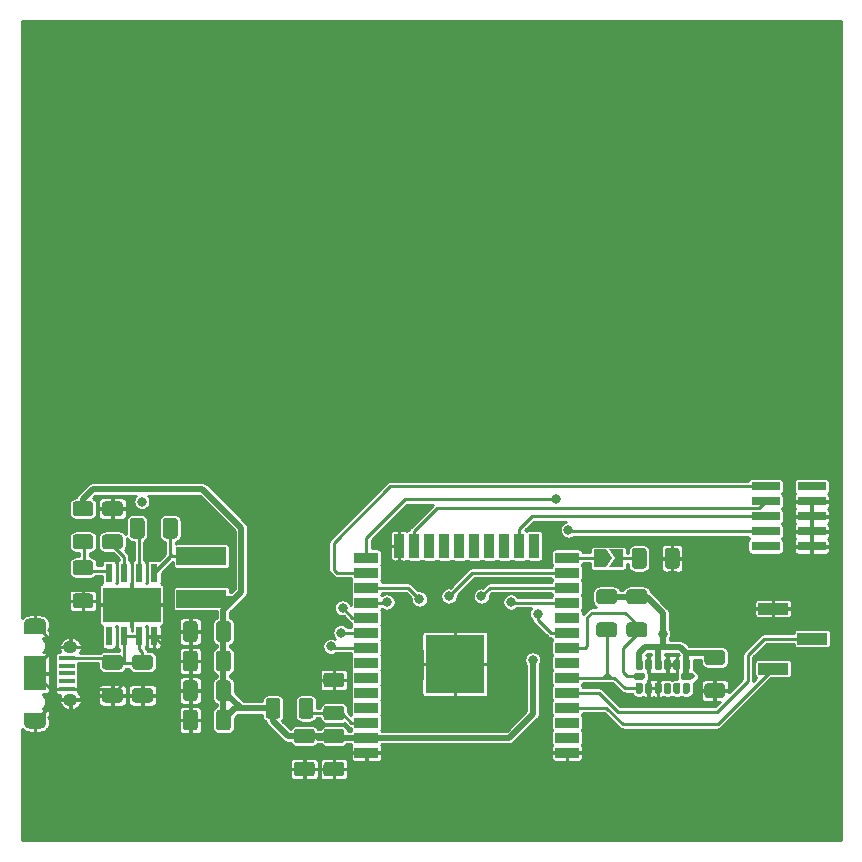
<source format=gbr>
G04 #@! TF.GenerationSoftware,KiCad,Pcbnew,5.1.6*
G04 #@! TF.CreationDate,2020-07-28T12:29:14+02:00*
G04 #@! TF.ProjectId,ESP32_lamp,45535033-325f-46c6-916d-702e6b696361,rev?*
G04 #@! TF.SameCoordinates,Original*
G04 #@! TF.FileFunction,Copper,L2,Bot*
G04 #@! TF.FilePolarity,Positive*
%FSLAX46Y46*%
G04 Gerber Fmt 4.6, Leading zero omitted, Abs format (unit mm)*
G04 Created by KiCad (PCBNEW 5.1.6) date 2020-07-28 12:29:14*
%MOMM*%
%LPD*%
G01*
G04 APERTURE LIST*
G04 #@! TA.AperFunction,SMDPad,CuDef*
%ADD10R,2.510000X1.000000*%
G04 #@! TD*
G04 #@! TA.AperFunction,SMDPad,CuDef*
%ADD11R,2.000000X0.900000*%
G04 #@! TD*
G04 #@! TA.AperFunction,SMDPad,CuDef*
%ADD12R,0.900000X2.000000*%
G04 #@! TD*
G04 #@! TA.AperFunction,SMDPad,CuDef*
%ADD13R,5.000000X5.000000*%
G04 #@! TD*
G04 #@! TA.AperFunction,SMDPad,CuDef*
%ADD14R,2.400000X0.740000*%
G04 #@! TD*
G04 #@! TA.AperFunction,SMDPad,CuDef*
%ADD15R,4.200000X1.500000*%
G04 #@! TD*
G04 #@! TA.AperFunction,ViaPad*
%ADD16C,0.600000*%
G04 #@! TD*
G04 #@! TA.AperFunction,SMDPad,CuDef*
%ADD17R,0.600000X1.550000*%
G04 #@! TD*
G04 #@! TA.AperFunction,Conductor*
%ADD18R,4.900000X2.950000*%
G04 #@! TD*
G04 #@! TA.AperFunction,SMDPad,CuDef*
%ADD19R,1.900000X0.875000*%
G04 #@! TD*
G04 #@! TA.AperFunction,SMDPad,CuDef*
%ADD20R,1.900000X2.900000*%
G04 #@! TD*
G04 #@! TA.AperFunction,SMDPad,CuDef*
%ADD21R,1.350000X0.400000*%
G04 #@! TD*
G04 #@! TA.AperFunction,ComponentPad*
%ADD22O,1.900000X1.000000*%
G04 #@! TD*
G04 #@! TA.AperFunction,ComponentPad*
%ADD23O,1.250000X1.050000*%
G04 #@! TD*
G04 #@! TA.AperFunction,SMDPad,CuDef*
%ADD24C,0.100000*%
G04 #@! TD*
G04 #@! TA.AperFunction,ViaPad*
%ADD25C,0.800000*%
G04 #@! TD*
G04 #@! TA.AperFunction,Conductor*
%ADD26C,0.250000*%
G04 #@! TD*
G04 #@! TA.AperFunction,Conductor*
%ADD27C,0.500000*%
G04 #@! TD*
G04 #@! TA.AperFunction,Conductor*
%ADD28C,0.254000*%
G04 #@! TD*
G04 APERTURE END LIST*
G04 #@! TA.AperFunction,SMDPad,CuDef*
G36*
G01*
X174775000Y-121425000D02*
X174775000Y-120175000D01*
G75*
G02*
X175025000Y-119925000I250000J0D01*
G01*
X175775000Y-119925000D01*
G75*
G02*
X176025000Y-120175000I0J-250000D01*
G01*
X176025000Y-121425000D01*
G75*
G02*
X175775000Y-121675000I-250000J0D01*
G01*
X175025000Y-121675000D01*
G75*
G02*
X174775000Y-121425000I0J250000D01*
G01*
G37*
G04 #@! TD.AperFunction*
G04 #@! TA.AperFunction,SMDPad,CuDef*
G36*
G01*
X171975000Y-121425000D02*
X171975000Y-120175000D01*
G75*
G02*
X172225000Y-119925000I250000J0D01*
G01*
X172975000Y-119925000D01*
G75*
G02*
X173225000Y-120175000I0J-250000D01*
G01*
X173225000Y-121425000D01*
G75*
G02*
X172975000Y-121675000I-250000J0D01*
G01*
X172225000Y-121675000D01*
G75*
G02*
X171975000Y-121425000I0J250000D01*
G01*
G37*
G04 #@! TD.AperFunction*
D10*
X187255000Y-127600000D03*
X183945000Y-125060000D03*
X183945000Y-130140000D03*
G04 #@! TA.AperFunction,SMDPad,CuDef*
G36*
G01*
X178375000Y-131375000D02*
X179625000Y-131375000D01*
G75*
G02*
X179875000Y-131625000I0J-250000D01*
G01*
X179875000Y-132375000D01*
G75*
G02*
X179625000Y-132625000I-250000J0D01*
G01*
X178375000Y-132625000D01*
G75*
G02*
X178125000Y-132375000I0J250000D01*
G01*
X178125000Y-131625000D01*
G75*
G02*
X178375000Y-131375000I250000J0D01*
G01*
G37*
G04 #@! TD.AperFunction*
G04 #@! TA.AperFunction,SMDPad,CuDef*
G36*
G01*
X178375000Y-128575000D02*
X179625000Y-128575000D01*
G75*
G02*
X179875000Y-128825000I0J-250000D01*
G01*
X179875000Y-129575000D01*
G75*
G02*
X179625000Y-129825000I-250000J0D01*
G01*
X178375000Y-129825000D01*
G75*
G02*
X178125000Y-129575000I0J250000D01*
G01*
X178125000Y-128825000D01*
G75*
G02*
X178375000Y-128575000I250000J0D01*
G01*
G37*
G04 #@! TD.AperFunction*
D11*
X166500000Y-137255000D03*
X166500000Y-135985000D03*
X166500000Y-134715000D03*
X166500000Y-133445000D03*
X166500000Y-132175000D03*
X166500000Y-130905000D03*
X166500000Y-129635000D03*
X166500000Y-128365000D03*
X166500000Y-127095000D03*
X166500000Y-125825000D03*
X166500000Y-124555000D03*
X166500000Y-123285000D03*
X166500000Y-122015000D03*
X166500000Y-120745000D03*
D12*
X163715000Y-119745000D03*
X162445000Y-119745000D03*
X161175000Y-119745000D03*
X159905000Y-119745000D03*
X158635000Y-119745000D03*
X157365000Y-119745000D03*
X156095000Y-119745000D03*
X154825000Y-119745000D03*
X153555000Y-119745000D03*
X152285000Y-119745000D03*
D11*
X149500000Y-120745000D03*
X149500000Y-122015000D03*
X149500000Y-123285000D03*
X149500000Y-124555000D03*
X149500000Y-125825000D03*
X149500000Y-127095000D03*
X149500000Y-128365000D03*
X149500000Y-129635000D03*
X149500000Y-130905000D03*
X149500000Y-132175000D03*
X149500000Y-133445000D03*
X149500000Y-134715000D03*
X149500000Y-135985000D03*
X149500000Y-137255000D03*
D13*
X157000000Y-129755000D03*
G04 #@! TA.AperFunction,SMDPad,CuDef*
G36*
G01*
X135225000Y-126375000D02*
X135225000Y-127625000D01*
G75*
G02*
X134975000Y-127875000I-250000J0D01*
G01*
X134225000Y-127875000D01*
G75*
G02*
X133975000Y-127625000I0J250000D01*
G01*
X133975000Y-126375000D01*
G75*
G02*
X134225000Y-126125000I250000J0D01*
G01*
X134975000Y-126125000D01*
G75*
G02*
X135225000Y-126375000I0J-250000D01*
G01*
G37*
G04 #@! TD.AperFunction*
G04 #@! TA.AperFunction,SMDPad,CuDef*
G36*
G01*
X138025000Y-126375000D02*
X138025000Y-127625000D01*
G75*
G02*
X137775000Y-127875000I-250000J0D01*
G01*
X137025000Y-127875000D01*
G75*
G02*
X136775000Y-127625000I0J250000D01*
G01*
X136775000Y-126375000D01*
G75*
G02*
X137025000Y-126125000I250000J0D01*
G01*
X137775000Y-126125000D01*
G75*
G02*
X138025000Y-126375000I0J-250000D01*
G01*
G37*
G04 #@! TD.AperFunction*
G04 #@! TA.AperFunction,SMDPad,CuDef*
G36*
G01*
X173025000Y-124675000D02*
X171775000Y-124675000D01*
G75*
G02*
X171525000Y-124425000I0J250000D01*
G01*
X171525000Y-123675000D01*
G75*
G02*
X171775000Y-123425000I250000J0D01*
G01*
X173025000Y-123425000D01*
G75*
G02*
X173275000Y-123675000I0J-250000D01*
G01*
X173275000Y-124425000D01*
G75*
G02*
X173025000Y-124675000I-250000J0D01*
G01*
G37*
G04 #@! TD.AperFunction*
G04 #@! TA.AperFunction,SMDPad,CuDef*
G36*
G01*
X173025000Y-127475000D02*
X171775000Y-127475000D01*
G75*
G02*
X171525000Y-127225000I0J250000D01*
G01*
X171525000Y-126475000D01*
G75*
G02*
X171775000Y-126225000I250000J0D01*
G01*
X173025000Y-126225000D01*
G75*
G02*
X173275000Y-126475000I0J-250000D01*
G01*
X173275000Y-127225000D01*
G75*
G02*
X173025000Y-127475000I-250000J0D01*
G01*
G37*
G04 #@! TD.AperFunction*
G04 #@! TA.AperFunction,SMDPad,CuDef*
G36*
G01*
X170475000Y-124675000D02*
X169225000Y-124675000D01*
G75*
G02*
X168975000Y-124425000I0J250000D01*
G01*
X168975000Y-123675000D01*
G75*
G02*
X169225000Y-123425000I250000J0D01*
G01*
X170475000Y-123425000D01*
G75*
G02*
X170725000Y-123675000I0J-250000D01*
G01*
X170725000Y-124425000D01*
G75*
G02*
X170475000Y-124675000I-250000J0D01*
G01*
G37*
G04 #@! TD.AperFunction*
G04 #@! TA.AperFunction,SMDPad,CuDef*
G36*
G01*
X170475000Y-127475000D02*
X169225000Y-127475000D01*
G75*
G02*
X168975000Y-127225000I0J250000D01*
G01*
X168975000Y-126475000D01*
G75*
G02*
X169225000Y-126225000I250000J0D01*
G01*
X170475000Y-126225000D01*
G75*
G02*
X170725000Y-126475000I0J-250000D01*
G01*
X170725000Y-127225000D01*
G75*
G02*
X170475000Y-127475000I-250000J0D01*
G01*
G37*
G04 #@! TD.AperFunction*
D14*
X183300000Y-119790000D03*
X187200000Y-119790000D03*
X183300000Y-118520000D03*
X187200000Y-118520000D03*
X183300000Y-117250000D03*
X187200000Y-117250000D03*
X183300000Y-115980000D03*
X187200000Y-115980000D03*
X183300000Y-114710000D03*
X187200000Y-114710000D03*
G04 #@! TA.AperFunction,SMDPad,CuDef*
G36*
G01*
X124875000Y-123775000D02*
X126125000Y-123775000D01*
G75*
G02*
X126375000Y-124025000I0J-250000D01*
G01*
X126375000Y-124775000D01*
G75*
G02*
X126125000Y-125025000I-250000J0D01*
G01*
X124875000Y-125025000D01*
G75*
G02*
X124625000Y-124775000I0J250000D01*
G01*
X124625000Y-124025000D01*
G75*
G02*
X124875000Y-123775000I250000J0D01*
G01*
G37*
G04 #@! TD.AperFunction*
G04 #@! TA.AperFunction,SMDPad,CuDef*
G36*
G01*
X124875000Y-120975000D02*
X126125000Y-120975000D01*
G75*
G02*
X126375000Y-121225000I0J-250000D01*
G01*
X126375000Y-121975000D01*
G75*
G02*
X126125000Y-122225000I-250000J0D01*
G01*
X124875000Y-122225000D01*
G75*
G02*
X124625000Y-121975000I0J250000D01*
G01*
X124625000Y-121225000D01*
G75*
G02*
X124875000Y-120975000I250000J0D01*
G01*
G37*
G04 #@! TD.AperFunction*
G04 #@! TA.AperFunction,SMDPad,CuDef*
G36*
G01*
X142225000Y-132875000D02*
X142225000Y-134125000D01*
G75*
G02*
X141975000Y-134375000I-250000J0D01*
G01*
X141225000Y-134375000D01*
G75*
G02*
X140975000Y-134125000I0J250000D01*
G01*
X140975000Y-132875000D01*
G75*
G02*
X141225000Y-132625000I250000J0D01*
G01*
X141975000Y-132625000D01*
G75*
G02*
X142225000Y-132875000I0J-250000D01*
G01*
G37*
G04 #@! TD.AperFunction*
G04 #@! TA.AperFunction,SMDPad,CuDef*
G36*
G01*
X145025000Y-132875000D02*
X145025000Y-134125000D01*
G75*
G02*
X144775000Y-134375000I-250000J0D01*
G01*
X144025000Y-134375000D01*
G75*
G02*
X143775000Y-134125000I0J250000D01*
G01*
X143775000Y-132875000D01*
G75*
G02*
X144025000Y-132625000I250000J0D01*
G01*
X144775000Y-132625000D01*
G75*
G02*
X145025000Y-132875000I0J-250000D01*
G01*
G37*
G04 #@! TD.AperFunction*
G04 #@! TA.AperFunction,SMDPad,CuDef*
G36*
G01*
X124875000Y-118775000D02*
X126125000Y-118775000D01*
G75*
G02*
X126375000Y-119025000I0J-250000D01*
G01*
X126375000Y-119775000D01*
G75*
G02*
X126125000Y-120025000I-250000J0D01*
G01*
X124875000Y-120025000D01*
G75*
G02*
X124625000Y-119775000I0J250000D01*
G01*
X124625000Y-119025000D01*
G75*
G02*
X124875000Y-118775000I250000J0D01*
G01*
G37*
G04 #@! TD.AperFunction*
G04 #@! TA.AperFunction,SMDPad,CuDef*
G36*
G01*
X124875000Y-115975000D02*
X126125000Y-115975000D01*
G75*
G02*
X126375000Y-116225000I0J-250000D01*
G01*
X126375000Y-116975000D01*
G75*
G02*
X126125000Y-117225000I-250000J0D01*
G01*
X124875000Y-117225000D01*
G75*
G02*
X124625000Y-116975000I0J250000D01*
G01*
X124625000Y-116225000D01*
G75*
G02*
X124875000Y-115975000I250000J0D01*
G01*
G37*
G04 #@! TD.AperFunction*
G04 #@! TA.AperFunction,SMDPad,CuDef*
G36*
G01*
X146125000Y-133275000D02*
X147375000Y-133275000D01*
G75*
G02*
X147625000Y-133525000I0J-250000D01*
G01*
X147625000Y-134275000D01*
G75*
G02*
X147375000Y-134525000I-250000J0D01*
G01*
X146125000Y-134525000D01*
G75*
G02*
X145875000Y-134275000I0J250000D01*
G01*
X145875000Y-133525000D01*
G75*
G02*
X146125000Y-133275000I250000J0D01*
G01*
G37*
G04 #@! TD.AperFunction*
G04 #@! TA.AperFunction,SMDPad,CuDef*
G36*
G01*
X146125000Y-130475000D02*
X147375000Y-130475000D01*
G75*
G02*
X147625000Y-130725000I0J-250000D01*
G01*
X147625000Y-131475000D01*
G75*
G02*
X147375000Y-131725000I-250000J0D01*
G01*
X146125000Y-131725000D01*
G75*
G02*
X145875000Y-131475000I0J250000D01*
G01*
X145875000Y-130725000D01*
G75*
G02*
X146125000Y-130475000I250000J0D01*
G01*
G37*
G04 #@! TD.AperFunction*
G04 #@! TA.AperFunction,SMDPad,CuDef*
G36*
G01*
X144875000Y-136475000D02*
X143625000Y-136475000D01*
G75*
G02*
X143375000Y-136225000I0J250000D01*
G01*
X143375000Y-135475000D01*
G75*
G02*
X143625000Y-135225000I250000J0D01*
G01*
X144875000Y-135225000D01*
G75*
G02*
X145125000Y-135475000I0J-250000D01*
G01*
X145125000Y-136225000D01*
G75*
G02*
X144875000Y-136475000I-250000J0D01*
G01*
G37*
G04 #@! TD.AperFunction*
G04 #@! TA.AperFunction,SMDPad,CuDef*
G36*
G01*
X144875000Y-139275000D02*
X143625000Y-139275000D01*
G75*
G02*
X143375000Y-139025000I0J250000D01*
G01*
X143375000Y-138275000D01*
G75*
G02*
X143625000Y-138025000I250000J0D01*
G01*
X144875000Y-138025000D01*
G75*
G02*
X145125000Y-138275000I0J-250000D01*
G01*
X145125000Y-139025000D01*
G75*
G02*
X144875000Y-139275000I-250000J0D01*
G01*
G37*
G04 #@! TD.AperFunction*
G04 #@! TA.AperFunction,SMDPad,CuDef*
G36*
G01*
X147375000Y-136475000D02*
X146125000Y-136475000D01*
G75*
G02*
X145875000Y-136225000I0J250000D01*
G01*
X145875000Y-135475000D01*
G75*
G02*
X146125000Y-135225000I250000J0D01*
G01*
X147375000Y-135225000D01*
G75*
G02*
X147625000Y-135475000I0J-250000D01*
G01*
X147625000Y-136225000D01*
G75*
G02*
X147375000Y-136475000I-250000J0D01*
G01*
G37*
G04 #@! TD.AperFunction*
G04 #@! TA.AperFunction,SMDPad,CuDef*
G36*
G01*
X147375000Y-139275000D02*
X146125000Y-139275000D01*
G75*
G02*
X145875000Y-139025000I0J250000D01*
G01*
X145875000Y-138275000D01*
G75*
G02*
X146125000Y-138025000I250000J0D01*
G01*
X147375000Y-138025000D01*
G75*
G02*
X147625000Y-138275000I0J-250000D01*
G01*
X147625000Y-139025000D01*
G75*
G02*
X147375000Y-139275000I-250000J0D01*
G01*
G37*
G04 #@! TD.AperFunction*
G04 #@! TA.AperFunction,SMDPad,CuDef*
G36*
G01*
X135225000Y-133875000D02*
X135225000Y-135125000D01*
G75*
G02*
X134975000Y-135375000I-250000J0D01*
G01*
X134225000Y-135375000D01*
G75*
G02*
X133975000Y-135125000I0J250000D01*
G01*
X133975000Y-133875000D01*
G75*
G02*
X134225000Y-133625000I250000J0D01*
G01*
X134975000Y-133625000D01*
G75*
G02*
X135225000Y-133875000I0J-250000D01*
G01*
G37*
G04 #@! TD.AperFunction*
G04 #@! TA.AperFunction,SMDPad,CuDef*
G36*
G01*
X138025000Y-133875000D02*
X138025000Y-135125000D01*
G75*
G02*
X137775000Y-135375000I-250000J0D01*
G01*
X137025000Y-135375000D01*
G75*
G02*
X136775000Y-135125000I0J250000D01*
G01*
X136775000Y-133875000D01*
G75*
G02*
X137025000Y-133625000I250000J0D01*
G01*
X137775000Y-133625000D01*
G75*
G02*
X138025000Y-133875000I0J-250000D01*
G01*
G37*
G04 #@! TD.AperFunction*
G04 #@! TA.AperFunction,SMDPad,CuDef*
G36*
G01*
X135225000Y-131375000D02*
X135225000Y-132625000D01*
G75*
G02*
X134975000Y-132875000I-250000J0D01*
G01*
X134225000Y-132875000D01*
G75*
G02*
X133975000Y-132625000I0J250000D01*
G01*
X133975000Y-131375000D01*
G75*
G02*
X134225000Y-131125000I250000J0D01*
G01*
X134975000Y-131125000D01*
G75*
G02*
X135225000Y-131375000I0J-250000D01*
G01*
G37*
G04 #@! TD.AperFunction*
G04 #@! TA.AperFunction,SMDPad,CuDef*
G36*
G01*
X138025000Y-131375000D02*
X138025000Y-132625000D01*
G75*
G02*
X137775000Y-132875000I-250000J0D01*
G01*
X137025000Y-132875000D01*
G75*
G02*
X136775000Y-132625000I0J250000D01*
G01*
X136775000Y-131375000D01*
G75*
G02*
X137025000Y-131125000I250000J0D01*
G01*
X137775000Y-131125000D01*
G75*
G02*
X138025000Y-131375000I0J-250000D01*
G01*
G37*
G04 #@! TD.AperFunction*
G04 #@! TA.AperFunction,SMDPad,CuDef*
G36*
G01*
X135225000Y-128875000D02*
X135225000Y-130125000D01*
G75*
G02*
X134975000Y-130375000I-250000J0D01*
G01*
X134225000Y-130375000D01*
G75*
G02*
X133975000Y-130125000I0J250000D01*
G01*
X133975000Y-128875000D01*
G75*
G02*
X134225000Y-128625000I250000J0D01*
G01*
X134975000Y-128625000D01*
G75*
G02*
X135225000Y-128875000I0J-250000D01*
G01*
G37*
G04 #@! TD.AperFunction*
G04 #@! TA.AperFunction,SMDPad,CuDef*
G36*
G01*
X138025000Y-128875000D02*
X138025000Y-130125000D01*
G75*
G02*
X137775000Y-130375000I-250000J0D01*
G01*
X137025000Y-130375000D01*
G75*
G02*
X136775000Y-130125000I0J250000D01*
G01*
X136775000Y-128875000D01*
G75*
G02*
X137025000Y-128625000I250000J0D01*
G01*
X137775000Y-128625000D01*
G75*
G02*
X138025000Y-128875000I0J-250000D01*
G01*
G37*
G04 #@! TD.AperFunction*
G04 #@! TA.AperFunction,SMDPad,CuDef*
G36*
G01*
X130725000Y-117625000D02*
X130725000Y-118875000D01*
G75*
G02*
X130475000Y-119125000I-250000J0D01*
G01*
X129725000Y-119125000D01*
G75*
G02*
X129475000Y-118875000I0J250000D01*
G01*
X129475000Y-117625000D01*
G75*
G02*
X129725000Y-117375000I250000J0D01*
G01*
X130475000Y-117375000D01*
G75*
G02*
X130725000Y-117625000I0J-250000D01*
G01*
G37*
G04 #@! TD.AperFunction*
G04 #@! TA.AperFunction,SMDPad,CuDef*
G36*
G01*
X133525000Y-117625000D02*
X133525000Y-118875000D01*
G75*
G02*
X133275000Y-119125000I-250000J0D01*
G01*
X132525000Y-119125000D01*
G75*
G02*
X132275000Y-118875000I0J250000D01*
G01*
X132275000Y-117625000D01*
G75*
G02*
X132525000Y-117375000I250000J0D01*
G01*
X133275000Y-117375000D01*
G75*
G02*
X133525000Y-117625000I0J-250000D01*
G01*
G37*
G04 #@! TD.AperFunction*
G04 #@! TA.AperFunction,SMDPad,CuDef*
G36*
G01*
X128625000Y-117225000D02*
X127375000Y-117225000D01*
G75*
G02*
X127125000Y-116975000I0J250000D01*
G01*
X127125000Y-116225000D01*
G75*
G02*
X127375000Y-115975000I250000J0D01*
G01*
X128625000Y-115975000D01*
G75*
G02*
X128875000Y-116225000I0J-250000D01*
G01*
X128875000Y-116975000D01*
G75*
G02*
X128625000Y-117225000I-250000J0D01*
G01*
G37*
G04 #@! TD.AperFunction*
G04 #@! TA.AperFunction,SMDPad,CuDef*
G36*
G01*
X128625000Y-120025000D02*
X127375000Y-120025000D01*
G75*
G02*
X127125000Y-119775000I0J250000D01*
G01*
X127125000Y-119025000D01*
G75*
G02*
X127375000Y-118775000I250000J0D01*
G01*
X128625000Y-118775000D01*
G75*
G02*
X128875000Y-119025000I0J-250000D01*
G01*
X128875000Y-119775000D01*
G75*
G02*
X128625000Y-120025000I-250000J0D01*
G01*
G37*
G04 #@! TD.AperFunction*
G04 #@! TA.AperFunction,SMDPad,CuDef*
G36*
G01*
X129925000Y-131775000D02*
X131175000Y-131775000D01*
G75*
G02*
X131425000Y-132025000I0J-250000D01*
G01*
X131425000Y-132775000D01*
G75*
G02*
X131175000Y-133025000I-250000J0D01*
G01*
X129925000Y-133025000D01*
G75*
G02*
X129675000Y-132775000I0J250000D01*
G01*
X129675000Y-132025000D01*
G75*
G02*
X129925000Y-131775000I250000J0D01*
G01*
G37*
G04 #@! TD.AperFunction*
G04 #@! TA.AperFunction,SMDPad,CuDef*
G36*
G01*
X129925000Y-128975000D02*
X131175000Y-128975000D01*
G75*
G02*
X131425000Y-129225000I0J-250000D01*
G01*
X131425000Y-129975000D01*
G75*
G02*
X131175000Y-130225000I-250000J0D01*
G01*
X129925000Y-130225000D01*
G75*
G02*
X129675000Y-129975000I0J250000D01*
G01*
X129675000Y-129225000D01*
G75*
G02*
X129925000Y-128975000I250000J0D01*
G01*
G37*
G04 #@! TD.AperFunction*
G04 #@! TA.AperFunction,SMDPad,CuDef*
G36*
G01*
X127375000Y-131775000D02*
X128625000Y-131775000D01*
G75*
G02*
X128875000Y-132025000I0J-250000D01*
G01*
X128875000Y-132775000D01*
G75*
G02*
X128625000Y-133025000I-250000J0D01*
G01*
X127375000Y-133025000D01*
G75*
G02*
X127125000Y-132775000I0J250000D01*
G01*
X127125000Y-132025000D01*
G75*
G02*
X127375000Y-131775000I250000J0D01*
G01*
G37*
G04 #@! TD.AperFunction*
G04 #@! TA.AperFunction,SMDPad,CuDef*
G36*
G01*
X127375000Y-128975000D02*
X128625000Y-128975000D01*
G75*
G02*
X128875000Y-129225000I0J-250000D01*
G01*
X128875000Y-129975000D01*
G75*
G02*
X128625000Y-130225000I-250000J0D01*
G01*
X127375000Y-130225000D01*
G75*
G02*
X127125000Y-129975000I0J250000D01*
G01*
X127125000Y-129225000D01*
G75*
G02*
X127375000Y-128975000I250000J0D01*
G01*
G37*
G04 #@! TD.AperFunction*
D15*
X135530000Y-124220000D03*
X135530000Y-120620000D03*
G04 #@! TA.AperFunction,SMDPad,CuDef*
G36*
G01*
X172275000Y-130500000D02*
X172925000Y-130500000D01*
G75*
G02*
X173075000Y-130650000I0J-150000D01*
G01*
X173075000Y-130950000D01*
G75*
G02*
X172925000Y-131100000I-150000J0D01*
G01*
X172275000Y-131100000D01*
G75*
G02*
X172125000Y-130950000I0J150000D01*
G01*
X172125000Y-130650000D01*
G75*
G02*
X172275000Y-130500000I150000J0D01*
G01*
G37*
G04 #@! TD.AperFunction*
G04 #@! TA.AperFunction,SMDPad,CuDef*
G36*
G01*
X172450000Y-131325000D02*
X172750000Y-131325000D01*
G75*
G02*
X172900000Y-131475000I0J-150000D01*
G01*
X172900000Y-132125000D01*
G75*
G02*
X172750000Y-132275000I-150000J0D01*
G01*
X172450000Y-132275000D01*
G75*
G02*
X172300000Y-132125000I0J150000D01*
G01*
X172300000Y-131475000D01*
G75*
G02*
X172450000Y-131325000I150000J0D01*
G01*
G37*
G04 #@! TD.AperFunction*
G04 #@! TA.AperFunction,SMDPad,CuDef*
G36*
G01*
X173250000Y-131325000D02*
X173550000Y-131325000D01*
G75*
G02*
X173700000Y-131475000I0J-150000D01*
G01*
X173700000Y-132125000D01*
G75*
G02*
X173550000Y-132275000I-150000J0D01*
G01*
X173250000Y-132275000D01*
G75*
G02*
X173100000Y-132125000I0J150000D01*
G01*
X173100000Y-131475000D01*
G75*
G02*
X173250000Y-131325000I150000J0D01*
G01*
G37*
G04 #@! TD.AperFunction*
G04 #@! TA.AperFunction,SMDPad,CuDef*
G36*
G01*
X174050000Y-131325000D02*
X174350000Y-131325000D01*
G75*
G02*
X174500000Y-131475000I0J-150000D01*
G01*
X174500000Y-132125000D01*
G75*
G02*
X174350000Y-132275000I-150000J0D01*
G01*
X174050000Y-132275000D01*
G75*
G02*
X173900000Y-132125000I0J150000D01*
G01*
X173900000Y-131475000D01*
G75*
G02*
X174050000Y-131325000I150000J0D01*
G01*
G37*
G04 #@! TD.AperFunction*
G04 #@! TA.AperFunction,SMDPad,CuDef*
G36*
G01*
X174850000Y-131325000D02*
X175150000Y-131325000D01*
G75*
G02*
X175300000Y-131475000I0J-150000D01*
G01*
X175300000Y-132125000D01*
G75*
G02*
X175150000Y-132275000I-150000J0D01*
G01*
X174850000Y-132275000D01*
G75*
G02*
X174700000Y-132125000I0J150000D01*
G01*
X174700000Y-131475000D01*
G75*
G02*
X174850000Y-131325000I150000J0D01*
G01*
G37*
G04 #@! TD.AperFunction*
G04 #@! TA.AperFunction,SMDPad,CuDef*
G36*
G01*
X175650000Y-131325000D02*
X175950000Y-131325000D01*
G75*
G02*
X176100000Y-131475000I0J-150000D01*
G01*
X176100000Y-132125000D01*
G75*
G02*
X175950000Y-132275000I-150000J0D01*
G01*
X175650000Y-132275000D01*
G75*
G02*
X175500000Y-132125000I0J150000D01*
G01*
X175500000Y-131475000D01*
G75*
G02*
X175650000Y-131325000I150000J0D01*
G01*
G37*
G04 #@! TD.AperFunction*
G04 #@! TA.AperFunction,SMDPad,CuDef*
G36*
G01*
X176450000Y-131325000D02*
X176750000Y-131325000D01*
G75*
G02*
X176900000Y-131475000I0J-150000D01*
G01*
X176900000Y-132125000D01*
G75*
G02*
X176750000Y-132275000I-150000J0D01*
G01*
X176450000Y-132275000D01*
G75*
G02*
X176300000Y-132125000I0J150000D01*
G01*
X176300000Y-131475000D01*
G75*
G02*
X176450000Y-131325000I150000J0D01*
G01*
G37*
G04 #@! TD.AperFunction*
G04 #@! TA.AperFunction,SMDPad,CuDef*
G36*
G01*
X176275000Y-130500000D02*
X176925000Y-130500000D01*
G75*
G02*
X177075000Y-130650000I0J-150000D01*
G01*
X177075000Y-130950000D01*
G75*
G02*
X176925000Y-131100000I-150000J0D01*
G01*
X176275000Y-131100000D01*
G75*
G02*
X176125000Y-130950000I0J150000D01*
G01*
X176125000Y-130650000D01*
G75*
G02*
X176275000Y-130500000I150000J0D01*
G01*
G37*
G04 #@! TD.AperFunction*
G04 #@! TA.AperFunction,SMDPad,CuDef*
G36*
G01*
X176450000Y-129325000D02*
X176750000Y-129325000D01*
G75*
G02*
X176900000Y-129475000I0J-150000D01*
G01*
X176900000Y-130125000D01*
G75*
G02*
X176750000Y-130275000I-150000J0D01*
G01*
X176450000Y-130275000D01*
G75*
G02*
X176300000Y-130125000I0J150000D01*
G01*
X176300000Y-129475000D01*
G75*
G02*
X176450000Y-129325000I150000J0D01*
G01*
G37*
G04 #@! TD.AperFunction*
G04 #@! TA.AperFunction,SMDPad,CuDef*
G36*
G01*
X175650000Y-129325000D02*
X175950000Y-129325000D01*
G75*
G02*
X176100000Y-129475000I0J-150000D01*
G01*
X176100000Y-130125000D01*
G75*
G02*
X175950000Y-130275000I-150000J0D01*
G01*
X175650000Y-130275000D01*
G75*
G02*
X175500000Y-130125000I0J150000D01*
G01*
X175500000Y-129475000D01*
G75*
G02*
X175650000Y-129325000I150000J0D01*
G01*
G37*
G04 #@! TD.AperFunction*
G04 #@! TA.AperFunction,SMDPad,CuDef*
G36*
G01*
X174850000Y-129325000D02*
X175150000Y-129325000D01*
G75*
G02*
X175300000Y-129475000I0J-150000D01*
G01*
X175300000Y-130125000D01*
G75*
G02*
X175150000Y-130275000I-150000J0D01*
G01*
X174850000Y-130275000D01*
G75*
G02*
X174700000Y-130125000I0J150000D01*
G01*
X174700000Y-129475000D01*
G75*
G02*
X174850000Y-129325000I150000J0D01*
G01*
G37*
G04 #@! TD.AperFunction*
G04 #@! TA.AperFunction,SMDPad,CuDef*
G36*
G01*
X174050000Y-129325000D02*
X174350000Y-129325000D01*
G75*
G02*
X174500000Y-129475000I0J-150000D01*
G01*
X174500000Y-130125000D01*
G75*
G02*
X174350000Y-130275000I-150000J0D01*
G01*
X174050000Y-130275000D01*
G75*
G02*
X173900000Y-130125000I0J150000D01*
G01*
X173900000Y-129475000D01*
G75*
G02*
X174050000Y-129325000I150000J0D01*
G01*
G37*
G04 #@! TD.AperFunction*
G04 #@! TA.AperFunction,SMDPad,CuDef*
G36*
G01*
X173250000Y-129325000D02*
X173550000Y-129325000D01*
G75*
G02*
X173700000Y-129475000I0J-150000D01*
G01*
X173700000Y-130125000D01*
G75*
G02*
X173550000Y-130275000I-150000J0D01*
G01*
X173250000Y-130275000D01*
G75*
G02*
X173100000Y-130125000I0J150000D01*
G01*
X173100000Y-129475000D01*
G75*
G02*
X173250000Y-129325000I150000J0D01*
G01*
G37*
G04 #@! TD.AperFunction*
G04 #@! TA.AperFunction,SMDPad,CuDef*
G36*
G01*
X172450000Y-129325000D02*
X172750000Y-129325000D01*
G75*
G02*
X172900000Y-129475000I0J-150000D01*
G01*
X172900000Y-130125000D01*
G75*
G02*
X172750000Y-130275000I-150000J0D01*
G01*
X172450000Y-130275000D01*
G75*
G02*
X172300000Y-130125000I0J150000D01*
G01*
X172300000Y-129475000D01*
G75*
G02*
X172450000Y-129325000I150000J0D01*
G01*
G37*
G04 #@! TD.AperFunction*
D16*
X127680000Y-124070000D03*
X128980000Y-124070000D03*
X128980000Y-125370000D03*
X127680000Y-125370000D03*
X131580000Y-124070000D03*
X130280000Y-124070000D03*
X130280000Y-125370000D03*
X131580000Y-125370000D03*
D17*
X131535000Y-122020000D03*
X130265000Y-122020000D03*
X128995000Y-122020000D03*
X127725000Y-122020000D03*
X127725000Y-127420000D03*
X128995000Y-127420000D03*
X130265000Y-127420000D03*
X131535000Y-127420000D03*
D18*
X129630000Y-124720000D03*
D19*
X121450000Y-134287500D03*
X121450000Y-126812500D03*
D20*
X121450000Y-130550000D03*
D21*
X124125000Y-129900000D03*
D22*
X121450000Y-126375000D03*
X121450000Y-134725000D03*
D23*
X124450000Y-128325000D03*
D21*
X124125000Y-129250000D03*
X124125000Y-130550000D03*
X124125000Y-131200000D03*
X124125000Y-131850000D03*
D23*
X124450000Y-132775000D03*
G04 #@! TA.AperFunction,SMDPad,CuDef*
D24*
G36*
X170275000Y-120800000D02*
G01*
X169775000Y-121550000D01*
X168775000Y-121550000D01*
X168775000Y-120050000D01*
X169775000Y-120050000D01*
X170275000Y-120800000D01*
G37*
G04 #@! TD.AperFunction*
G04 #@! TA.AperFunction,SMDPad,CuDef*
G36*
X171225000Y-121550000D02*
G01*
X170075000Y-121550000D01*
X170575000Y-120800000D01*
X170075000Y-120050000D01*
X171225000Y-120050000D01*
X171225000Y-121550000D01*
G37*
G04 #@! TD.AperFunction*
D25*
X149250000Y-112000000D03*
X149250000Y-109500000D03*
X149500000Y-107000000D03*
X152500000Y-106000000D03*
X155250000Y-106000000D03*
X158000000Y-106000000D03*
X159500000Y-108000000D03*
X159750000Y-110750000D03*
X133000000Y-134500000D03*
X133250000Y-132000000D03*
X133000000Y-129750000D03*
X133000000Y-127250000D03*
X144750000Y-131250000D03*
X159934292Y-113984990D03*
X166600000Y-118400000D03*
X165600000Y-115800000D03*
X163600000Y-129400000D03*
X174600000Y-127200000D03*
X146500000Y-128250000D03*
X147345000Y-127095000D03*
X147500000Y-125000000D03*
X159250000Y-124000000D03*
X151250000Y-124500000D03*
X164000000Y-125500000D03*
X156500000Y-124000000D03*
X161750000Y-124500000D03*
X154000000Y-124250000D03*
X130500000Y-116000000D03*
D26*
X132410000Y-128295000D02*
X131535000Y-127420000D01*
X128445000Y-131850000D02*
X128850000Y-131445000D01*
X124125000Y-131850000D02*
X128445000Y-131850000D01*
X128850000Y-131445000D02*
X130550000Y-131445000D01*
X130550000Y-131445000D02*
X130715000Y-131445000D01*
X132410000Y-129750000D02*
X132410000Y-128295000D01*
X130715000Y-131445000D02*
X132410000Y-129750000D01*
X123675000Y-132775000D02*
X124450000Y-132775000D01*
X121450000Y-130550000D02*
X123675000Y-132775000D01*
X121450000Y-134287500D02*
X121712500Y-134287500D01*
X123225000Y-132775000D02*
X124450000Y-132775000D01*
X121712500Y-134287500D02*
X123225000Y-132775000D01*
X121450000Y-130550000D02*
X121450000Y-130050000D01*
X121450000Y-130050000D02*
X122500000Y-129000000D01*
X122500000Y-127425000D02*
X121450000Y-126375000D01*
X122500000Y-129000000D02*
X122500000Y-127425000D01*
X123175000Y-128325000D02*
X124450000Y-128325000D01*
X121450000Y-130050000D02*
X123175000Y-128325000D01*
X134600000Y-127000000D02*
X133250000Y-127000000D01*
X134600000Y-134500000D02*
X133000000Y-134500000D01*
X134600000Y-132000000D02*
X133250000Y-132000000D01*
X133250000Y-129500000D02*
X133000000Y-129750000D01*
X134600000Y-129500000D02*
X133250000Y-129500000D01*
X133250000Y-127000000D02*
X133000000Y-127250000D01*
X144900000Y-131100000D02*
X144750000Y-131250000D01*
X146750000Y-131100000D02*
X144900000Y-131100000D01*
X144250000Y-138650000D02*
X146750000Y-138650000D01*
X149500000Y-137255000D02*
X149500000Y-138250000D01*
X149100000Y-138650000D02*
X146750000Y-138650000D01*
X149500000Y-138250000D02*
X149100000Y-138650000D01*
X174200000Y-131800000D02*
X173400000Y-131800000D01*
X173400000Y-131800000D02*
X173400000Y-129800000D01*
X175800000Y-129800000D02*
X175000000Y-129800000D01*
X174200000Y-131325000D02*
X174200000Y-131800000D01*
X175000000Y-130525000D02*
X174200000Y-131325000D01*
X175000000Y-129800000D02*
X175000000Y-130525000D01*
X183300000Y-118520000D02*
X180880000Y-118520000D01*
X149500000Y-120745000D02*
X149500000Y-119100000D01*
X180880000Y-118520000D02*
X179720000Y-118520000D01*
X166720000Y-118520000D02*
X166600000Y-118400000D01*
X179720000Y-118520000D02*
X166720000Y-118520000D01*
X152800000Y-115800000D02*
X152200000Y-116400000D01*
X165600000Y-115800000D02*
X152800000Y-115800000D01*
X152200000Y-116400000D02*
X152600000Y-116000000D01*
X149500000Y-119100000D02*
X152200000Y-116400000D01*
X183300000Y-117250000D02*
X163500000Y-117250000D01*
X162445000Y-118305000D02*
X162445000Y-119745000D01*
X163500000Y-117250000D02*
X162445000Y-118305000D01*
X183300000Y-115980000D02*
X182754999Y-116525001D01*
X182754999Y-116525001D02*
X155524999Y-116525001D01*
X153555000Y-118495000D02*
X153555000Y-119745000D01*
X155524999Y-116525001D02*
X153555000Y-118495000D01*
X146750000Y-119500000D02*
X151540000Y-114710000D01*
X146750000Y-121750000D02*
X146750000Y-119500000D01*
X147015000Y-122015000D02*
X146750000Y-121750000D01*
X151540000Y-114710000D02*
X183300000Y-114710000D01*
X149500000Y-122015000D02*
X147015000Y-122015000D01*
X169220000Y-120745000D02*
X169275000Y-120800000D01*
X166500000Y-120745000D02*
X169220000Y-120745000D01*
X135225000Y-120315000D02*
X135530000Y-120620000D01*
X131535000Y-121990000D02*
X132905000Y-120620000D01*
X131535000Y-122020000D02*
X131535000Y-121990000D01*
X132900000Y-120400000D02*
X133120000Y-120620000D01*
X132900000Y-118250000D02*
X132900000Y-120400000D01*
X133120000Y-120620000D02*
X132905000Y-120620000D01*
X135530000Y-120620000D02*
X133120000Y-120620000D01*
X132900000Y-120655000D02*
X131535000Y-122020000D01*
X132900000Y-118250000D02*
X132900000Y-120655000D01*
X128405000Y-129250000D02*
X128850000Y-129695000D01*
X124125000Y-129250000D02*
X128405000Y-129250000D01*
X128850000Y-129695000D02*
X130550000Y-129695000D01*
X128995000Y-129550000D02*
X128850000Y-129695000D01*
X128995000Y-127420000D02*
X128995000Y-129550000D01*
X128995000Y-127420000D02*
X130265000Y-127420000D01*
X130550000Y-129695000D02*
X130550000Y-128770000D01*
X130265000Y-128485000D02*
X130265000Y-127420000D01*
X130550000Y-128770000D02*
X130265000Y-128485000D01*
X128995000Y-122020000D02*
X128995000Y-120685000D01*
X128130000Y-119820000D02*
X128130000Y-119395000D01*
X128995000Y-120685000D02*
X128130000Y-119820000D01*
X130265000Y-118415000D02*
X130100000Y-118250000D01*
X130265000Y-122020000D02*
X130265000Y-118415000D01*
X125630000Y-121845000D02*
X125630000Y-119595000D01*
X127550000Y-121845000D02*
X127725000Y-122020000D01*
X125630000Y-121845000D02*
X127550000Y-121845000D01*
D27*
X125500000Y-116600000D02*
X125500000Y-115750000D01*
X126330000Y-114920000D02*
X135630000Y-114920000D01*
X125500000Y-115750000D02*
X126330000Y-114920000D01*
X138330000Y-124220000D02*
X138775000Y-123775000D01*
X135530000Y-124220000D02*
X138330000Y-124220000D01*
D26*
X138775000Y-123775000D02*
X138930000Y-123620000D01*
D27*
X138930000Y-118220000D02*
X135630000Y-114920000D01*
X138930000Y-123620000D02*
X138930000Y-118220000D01*
X149500000Y-135985000D02*
X145385000Y-135985000D01*
X146750000Y-135850000D02*
X144250000Y-135850000D01*
X144250000Y-135850000D02*
X142850000Y-135850000D01*
X141600000Y-134600000D02*
X141600000Y-133500000D01*
X142850000Y-135850000D02*
X141600000Y-134600000D01*
X138900000Y-133500000D02*
X137400000Y-132000000D01*
X141600000Y-133500000D02*
X138900000Y-133500000D01*
X138400000Y-133500000D02*
X137400000Y-134500000D01*
X138900000Y-133500000D02*
X138400000Y-133500000D01*
X137400000Y-132000000D02*
X137400000Y-134500000D01*
X137400000Y-132000000D02*
X137400000Y-129500000D01*
X137400000Y-129500000D02*
X137400000Y-127000000D01*
X137400000Y-125150000D02*
X138930000Y-123620000D01*
X137400000Y-127000000D02*
X137400000Y-125150000D01*
X176600000Y-130800000D02*
X176600000Y-129800000D01*
X172600000Y-128800000D02*
X172600000Y-129800000D01*
X173100000Y-128300000D02*
X172600000Y-128800000D01*
X176600000Y-128800000D02*
X176100000Y-128300000D01*
X176600000Y-129800000D02*
X176600000Y-128800000D01*
X174200000Y-128450000D02*
X174350000Y-128300000D01*
X174200000Y-129800000D02*
X174200000Y-128450000D01*
X174350000Y-128300000D02*
X173100000Y-128300000D01*
X149500000Y-135985000D02*
X160765000Y-135985000D01*
X176600000Y-130800000D02*
X177075000Y-130800000D01*
X160765000Y-135985000D02*
X161615000Y-135985000D01*
X163600000Y-134000000D02*
X163600000Y-129400000D01*
X161615000Y-135985000D02*
X163600000Y-134000000D01*
X174600000Y-128200000D02*
X174700000Y-128300000D01*
X174600000Y-127200000D02*
X174600000Y-128200000D01*
X174700000Y-128300000D02*
X174350000Y-128300000D01*
X176100000Y-128300000D02*
X174700000Y-128300000D01*
X174600000Y-127200000D02*
X174600000Y-125400000D01*
X173250000Y-124050000D02*
X172400000Y-124050000D01*
X174600000Y-125400000D02*
X173250000Y-124050000D01*
X172400000Y-124050000D02*
X169850000Y-124050000D01*
X178600000Y-128800000D02*
X179000000Y-129200000D01*
X176600000Y-128800000D02*
X178600000Y-128800000D01*
D26*
X171213601Y-134850011D02*
X179234989Y-134850011D01*
X179234989Y-134850011D02*
X183945000Y-130140000D01*
X166500000Y-133445000D02*
X169808590Y-133445000D01*
X169808590Y-133445000D02*
X171213601Y-134850011D01*
X187255000Y-127600000D02*
X183200000Y-127600000D01*
X183200000Y-127600000D02*
X181800000Y-129000000D01*
X181800000Y-129000000D02*
X181800000Y-131200000D01*
X181800000Y-131200000D02*
X179200000Y-133800000D01*
X179200000Y-133800000D02*
X170800000Y-133800000D01*
X169175000Y-132175000D02*
X166500000Y-132175000D01*
X170800000Y-133800000D02*
X169175000Y-132175000D01*
X172400000Y-126850000D02*
X172400000Y-126400000D01*
X172400000Y-126400000D02*
X171400000Y-125400000D01*
X171400000Y-125400000D02*
X168600000Y-125400000D01*
X168600000Y-125400000D02*
X168200000Y-125800000D01*
X168200000Y-125800000D02*
X168200000Y-128200000D01*
X168035000Y-128365000D02*
X166500000Y-128365000D01*
X168200000Y-128200000D02*
X168035000Y-128365000D01*
X172400000Y-126850000D02*
X172400000Y-127200000D01*
X172400000Y-127200000D02*
X171200000Y-128400000D01*
X171200000Y-128400000D02*
X171200000Y-130400000D01*
X171600000Y-130800000D02*
X172600000Y-130800000D01*
X171200000Y-130400000D02*
X171600000Y-130800000D01*
X169850000Y-126850000D02*
X169850000Y-129350000D01*
X172600000Y-131800000D02*
X171400000Y-131800000D01*
X167895000Y-130905000D02*
X166500000Y-130905000D01*
X171400000Y-131800000D02*
X170505000Y-130905000D01*
X168295000Y-130905000D02*
X167895000Y-130905000D01*
X169850000Y-130860000D02*
X169895000Y-130905000D01*
X169850000Y-130560000D02*
X169505000Y-130905000D01*
X169850000Y-130550000D02*
X169850000Y-130560000D01*
X169505000Y-130905000D02*
X167895000Y-130905000D01*
X169895000Y-130905000D02*
X169505000Y-130905000D01*
X169850000Y-129350000D02*
X169850000Y-130550000D01*
X169850000Y-130550000D02*
X169850000Y-130860000D01*
X169850000Y-130550000D02*
X169850000Y-130660000D01*
X170095000Y-130905000D02*
X169895000Y-130905000D01*
X170205000Y-130905000D02*
X169850000Y-130550000D01*
X170305000Y-130905000D02*
X170205000Y-130905000D01*
X170505000Y-130905000D02*
X170305000Y-130905000D01*
X170305000Y-130905000D02*
X170095000Y-130905000D01*
X149385000Y-134600000D02*
X149500000Y-134715000D01*
X149500000Y-134715000D02*
X148215000Y-134715000D01*
X147400000Y-133900000D02*
X146750000Y-133900000D01*
X148215000Y-134715000D02*
X147400000Y-133900000D01*
X144800000Y-133900000D02*
X144400000Y-133500000D01*
X146750000Y-133900000D02*
X144800000Y-133900000D01*
X146615000Y-128365000D02*
X146500000Y-128250000D01*
X149500000Y-128365000D02*
X146615000Y-128365000D01*
X149500000Y-127095000D02*
X147345000Y-127095000D01*
X148325000Y-125825000D02*
X147500000Y-125000000D01*
X149500000Y-125825000D02*
X148325000Y-125825000D01*
X159965000Y-123285000D02*
X159250000Y-124000000D01*
X166500000Y-123285000D02*
X159965000Y-123285000D01*
X151195000Y-124555000D02*
X151250000Y-124500000D01*
X149500000Y-124555000D02*
X151195000Y-124555000D01*
X164000000Y-126000000D02*
X164000000Y-125500000D01*
X165095000Y-127095000D02*
X164000000Y-126000000D01*
X166500000Y-127095000D02*
X165095000Y-127095000D01*
X158485000Y-122015000D02*
X156500000Y-124000000D01*
X166500000Y-122015000D02*
X158485000Y-122015000D01*
X161805000Y-124555000D02*
X161750000Y-124500000D01*
X166500000Y-124555000D02*
X161805000Y-124555000D01*
X153035000Y-123285000D02*
X154000000Y-124250000D01*
X149500000Y-123285000D02*
X153035000Y-123285000D01*
X170725000Y-120800000D02*
X172600000Y-120800000D01*
D28*
G36*
X189648001Y-144648000D02*
G01*
X120352000Y-144648000D01*
X120352000Y-139275000D01*
X143046418Y-139275000D01*
X143052732Y-139339103D01*
X143071430Y-139400743D01*
X143101794Y-139457550D01*
X143142657Y-139507343D01*
X143192450Y-139548206D01*
X143249257Y-139578570D01*
X143310897Y-139597268D01*
X143375000Y-139603582D01*
X144145250Y-139602000D01*
X144227000Y-139520250D01*
X144227000Y-138673000D01*
X144273000Y-138673000D01*
X144273000Y-139520250D01*
X144354750Y-139602000D01*
X145125000Y-139603582D01*
X145189103Y-139597268D01*
X145250743Y-139578570D01*
X145307550Y-139548206D01*
X145357343Y-139507343D01*
X145398206Y-139457550D01*
X145428570Y-139400743D01*
X145447268Y-139339103D01*
X145453582Y-139275000D01*
X145546418Y-139275000D01*
X145552732Y-139339103D01*
X145571430Y-139400743D01*
X145601794Y-139457550D01*
X145642657Y-139507343D01*
X145692450Y-139548206D01*
X145749257Y-139578570D01*
X145810897Y-139597268D01*
X145875000Y-139603582D01*
X146645250Y-139602000D01*
X146727000Y-139520250D01*
X146727000Y-138673000D01*
X146773000Y-138673000D01*
X146773000Y-139520250D01*
X146854750Y-139602000D01*
X147625000Y-139603582D01*
X147689103Y-139597268D01*
X147750743Y-139578570D01*
X147807550Y-139548206D01*
X147857343Y-139507343D01*
X147898206Y-139457550D01*
X147928570Y-139400743D01*
X147947268Y-139339103D01*
X147953582Y-139275000D01*
X147952000Y-138754750D01*
X147870250Y-138673000D01*
X146773000Y-138673000D01*
X146727000Y-138673000D01*
X145629750Y-138673000D01*
X145548000Y-138754750D01*
X145546418Y-139275000D01*
X145453582Y-139275000D01*
X145452000Y-138754750D01*
X145370250Y-138673000D01*
X144273000Y-138673000D01*
X144227000Y-138673000D01*
X143129750Y-138673000D01*
X143048000Y-138754750D01*
X143046418Y-139275000D01*
X120352000Y-139275000D01*
X120352000Y-138025000D01*
X143046418Y-138025000D01*
X143048000Y-138545250D01*
X143129750Y-138627000D01*
X144227000Y-138627000D01*
X144227000Y-137779750D01*
X144273000Y-137779750D01*
X144273000Y-138627000D01*
X145370250Y-138627000D01*
X145452000Y-138545250D01*
X145453582Y-138025000D01*
X145546418Y-138025000D01*
X145548000Y-138545250D01*
X145629750Y-138627000D01*
X146727000Y-138627000D01*
X146727000Y-137779750D01*
X146773000Y-137779750D01*
X146773000Y-138627000D01*
X147870250Y-138627000D01*
X147952000Y-138545250D01*
X147953582Y-138025000D01*
X147947268Y-137960897D01*
X147928570Y-137899257D01*
X147898206Y-137842450D01*
X147857343Y-137792657D01*
X147807550Y-137751794D01*
X147750743Y-137721430D01*
X147696580Y-137705000D01*
X148171418Y-137705000D01*
X148177732Y-137769103D01*
X148196430Y-137830743D01*
X148226794Y-137887550D01*
X148267657Y-137937343D01*
X148317450Y-137978206D01*
X148374257Y-138008570D01*
X148435897Y-138027268D01*
X148500000Y-138033582D01*
X149395250Y-138032000D01*
X149477000Y-137950250D01*
X149477000Y-137278000D01*
X149523000Y-137278000D01*
X149523000Y-137950250D01*
X149604750Y-138032000D01*
X150500000Y-138033582D01*
X150564103Y-138027268D01*
X150625743Y-138008570D01*
X150682550Y-137978206D01*
X150732343Y-137937343D01*
X150773206Y-137887550D01*
X150803570Y-137830743D01*
X150822268Y-137769103D01*
X150828582Y-137705000D01*
X165171418Y-137705000D01*
X165177732Y-137769103D01*
X165196430Y-137830743D01*
X165226794Y-137887550D01*
X165267657Y-137937343D01*
X165317450Y-137978206D01*
X165374257Y-138008570D01*
X165435897Y-138027268D01*
X165500000Y-138033582D01*
X166395250Y-138032000D01*
X166477000Y-137950250D01*
X166477000Y-137278000D01*
X166523000Y-137278000D01*
X166523000Y-137950250D01*
X166604750Y-138032000D01*
X167500000Y-138033582D01*
X167564103Y-138027268D01*
X167625743Y-138008570D01*
X167682550Y-137978206D01*
X167732343Y-137937343D01*
X167773206Y-137887550D01*
X167803570Y-137830743D01*
X167822268Y-137769103D01*
X167828582Y-137705000D01*
X167827000Y-137359750D01*
X167745250Y-137278000D01*
X166523000Y-137278000D01*
X166477000Y-137278000D01*
X165254750Y-137278000D01*
X165173000Y-137359750D01*
X165171418Y-137705000D01*
X150828582Y-137705000D01*
X150827000Y-137359750D01*
X150745250Y-137278000D01*
X149523000Y-137278000D01*
X149477000Y-137278000D01*
X148254750Y-137278000D01*
X148173000Y-137359750D01*
X148171418Y-137705000D01*
X147696580Y-137705000D01*
X147689103Y-137702732D01*
X147625000Y-137696418D01*
X146854750Y-137698000D01*
X146773000Y-137779750D01*
X146727000Y-137779750D01*
X146645250Y-137698000D01*
X145875000Y-137696418D01*
X145810897Y-137702732D01*
X145749257Y-137721430D01*
X145692450Y-137751794D01*
X145642657Y-137792657D01*
X145601794Y-137842450D01*
X145571430Y-137899257D01*
X145552732Y-137960897D01*
X145546418Y-138025000D01*
X145453582Y-138025000D01*
X145447268Y-137960897D01*
X145428570Y-137899257D01*
X145398206Y-137842450D01*
X145357343Y-137792657D01*
X145307550Y-137751794D01*
X145250743Y-137721430D01*
X145189103Y-137702732D01*
X145125000Y-137696418D01*
X144354750Y-137698000D01*
X144273000Y-137779750D01*
X144227000Y-137779750D01*
X144145250Y-137698000D01*
X143375000Y-137696418D01*
X143310897Y-137702732D01*
X143249257Y-137721430D01*
X143192450Y-137751794D01*
X143142657Y-137792657D01*
X143101794Y-137842450D01*
X143071430Y-137899257D01*
X143052732Y-137960897D01*
X143046418Y-138025000D01*
X120352000Y-138025000D01*
X120352000Y-135232935D01*
X120398959Y-135293513D01*
X120521419Y-135399847D01*
X120662271Y-135480246D01*
X120816102Y-135531622D01*
X120977000Y-135552000D01*
X121427000Y-135552000D01*
X121427000Y-134244500D01*
X121473000Y-134244500D01*
X121473000Y-135552000D01*
X121923000Y-135552000D01*
X122083898Y-135531622D01*
X122237729Y-135480246D01*
X122378581Y-135399847D01*
X122407196Y-135375000D01*
X133646418Y-135375000D01*
X133652732Y-135439103D01*
X133671430Y-135500743D01*
X133701794Y-135557550D01*
X133742657Y-135607343D01*
X133792450Y-135648206D01*
X133849257Y-135678570D01*
X133910897Y-135697268D01*
X133975000Y-135703582D01*
X134495250Y-135702000D01*
X134577000Y-135620250D01*
X134577000Y-134523000D01*
X134623000Y-134523000D01*
X134623000Y-135620250D01*
X134704750Y-135702000D01*
X135225000Y-135703582D01*
X135289103Y-135697268D01*
X135350743Y-135678570D01*
X135407550Y-135648206D01*
X135457343Y-135607343D01*
X135498206Y-135557550D01*
X135528570Y-135500743D01*
X135547268Y-135439103D01*
X135553582Y-135375000D01*
X135552000Y-134604750D01*
X135470250Y-134523000D01*
X134623000Y-134523000D01*
X134577000Y-134523000D01*
X133729750Y-134523000D01*
X133648000Y-134604750D01*
X133646418Y-135375000D01*
X122407196Y-135375000D01*
X122501041Y-135293513D01*
X122600404Y-135165332D01*
X122672850Y-135020229D01*
X122712904Y-134877038D01*
X122701292Y-134855005D01*
X122703570Y-134850743D01*
X122722268Y-134789103D01*
X122726316Y-134748002D01*
X122727000Y-134748002D01*
X122727000Y-134741061D01*
X122728582Y-134725000D01*
X122727000Y-134392250D01*
X122645250Y-134310500D01*
X122613301Y-134310500D01*
X122600404Y-134284668D01*
X122584770Y-134264500D01*
X122645250Y-134264500D01*
X122727000Y-134182750D01*
X122728582Y-133850000D01*
X122722268Y-133785897D01*
X122703570Y-133724257D01*
X122673206Y-133667450D01*
X122632343Y-133617657D01*
X122582550Y-133576794D01*
X122525743Y-133546430D01*
X122464103Y-133527732D01*
X122400000Y-133521418D01*
X122108101Y-133521964D01*
X122120981Y-133511157D01*
X122144885Y-133486747D01*
X122169135Y-133462665D01*
X122172462Y-133458586D01*
X122224436Y-133393943D01*
X122243150Y-133365345D01*
X122262252Y-133337024D01*
X122264724Y-133332377D01*
X122303152Y-133258870D01*
X122315939Y-133227221D01*
X122329193Y-133195690D01*
X122330714Y-133190651D01*
X122354133Y-133111079D01*
X122360529Y-133077552D01*
X122367406Y-133044046D01*
X122367920Y-133038807D01*
X122375438Y-132956204D01*
X122375263Y-132930950D01*
X123512395Y-132930950D01*
X123554052Y-133079796D01*
X123628809Y-133229221D01*
X123731281Y-133361191D01*
X123857530Y-133470634D01*
X124002704Y-133553344D01*
X124161225Y-133606142D01*
X124327000Y-133627000D01*
X124427000Y-133627000D01*
X124427000Y-132798000D01*
X124473000Y-132798000D01*
X124473000Y-133627000D01*
X124573000Y-133627000D01*
X124588895Y-133625000D01*
X133646418Y-133625000D01*
X133648000Y-134395250D01*
X133729750Y-134477000D01*
X134577000Y-134477000D01*
X134577000Y-133379750D01*
X134623000Y-133379750D01*
X134623000Y-134477000D01*
X135470250Y-134477000D01*
X135552000Y-134395250D01*
X135553582Y-133625000D01*
X135547268Y-133560897D01*
X135528570Y-133499257D01*
X135498206Y-133442450D01*
X135457343Y-133392657D01*
X135407550Y-133351794D01*
X135350743Y-133321430D01*
X135289103Y-133302732D01*
X135225000Y-133296418D01*
X134704750Y-133298000D01*
X134623000Y-133379750D01*
X134577000Y-133379750D01*
X134495250Y-133298000D01*
X133975000Y-133296418D01*
X133910897Y-133302732D01*
X133849257Y-133321430D01*
X133792450Y-133351794D01*
X133742657Y-133392657D01*
X133701794Y-133442450D01*
X133671430Y-133499257D01*
X133652732Y-133560897D01*
X133646418Y-133625000D01*
X124588895Y-133625000D01*
X124738775Y-133606142D01*
X124897296Y-133553344D01*
X125042470Y-133470634D01*
X125168719Y-133361191D01*
X125271191Y-133229221D01*
X125345948Y-133079796D01*
X125361283Y-133025000D01*
X126796418Y-133025000D01*
X126802732Y-133089103D01*
X126821430Y-133150743D01*
X126851794Y-133207550D01*
X126892657Y-133257343D01*
X126942450Y-133298206D01*
X126999257Y-133328570D01*
X127060897Y-133347268D01*
X127125000Y-133353582D01*
X127895250Y-133352000D01*
X127977000Y-133270250D01*
X127977000Y-132423000D01*
X128023000Y-132423000D01*
X128023000Y-133270250D01*
X128104750Y-133352000D01*
X128875000Y-133353582D01*
X128939103Y-133347268D01*
X129000743Y-133328570D01*
X129057550Y-133298206D01*
X129107343Y-133257343D01*
X129148206Y-133207550D01*
X129178570Y-133150743D01*
X129197268Y-133089103D01*
X129203582Y-133025000D01*
X129346418Y-133025000D01*
X129352732Y-133089103D01*
X129371430Y-133150743D01*
X129401794Y-133207550D01*
X129442657Y-133257343D01*
X129492450Y-133298206D01*
X129549257Y-133328570D01*
X129610897Y-133347268D01*
X129675000Y-133353582D01*
X130445250Y-133352000D01*
X130527000Y-133270250D01*
X130527000Y-132423000D01*
X130573000Y-132423000D01*
X130573000Y-133270250D01*
X130654750Y-133352000D01*
X131425000Y-133353582D01*
X131489103Y-133347268D01*
X131550743Y-133328570D01*
X131607550Y-133298206D01*
X131657343Y-133257343D01*
X131698206Y-133207550D01*
X131728570Y-133150743D01*
X131747268Y-133089103D01*
X131753582Y-133025000D01*
X131753126Y-132875000D01*
X133646418Y-132875000D01*
X133652732Y-132939103D01*
X133671430Y-133000743D01*
X133701794Y-133057550D01*
X133742657Y-133107343D01*
X133792450Y-133148206D01*
X133849257Y-133178570D01*
X133910897Y-133197268D01*
X133975000Y-133203582D01*
X134495250Y-133202000D01*
X134577000Y-133120250D01*
X134577000Y-132023000D01*
X134623000Y-132023000D01*
X134623000Y-133120250D01*
X134704750Y-133202000D01*
X135225000Y-133203582D01*
X135289103Y-133197268D01*
X135350743Y-133178570D01*
X135407550Y-133148206D01*
X135457343Y-133107343D01*
X135498206Y-133057550D01*
X135528570Y-133000743D01*
X135547268Y-132939103D01*
X135553582Y-132875000D01*
X135552000Y-132104750D01*
X135470250Y-132023000D01*
X134623000Y-132023000D01*
X134577000Y-132023000D01*
X133729750Y-132023000D01*
X133648000Y-132104750D01*
X133646418Y-132875000D01*
X131753126Y-132875000D01*
X131752000Y-132504750D01*
X131670250Y-132423000D01*
X130573000Y-132423000D01*
X130527000Y-132423000D01*
X129429750Y-132423000D01*
X129348000Y-132504750D01*
X129346418Y-133025000D01*
X129203582Y-133025000D01*
X129202000Y-132504750D01*
X129120250Y-132423000D01*
X128023000Y-132423000D01*
X127977000Y-132423000D01*
X126879750Y-132423000D01*
X126798000Y-132504750D01*
X126796418Y-133025000D01*
X125361283Y-133025000D01*
X125387605Y-132930950D01*
X125319907Y-132798000D01*
X124473000Y-132798000D01*
X124427000Y-132798000D01*
X123580093Y-132798000D01*
X123512395Y-132930950D01*
X122375263Y-132930950D01*
X122375200Y-132922033D01*
X122375438Y-132887861D01*
X122374924Y-132882621D01*
X122366253Y-132800131D01*
X122359386Y-132766680D01*
X122352981Y-132733102D01*
X122351460Y-132728062D01*
X122326933Y-132648827D01*
X122313696Y-132617337D01*
X122300891Y-132585644D01*
X122298420Y-132580996D01*
X122258968Y-132508032D01*
X122239874Y-132479724D01*
X122221153Y-132451116D01*
X122217827Y-132447037D01*
X122164955Y-132383125D01*
X122140718Y-132359057D01*
X122116799Y-132334632D01*
X122112743Y-132331276D01*
X122108771Y-132328037D01*
X122400000Y-132328582D01*
X122464103Y-132322268D01*
X122525743Y-132303570D01*
X122582550Y-132273206D01*
X122632343Y-132232343D01*
X122673206Y-132182550D01*
X122703570Y-132125743D01*
X122722268Y-132064103D01*
X122723657Y-132050000D01*
X123121418Y-132050000D01*
X123127732Y-132114103D01*
X123146430Y-132175743D01*
X123176794Y-132232550D01*
X123217657Y-132282343D01*
X123267450Y-132323206D01*
X123324257Y-132353570D01*
X123385897Y-132372268D01*
X123450000Y-132378582D01*
X123600099Y-132378166D01*
X123554052Y-132470204D01*
X123512395Y-132619050D01*
X123580093Y-132752000D01*
X124427000Y-132752000D01*
X124427000Y-132732000D01*
X124473000Y-132732000D01*
X124473000Y-132752000D01*
X125319907Y-132752000D01*
X125387605Y-132619050D01*
X125345948Y-132470204D01*
X125271191Y-132320779D01*
X125168719Y-132188809D01*
X125113996Y-132141371D01*
X125122268Y-132114103D01*
X125128582Y-132050000D01*
X125127000Y-131954750D01*
X125045250Y-131873000D01*
X124148000Y-131873000D01*
X124148000Y-131893000D01*
X124102000Y-131893000D01*
X124102000Y-131873000D01*
X123204750Y-131873000D01*
X123123000Y-131954750D01*
X123121418Y-132050000D01*
X122723657Y-132050000D01*
X122728582Y-132000000D01*
X122727000Y-130654750D01*
X122645250Y-130573000D01*
X121473000Y-130573000D01*
X121473000Y-130593000D01*
X121427000Y-130593000D01*
X121427000Y-130573000D01*
X121407000Y-130573000D01*
X121407000Y-130527000D01*
X121427000Y-130527000D01*
X121427000Y-130507000D01*
X121473000Y-130507000D01*
X121473000Y-130527000D01*
X122645250Y-130527000D01*
X122727000Y-130445250D01*
X122728582Y-129100000D01*
X122723658Y-129050000D01*
X123121418Y-129050000D01*
X123121418Y-129450000D01*
X123127732Y-129514103D01*
X123146205Y-129575000D01*
X123127732Y-129635897D01*
X123121418Y-129700000D01*
X123121418Y-130100000D01*
X123127732Y-130164103D01*
X123146205Y-130225000D01*
X123127732Y-130285897D01*
X123121418Y-130350000D01*
X123121418Y-130750000D01*
X123127732Y-130814103D01*
X123146205Y-130875000D01*
X123127732Y-130935897D01*
X123121418Y-131000000D01*
X123121418Y-131400000D01*
X123127732Y-131464103D01*
X123146205Y-131525000D01*
X123127732Y-131585897D01*
X123121418Y-131650000D01*
X123123000Y-131745250D01*
X123204750Y-131827000D01*
X124102000Y-131827000D01*
X124102000Y-131807000D01*
X124148000Y-131807000D01*
X124148000Y-131827000D01*
X125045250Y-131827000D01*
X125097250Y-131775000D01*
X126796418Y-131775000D01*
X126798000Y-132295250D01*
X126879750Y-132377000D01*
X127977000Y-132377000D01*
X127977000Y-131529750D01*
X128023000Y-131529750D01*
X128023000Y-132377000D01*
X129120250Y-132377000D01*
X129202000Y-132295250D01*
X129203582Y-131775000D01*
X129346418Y-131775000D01*
X129348000Y-132295250D01*
X129429750Y-132377000D01*
X130527000Y-132377000D01*
X130527000Y-131529750D01*
X130573000Y-131529750D01*
X130573000Y-132377000D01*
X131670250Y-132377000D01*
X131752000Y-132295250D01*
X131753582Y-131775000D01*
X131747268Y-131710897D01*
X131728570Y-131649257D01*
X131698206Y-131592450D01*
X131657343Y-131542657D01*
X131607550Y-131501794D01*
X131550743Y-131471430D01*
X131489103Y-131452732D01*
X131425000Y-131446418D01*
X130654750Y-131448000D01*
X130573000Y-131529750D01*
X130527000Y-131529750D01*
X130445250Y-131448000D01*
X129675000Y-131446418D01*
X129610897Y-131452732D01*
X129549257Y-131471430D01*
X129492450Y-131501794D01*
X129442657Y-131542657D01*
X129401794Y-131592450D01*
X129371430Y-131649257D01*
X129352732Y-131710897D01*
X129346418Y-131775000D01*
X129203582Y-131775000D01*
X129197268Y-131710897D01*
X129178570Y-131649257D01*
X129148206Y-131592450D01*
X129107343Y-131542657D01*
X129057550Y-131501794D01*
X129000743Y-131471430D01*
X128939103Y-131452732D01*
X128875000Y-131446418D01*
X128104750Y-131448000D01*
X128023000Y-131529750D01*
X127977000Y-131529750D01*
X127895250Y-131448000D01*
X127125000Y-131446418D01*
X127060897Y-131452732D01*
X126999257Y-131471430D01*
X126942450Y-131501794D01*
X126892657Y-131542657D01*
X126851794Y-131592450D01*
X126821430Y-131649257D01*
X126802732Y-131710897D01*
X126796418Y-131775000D01*
X125097250Y-131775000D01*
X125127000Y-131745250D01*
X125128582Y-131650000D01*
X125122268Y-131585897D01*
X125103795Y-131525000D01*
X125122268Y-131464103D01*
X125128582Y-131400000D01*
X125128582Y-131125000D01*
X133646418Y-131125000D01*
X133648000Y-131895250D01*
X133729750Y-131977000D01*
X134577000Y-131977000D01*
X134577000Y-130879750D01*
X134623000Y-130879750D01*
X134623000Y-131977000D01*
X135470250Y-131977000D01*
X135552000Y-131895250D01*
X135553582Y-131125000D01*
X135547268Y-131060897D01*
X135528570Y-130999257D01*
X135498206Y-130942450D01*
X135457343Y-130892657D01*
X135407550Y-130851794D01*
X135350743Y-130821430D01*
X135289103Y-130802732D01*
X135225000Y-130796418D01*
X134704750Y-130798000D01*
X134623000Y-130879750D01*
X134577000Y-130879750D01*
X134495250Y-130798000D01*
X133975000Y-130796418D01*
X133910897Y-130802732D01*
X133849257Y-130821430D01*
X133792450Y-130851794D01*
X133742657Y-130892657D01*
X133701794Y-130942450D01*
X133671430Y-130999257D01*
X133652732Y-131060897D01*
X133646418Y-131125000D01*
X125128582Y-131125000D01*
X125128582Y-131000000D01*
X125122268Y-130935897D01*
X125103795Y-130875000D01*
X125122268Y-130814103D01*
X125128582Y-130750000D01*
X125128582Y-130350000D01*
X125122268Y-130285897D01*
X125103795Y-130225000D01*
X125122268Y-130164103D01*
X125128582Y-130100000D01*
X125128582Y-129702000D01*
X126796418Y-129702000D01*
X126796418Y-129975000D01*
X126807535Y-130087876D01*
X126840460Y-130196414D01*
X126893927Y-130296443D01*
X126965881Y-130384119D01*
X127053557Y-130456073D01*
X127153586Y-130509540D01*
X127262124Y-130542465D01*
X127375000Y-130553582D01*
X128625000Y-130553582D01*
X128737876Y-130542465D01*
X128846414Y-130509540D01*
X128946443Y-130456073D01*
X129034119Y-130384119D01*
X129106073Y-130296443D01*
X129159540Y-130196414D01*
X129174530Y-130147000D01*
X129375470Y-130147000D01*
X129390460Y-130196414D01*
X129443927Y-130296443D01*
X129515881Y-130384119D01*
X129603557Y-130456073D01*
X129703586Y-130509540D01*
X129812124Y-130542465D01*
X129925000Y-130553582D01*
X131175000Y-130553582D01*
X131287876Y-130542465D01*
X131396414Y-130509540D01*
X131496443Y-130456073D01*
X131584119Y-130384119D01*
X131591602Y-130375000D01*
X133646418Y-130375000D01*
X133652732Y-130439103D01*
X133671430Y-130500743D01*
X133701794Y-130557550D01*
X133742657Y-130607343D01*
X133792450Y-130648206D01*
X133849257Y-130678570D01*
X133910897Y-130697268D01*
X133975000Y-130703582D01*
X134495250Y-130702000D01*
X134577000Y-130620250D01*
X134577000Y-129523000D01*
X134623000Y-129523000D01*
X134623000Y-130620250D01*
X134704750Y-130702000D01*
X135225000Y-130703582D01*
X135289103Y-130697268D01*
X135350743Y-130678570D01*
X135407550Y-130648206D01*
X135457343Y-130607343D01*
X135498206Y-130557550D01*
X135528570Y-130500743D01*
X135547268Y-130439103D01*
X135553582Y-130375000D01*
X135552000Y-129604750D01*
X135470250Y-129523000D01*
X134623000Y-129523000D01*
X134577000Y-129523000D01*
X133729750Y-129523000D01*
X133648000Y-129604750D01*
X133646418Y-130375000D01*
X131591602Y-130375000D01*
X131656073Y-130296443D01*
X131709540Y-130196414D01*
X131742465Y-130087876D01*
X131753582Y-129975000D01*
X131753582Y-129225000D01*
X131742465Y-129112124D01*
X131709540Y-129003586D01*
X131656073Y-128903557D01*
X131584119Y-128815881D01*
X131496443Y-128743927D01*
X131396414Y-128690460D01*
X131287876Y-128657535D01*
X131175000Y-128646418D01*
X130984851Y-128646418D01*
X130978354Y-128625000D01*
X133646418Y-128625000D01*
X133648000Y-129395250D01*
X133729750Y-129477000D01*
X134577000Y-129477000D01*
X134577000Y-128379750D01*
X134623000Y-128379750D01*
X134623000Y-129477000D01*
X135470250Y-129477000D01*
X135552000Y-129395250D01*
X135553582Y-128625000D01*
X135547268Y-128560897D01*
X135528570Y-128499257D01*
X135498206Y-128442450D01*
X135457343Y-128392657D01*
X135407550Y-128351794D01*
X135350743Y-128321430D01*
X135289103Y-128302732D01*
X135225000Y-128296418D01*
X134704750Y-128298000D01*
X134623000Y-128379750D01*
X134577000Y-128379750D01*
X134495250Y-128298000D01*
X133975000Y-128296418D01*
X133910897Y-128302732D01*
X133849257Y-128321430D01*
X133792450Y-128351794D01*
X133742657Y-128392657D01*
X133701794Y-128442450D01*
X133671430Y-128499257D01*
X133652732Y-128560897D01*
X133646418Y-128625000D01*
X130978354Y-128625000D01*
X130969614Y-128596190D01*
X130959957Y-128578123D01*
X130927643Y-128517667D01*
X130871159Y-128448841D01*
X130853900Y-128434677D01*
X130819530Y-128400307D01*
X130838206Y-128377550D01*
X130868570Y-128320743D01*
X130887268Y-128259103D01*
X130893582Y-128195000D01*
X130906418Y-128195000D01*
X130912732Y-128259103D01*
X130931430Y-128320743D01*
X130961794Y-128377550D01*
X131002657Y-128427343D01*
X131052450Y-128468206D01*
X131109257Y-128498570D01*
X131170897Y-128517268D01*
X131235000Y-128523582D01*
X131430250Y-128522000D01*
X131512000Y-128440250D01*
X131512000Y-127443000D01*
X131558000Y-127443000D01*
X131558000Y-128440250D01*
X131639750Y-128522000D01*
X131835000Y-128523582D01*
X131899103Y-128517268D01*
X131960743Y-128498570D01*
X132017550Y-128468206D01*
X132067343Y-128427343D01*
X132108206Y-128377550D01*
X132138570Y-128320743D01*
X132157268Y-128259103D01*
X132163582Y-128195000D01*
X132162827Y-127875000D01*
X133646418Y-127875000D01*
X133652732Y-127939103D01*
X133671430Y-128000743D01*
X133701794Y-128057550D01*
X133742657Y-128107343D01*
X133792450Y-128148206D01*
X133849257Y-128178570D01*
X133910897Y-128197268D01*
X133975000Y-128203582D01*
X134495250Y-128202000D01*
X134577000Y-128120250D01*
X134577000Y-127023000D01*
X134623000Y-127023000D01*
X134623000Y-128120250D01*
X134704750Y-128202000D01*
X135225000Y-128203582D01*
X135289103Y-128197268D01*
X135350743Y-128178570D01*
X135407550Y-128148206D01*
X135457343Y-128107343D01*
X135498206Y-128057550D01*
X135528570Y-128000743D01*
X135547268Y-127939103D01*
X135553582Y-127875000D01*
X135552000Y-127104750D01*
X135470250Y-127023000D01*
X134623000Y-127023000D01*
X134577000Y-127023000D01*
X133729750Y-127023000D01*
X133648000Y-127104750D01*
X133646418Y-127875000D01*
X132162827Y-127875000D01*
X132162000Y-127524750D01*
X132080250Y-127443000D01*
X131558000Y-127443000D01*
X131512000Y-127443000D01*
X130989750Y-127443000D01*
X130908000Y-127524750D01*
X130906418Y-128195000D01*
X130893582Y-128195000D01*
X130893582Y-126645000D01*
X130887268Y-126580897D01*
X130869634Y-126522766D01*
X130930353Y-126522807D01*
X130912732Y-126580897D01*
X130906418Y-126645000D01*
X130908000Y-127315250D01*
X130989750Y-127397000D01*
X131512000Y-127397000D01*
X131512000Y-127377000D01*
X131558000Y-127377000D01*
X131558000Y-127397000D01*
X132080250Y-127397000D01*
X132162000Y-127315250D01*
X132163582Y-126645000D01*
X132157268Y-126580897D01*
X132138570Y-126519257D01*
X132137837Y-126517885D01*
X132144103Y-126517268D01*
X132205743Y-126498570D01*
X132262550Y-126468206D01*
X132312343Y-126427343D01*
X132353206Y-126377550D01*
X132383570Y-126320743D01*
X132402268Y-126259103D01*
X132408582Y-126195000D01*
X132408502Y-126125000D01*
X133646418Y-126125000D01*
X133648000Y-126895250D01*
X133729750Y-126977000D01*
X134577000Y-126977000D01*
X134577000Y-125879750D01*
X134623000Y-125879750D01*
X134623000Y-126977000D01*
X135470250Y-126977000D01*
X135552000Y-126895250D01*
X135553582Y-126125000D01*
X135547268Y-126060897D01*
X135528570Y-125999257D01*
X135498206Y-125942450D01*
X135457343Y-125892657D01*
X135407550Y-125851794D01*
X135350743Y-125821430D01*
X135289103Y-125802732D01*
X135225000Y-125796418D01*
X134704750Y-125798000D01*
X134623000Y-125879750D01*
X134577000Y-125879750D01*
X134495250Y-125798000D01*
X133975000Y-125796418D01*
X133910897Y-125802732D01*
X133849257Y-125821430D01*
X133792450Y-125851794D01*
X133742657Y-125892657D01*
X133701794Y-125942450D01*
X133671430Y-125999257D01*
X133652732Y-126060897D01*
X133646418Y-126125000D01*
X132408502Y-126125000D01*
X132407000Y-124824750D01*
X132325250Y-124743000D01*
X131611664Y-124743000D01*
X131581737Y-124739969D01*
X131550068Y-124743000D01*
X130311664Y-124743000D01*
X130281737Y-124739969D01*
X130250068Y-124743000D01*
X129653000Y-124743000D01*
X129653000Y-125338336D01*
X129649969Y-125368263D01*
X129653000Y-125399932D01*
X129653000Y-126440250D01*
X129686014Y-126473264D01*
X129661430Y-126519257D01*
X129642732Y-126580897D01*
X129636418Y-126645000D01*
X129636418Y-126968000D01*
X129623582Y-126968000D01*
X129623582Y-126645000D01*
X129617268Y-126580897D01*
X129598570Y-126519257D01*
X129573986Y-126473264D01*
X129607000Y-126440250D01*
X129607000Y-125401664D01*
X129610031Y-125371737D01*
X129607000Y-125340068D01*
X129607000Y-124743000D01*
X129011664Y-124743000D01*
X128981737Y-124739969D01*
X128950068Y-124743000D01*
X127711664Y-124743000D01*
X127681737Y-124739969D01*
X127650068Y-124743000D01*
X126934750Y-124743000D01*
X126853000Y-124824750D01*
X126851418Y-126195000D01*
X126857732Y-126259103D01*
X126876430Y-126320743D01*
X126906794Y-126377550D01*
X126947657Y-126427343D01*
X126997450Y-126468206D01*
X127054257Y-126498570D01*
X127115897Y-126517268D01*
X127122163Y-126517885D01*
X127121430Y-126519257D01*
X127102732Y-126580897D01*
X127096418Y-126645000D01*
X127096418Y-128195000D01*
X127102732Y-128259103D01*
X127121430Y-128320743D01*
X127151794Y-128377550D01*
X127192657Y-128427343D01*
X127242450Y-128468206D01*
X127299257Y-128498570D01*
X127360897Y-128517268D01*
X127425000Y-128523582D01*
X128025000Y-128523582D01*
X128089103Y-128517268D01*
X128150743Y-128498570D01*
X128207550Y-128468206D01*
X128257343Y-128427343D01*
X128298206Y-128377550D01*
X128328570Y-128320743D01*
X128347268Y-128259103D01*
X128353582Y-128195000D01*
X128353582Y-126645000D01*
X128347268Y-126580897D01*
X128329647Y-126522807D01*
X128390366Y-126522766D01*
X128372732Y-126580897D01*
X128366418Y-126645000D01*
X128366418Y-128195000D01*
X128372732Y-128259103D01*
X128391430Y-128320743D01*
X128421794Y-128377550D01*
X128462657Y-128427343D01*
X128512450Y-128468206D01*
X128543000Y-128484536D01*
X128543001Y-128646418D01*
X127375000Y-128646418D01*
X127262124Y-128657535D01*
X127153586Y-128690460D01*
X127053557Y-128743927D01*
X126987669Y-128798000D01*
X125256609Y-128798000D01*
X125271191Y-128779221D01*
X125345948Y-128629796D01*
X125387605Y-128480950D01*
X125319907Y-128348000D01*
X124473000Y-128348000D01*
X124473000Y-128368000D01*
X124427000Y-128368000D01*
X124427000Y-128348000D01*
X123580093Y-128348000D01*
X123512395Y-128480950D01*
X123554052Y-128629796D01*
X123599890Y-128721418D01*
X123450000Y-128721418D01*
X123385897Y-128727732D01*
X123324257Y-128746430D01*
X123267450Y-128776794D01*
X123217657Y-128817657D01*
X123176794Y-128867450D01*
X123146430Y-128924257D01*
X123127732Y-128985897D01*
X123121418Y-129050000D01*
X122723658Y-129050000D01*
X122722268Y-129035897D01*
X122703570Y-128974257D01*
X122673206Y-128917450D01*
X122632343Y-128867657D01*
X122582550Y-128826794D01*
X122525743Y-128796430D01*
X122464103Y-128777732D01*
X122400000Y-128771418D01*
X122108101Y-128771964D01*
X122120981Y-128761157D01*
X122144885Y-128736747D01*
X122169135Y-128712665D01*
X122172462Y-128708586D01*
X122224436Y-128643943D01*
X122243150Y-128615345D01*
X122262252Y-128587024D01*
X122264724Y-128582377D01*
X122303152Y-128508870D01*
X122315939Y-128477221D01*
X122329193Y-128445690D01*
X122330714Y-128440651D01*
X122354133Y-128361079D01*
X122360529Y-128327552D01*
X122367406Y-128294046D01*
X122367920Y-128288807D01*
X122375438Y-128206204D01*
X122375200Y-128172033D01*
X122375220Y-128169050D01*
X123512395Y-128169050D01*
X123580093Y-128302000D01*
X124427000Y-128302000D01*
X124427000Y-127473000D01*
X124473000Y-127473000D01*
X124473000Y-128302000D01*
X125319907Y-128302000D01*
X125387605Y-128169050D01*
X125345948Y-128020204D01*
X125271191Y-127870779D01*
X125168719Y-127738809D01*
X125042470Y-127629366D01*
X124897296Y-127546656D01*
X124738775Y-127493858D01*
X124573000Y-127473000D01*
X124473000Y-127473000D01*
X124427000Y-127473000D01*
X124327000Y-127473000D01*
X124161225Y-127493858D01*
X124002704Y-127546656D01*
X123857530Y-127629366D01*
X123731281Y-127738809D01*
X123628809Y-127870779D01*
X123554052Y-128020204D01*
X123512395Y-128169050D01*
X122375220Y-128169050D01*
X122375438Y-128137861D01*
X122374924Y-128132621D01*
X122366253Y-128050131D01*
X122359386Y-128016680D01*
X122352981Y-127983102D01*
X122351460Y-127978062D01*
X122326933Y-127898827D01*
X122313696Y-127867337D01*
X122300891Y-127835644D01*
X122298420Y-127830996D01*
X122258968Y-127758032D01*
X122239874Y-127729724D01*
X122221153Y-127701116D01*
X122217827Y-127697037D01*
X122164955Y-127633125D01*
X122140718Y-127609057D01*
X122116799Y-127584632D01*
X122112743Y-127581276D01*
X122108771Y-127578037D01*
X122400000Y-127578582D01*
X122464103Y-127572268D01*
X122525743Y-127553570D01*
X122582550Y-127523206D01*
X122632343Y-127482343D01*
X122673206Y-127432550D01*
X122703570Y-127375743D01*
X122722268Y-127314103D01*
X122728582Y-127250000D01*
X122727000Y-126917250D01*
X122645250Y-126835500D01*
X122584770Y-126835500D01*
X122600404Y-126815332D01*
X122613301Y-126789500D01*
X122645250Y-126789500D01*
X122727000Y-126707750D01*
X122728582Y-126375000D01*
X122727000Y-126358939D01*
X122727000Y-126351998D01*
X122726316Y-126351998D01*
X122722268Y-126310897D01*
X122703570Y-126249257D01*
X122701292Y-126244995D01*
X122712904Y-126222962D01*
X122672850Y-126079771D01*
X122600404Y-125934668D01*
X122501041Y-125806487D01*
X122378581Y-125700153D01*
X122237729Y-125619754D01*
X122083898Y-125568378D01*
X121923000Y-125548000D01*
X121473000Y-125548000D01*
X121473000Y-126855500D01*
X121427000Y-126855500D01*
X121427000Y-125548000D01*
X120977000Y-125548000D01*
X120816102Y-125568378D01*
X120662271Y-125619754D01*
X120521419Y-125700153D01*
X120398959Y-125806487D01*
X120352000Y-125867065D01*
X120352000Y-125025000D01*
X124296418Y-125025000D01*
X124302732Y-125089103D01*
X124321430Y-125150743D01*
X124351794Y-125207550D01*
X124392657Y-125257343D01*
X124442450Y-125298206D01*
X124499257Y-125328570D01*
X124560897Y-125347268D01*
X124625000Y-125353582D01*
X125395250Y-125352000D01*
X125477000Y-125270250D01*
X125477000Y-124423000D01*
X125523000Y-124423000D01*
X125523000Y-125270250D01*
X125604750Y-125352000D01*
X126375000Y-125353582D01*
X126439103Y-125347268D01*
X126500743Y-125328570D01*
X126557550Y-125298206D01*
X126607343Y-125257343D01*
X126648206Y-125207550D01*
X126678570Y-125150743D01*
X126697268Y-125089103D01*
X126703582Y-125025000D01*
X126702000Y-124504750D01*
X126620250Y-124423000D01*
X125523000Y-124423000D01*
X125477000Y-124423000D01*
X124379750Y-124423000D01*
X124298000Y-124504750D01*
X124296418Y-125025000D01*
X120352000Y-125025000D01*
X120352000Y-123775000D01*
X124296418Y-123775000D01*
X124298000Y-124295250D01*
X124379750Y-124377000D01*
X125477000Y-124377000D01*
X125477000Y-123529750D01*
X125523000Y-123529750D01*
X125523000Y-124377000D01*
X126620250Y-124377000D01*
X126702000Y-124295250D01*
X126703582Y-123775000D01*
X126697268Y-123710897D01*
X126678570Y-123649257D01*
X126648206Y-123592450D01*
X126607343Y-123542657D01*
X126557550Y-123501794D01*
X126500743Y-123471430D01*
X126439103Y-123452732D01*
X126375000Y-123446418D01*
X125604750Y-123448000D01*
X125523000Y-123529750D01*
X125477000Y-123529750D01*
X125395250Y-123448000D01*
X124625000Y-123446418D01*
X124560897Y-123452732D01*
X124499257Y-123471430D01*
X124442450Y-123501794D01*
X124392657Y-123542657D01*
X124351794Y-123592450D01*
X124321430Y-123649257D01*
X124302732Y-123710897D01*
X124296418Y-123775000D01*
X120352000Y-123775000D01*
X120352000Y-119025000D01*
X124296418Y-119025000D01*
X124296418Y-119775000D01*
X124307535Y-119887876D01*
X124340460Y-119996414D01*
X124393927Y-120096443D01*
X124465881Y-120184119D01*
X124553557Y-120256073D01*
X124653586Y-120309540D01*
X124762124Y-120342465D01*
X124875000Y-120353582D01*
X125178001Y-120353582D01*
X125178001Y-120646418D01*
X124875000Y-120646418D01*
X124762124Y-120657535D01*
X124653586Y-120690460D01*
X124553557Y-120743927D01*
X124465881Y-120815881D01*
X124393927Y-120903557D01*
X124340460Y-121003586D01*
X124307535Y-121112124D01*
X124296418Y-121225000D01*
X124296418Y-121975000D01*
X124307535Y-122087876D01*
X124340460Y-122196414D01*
X124393927Y-122296443D01*
X124465881Y-122384119D01*
X124553557Y-122456073D01*
X124653586Y-122509540D01*
X124762124Y-122542465D01*
X124875000Y-122553582D01*
X126125000Y-122553582D01*
X126237876Y-122542465D01*
X126346414Y-122509540D01*
X126446443Y-122456073D01*
X126534119Y-122384119D01*
X126605616Y-122297000D01*
X127096418Y-122297000D01*
X127096418Y-122795000D01*
X127102732Y-122859103D01*
X127121430Y-122920743D01*
X127122163Y-122922115D01*
X127115897Y-122922732D01*
X127054257Y-122941430D01*
X126997450Y-122971794D01*
X126947657Y-123012657D01*
X126906794Y-123062450D01*
X126876430Y-123119257D01*
X126857732Y-123180897D01*
X126851418Y-123245000D01*
X126853000Y-124615250D01*
X126934750Y-124697000D01*
X127648336Y-124697000D01*
X127678263Y-124700031D01*
X127709932Y-124697000D01*
X128948336Y-124697000D01*
X128978263Y-124700031D01*
X129009932Y-124697000D01*
X129607000Y-124697000D01*
X129607000Y-124101664D01*
X129610031Y-124071737D01*
X129607000Y-124040068D01*
X129607000Y-122999750D01*
X129573986Y-122966736D01*
X129598570Y-122920743D01*
X129617268Y-122859103D01*
X129623582Y-122795000D01*
X129623582Y-121245000D01*
X129617268Y-121180897D01*
X129598570Y-121119257D01*
X129568206Y-121062450D01*
X129527343Y-121012657D01*
X129477550Y-120971794D01*
X129447000Y-120955465D01*
X129447000Y-120707205D01*
X129449187Y-120685000D01*
X129440460Y-120596392D01*
X129414614Y-120511190D01*
X129399155Y-120482268D01*
X129372643Y-120432667D01*
X129316159Y-120363841D01*
X129298905Y-120349681D01*
X129078845Y-120129621D01*
X129106073Y-120096443D01*
X129159540Y-119996414D01*
X129192465Y-119887876D01*
X129203582Y-119775000D01*
X129203582Y-119120963D01*
X129243927Y-119196443D01*
X129315881Y-119284119D01*
X129403557Y-119356073D01*
X129503586Y-119409540D01*
X129612124Y-119442465D01*
X129725000Y-119453582D01*
X129813001Y-119453582D01*
X129813000Y-120955465D01*
X129782450Y-120971794D01*
X129732657Y-121012657D01*
X129691794Y-121062450D01*
X129661430Y-121119257D01*
X129642732Y-121180897D01*
X129636418Y-121245000D01*
X129636418Y-122795000D01*
X129642732Y-122859103D01*
X129661430Y-122920743D01*
X129686014Y-122966736D01*
X129653000Y-122999750D01*
X129653000Y-124038336D01*
X129649969Y-124068263D01*
X129653000Y-124099932D01*
X129653000Y-124697000D01*
X130248336Y-124697000D01*
X130278263Y-124700031D01*
X130309932Y-124697000D01*
X131548336Y-124697000D01*
X131578263Y-124700031D01*
X131609932Y-124697000D01*
X132325250Y-124697000D01*
X132407000Y-124615250D01*
X132408582Y-123245000D01*
X132402268Y-123180897D01*
X132383570Y-123119257D01*
X132353206Y-123062450D01*
X132312343Y-123012657D01*
X132262550Y-122971794D01*
X132205743Y-122941430D01*
X132144103Y-122922732D01*
X132137837Y-122922115D01*
X132138570Y-122920743D01*
X132157268Y-122859103D01*
X132163582Y-122795000D01*
X132163582Y-122030641D01*
X133101418Y-121092806D01*
X133101418Y-121370000D01*
X133107732Y-121434103D01*
X133126430Y-121495743D01*
X133156794Y-121552550D01*
X133197657Y-121602343D01*
X133247450Y-121643206D01*
X133304257Y-121673570D01*
X133365897Y-121692268D01*
X133430000Y-121698582D01*
X137630000Y-121698582D01*
X137694103Y-121692268D01*
X137755743Y-121673570D01*
X137812550Y-121643206D01*
X137862343Y-121602343D01*
X137903206Y-121552550D01*
X137933570Y-121495743D01*
X137952268Y-121434103D01*
X137958582Y-121370000D01*
X137958582Y-119870000D01*
X137952268Y-119805897D01*
X137933570Y-119744257D01*
X137903206Y-119687450D01*
X137862343Y-119637657D01*
X137812550Y-119596794D01*
X137755743Y-119566430D01*
X137694103Y-119547732D01*
X137630000Y-119541418D01*
X133430000Y-119541418D01*
X133365897Y-119547732D01*
X133352000Y-119551948D01*
X133352000Y-119445998D01*
X133387876Y-119442465D01*
X133496414Y-119409540D01*
X133596443Y-119356073D01*
X133684119Y-119284119D01*
X133756073Y-119196443D01*
X133809540Y-119096414D01*
X133842465Y-118987876D01*
X133853582Y-118875000D01*
X133853582Y-117625000D01*
X133842465Y-117512124D01*
X133809540Y-117403586D01*
X133756073Y-117303557D01*
X133684119Y-117215881D01*
X133596443Y-117143927D01*
X133496414Y-117090460D01*
X133387876Y-117057535D01*
X133275000Y-117046418D01*
X132525000Y-117046418D01*
X132412124Y-117057535D01*
X132303586Y-117090460D01*
X132203557Y-117143927D01*
X132115881Y-117215881D01*
X132043927Y-117303557D01*
X131990460Y-117403586D01*
X131957535Y-117512124D01*
X131946418Y-117625000D01*
X131946418Y-118875000D01*
X131957535Y-118987876D01*
X131990460Y-119096414D01*
X132043927Y-119196443D01*
X132115881Y-119284119D01*
X132203557Y-119356073D01*
X132303586Y-119409540D01*
X132412124Y-119442465D01*
X132448000Y-119445998D01*
X132448001Y-120377786D01*
X132445813Y-120400000D01*
X132448001Y-120422214D01*
X132448001Y-120437775D01*
X131948163Y-120937614D01*
X131899103Y-120922732D01*
X131835000Y-120916418D01*
X131235000Y-120916418D01*
X131170897Y-120922732D01*
X131109257Y-120941430D01*
X131052450Y-120971794D01*
X131002657Y-121012657D01*
X130961794Y-121062450D01*
X130931430Y-121119257D01*
X130912732Y-121180897D01*
X130906418Y-121245000D01*
X130906418Y-122795000D01*
X130912732Y-122859103D01*
X130930353Y-122917193D01*
X130869634Y-122917234D01*
X130887268Y-122859103D01*
X130893582Y-122795000D01*
X130893582Y-121245000D01*
X130887268Y-121180897D01*
X130868570Y-121119257D01*
X130838206Y-121062450D01*
X130797343Y-121012657D01*
X130747550Y-120971794D01*
X130717000Y-120955465D01*
X130717000Y-119398536D01*
X130796443Y-119356073D01*
X130884119Y-119284119D01*
X130956073Y-119196443D01*
X131009540Y-119096414D01*
X131042465Y-118987876D01*
X131053582Y-118875000D01*
X131053582Y-117625000D01*
X131042465Y-117512124D01*
X131009540Y-117403586D01*
X130956073Y-117303557D01*
X130884119Y-117215881D01*
X130796443Y-117143927D01*
X130696414Y-117090460D01*
X130587876Y-117057535D01*
X130475000Y-117046418D01*
X129725000Y-117046418D01*
X129612124Y-117057535D01*
X129503586Y-117090460D01*
X129403557Y-117143927D01*
X129315881Y-117215881D01*
X129243927Y-117303557D01*
X129190460Y-117403586D01*
X129157535Y-117512124D01*
X129146418Y-117625000D01*
X129146418Y-118779037D01*
X129106073Y-118703557D01*
X129034119Y-118615881D01*
X128946443Y-118543927D01*
X128846414Y-118490460D01*
X128737876Y-118457535D01*
X128625000Y-118446418D01*
X127375000Y-118446418D01*
X127262124Y-118457535D01*
X127153586Y-118490460D01*
X127053557Y-118543927D01*
X126965881Y-118615881D01*
X126893927Y-118703557D01*
X126840460Y-118803586D01*
X126807535Y-118912124D01*
X126796418Y-119025000D01*
X126796418Y-119775000D01*
X126807535Y-119887876D01*
X126840460Y-119996414D01*
X126893927Y-120096443D01*
X126965881Y-120184119D01*
X127053557Y-120256073D01*
X127153586Y-120309540D01*
X127262124Y-120342465D01*
X127375000Y-120353582D01*
X128024359Y-120353582D01*
X128543001Y-120872225D01*
X128543001Y-120955464D01*
X128512450Y-120971794D01*
X128462657Y-121012657D01*
X128421794Y-121062450D01*
X128391430Y-121119257D01*
X128372732Y-121180897D01*
X128366418Y-121245000D01*
X128366418Y-122795000D01*
X128372732Y-122859103D01*
X128390366Y-122917234D01*
X128329647Y-122917193D01*
X128347268Y-122859103D01*
X128353582Y-122795000D01*
X128353582Y-121245000D01*
X128347268Y-121180897D01*
X128328570Y-121119257D01*
X128298206Y-121062450D01*
X128257343Y-121012657D01*
X128207550Y-120971794D01*
X128150743Y-120941430D01*
X128089103Y-120922732D01*
X128025000Y-120916418D01*
X127425000Y-120916418D01*
X127360897Y-120922732D01*
X127299257Y-120941430D01*
X127242450Y-120971794D01*
X127192657Y-121012657D01*
X127151794Y-121062450D01*
X127121430Y-121119257D01*
X127102732Y-121180897D01*
X127096418Y-121245000D01*
X127096418Y-121393000D01*
X126703582Y-121393000D01*
X126703582Y-121225000D01*
X126692465Y-121112124D01*
X126659540Y-121003586D01*
X126606073Y-120903557D01*
X126534119Y-120815881D01*
X126446443Y-120743927D01*
X126346414Y-120690460D01*
X126237876Y-120657535D01*
X126125000Y-120646418D01*
X126082000Y-120646418D01*
X126082000Y-120353582D01*
X126125000Y-120353582D01*
X126237876Y-120342465D01*
X126346414Y-120309540D01*
X126446443Y-120256073D01*
X126534119Y-120184119D01*
X126606073Y-120096443D01*
X126659540Y-119996414D01*
X126692465Y-119887876D01*
X126703582Y-119775000D01*
X126703582Y-119025000D01*
X126692465Y-118912124D01*
X126659540Y-118803586D01*
X126606073Y-118703557D01*
X126534119Y-118615881D01*
X126446443Y-118543927D01*
X126346414Y-118490460D01*
X126237876Y-118457535D01*
X126125000Y-118446418D01*
X124875000Y-118446418D01*
X124762124Y-118457535D01*
X124653586Y-118490460D01*
X124553557Y-118543927D01*
X124465881Y-118615881D01*
X124393927Y-118703557D01*
X124340460Y-118803586D01*
X124307535Y-118912124D01*
X124296418Y-119025000D01*
X120352000Y-119025000D01*
X120352000Y-116225000D01*
X124296418Y-116225000D01*
X124296418Y-116975000D01*
X124307535Y-117087876D01*
X124340460Y-117196414D01*
X124393927Y-117296443D01*
X124465881Y-117384119D01*
X124553557Y-117456073D01*
X124653586Y-117509540D01*
X124762124Y-117542465D01*
X124875000Y-117553582D01*
X126125000Y-117553582D01*
X126237876Y-117542465D01*
X126346414Y-117509540D01*
X126446443Y-117456073D01*
X126534119Y-117384119D01*
X126606073Y-117296443D01*
X126644260Y-117225000D01*
X126796418Y-117225000D01*
X126802732Y-117289103D01*
X126821430Y-117350743D01*
X126851794Y-117407550D01*
X126892657Y-117457343D01*
X126942450Y-117498206D01*
X126999257Y-117528570D01*
X127060897Y-117547268D01*
X127125000Y-117553582D01*
X127895250Y-117552000D01*
X127977000Y-117470250D01*
X127977000Y-116623000D01*
X128023000Y-116623000D01*
X128023000Y-117470250D01*
X128104750Y-117552000D01*
X128875000Y-117553582D01*
X128939103Y-117547268D01*
X129000743Y-117528570D01*
X129057550Y-117498206D01*
X129107343Y-117457343D01*
X129148206Y-117407550D01*
X129178570Y-117350743D01*
X129197268Y-117289103D01*
X129203582Y-117225000D01*
X129202000Y-116704750D01*
X129120250Y-116623000D01*
X128023000Y-116623000D01*
X127977000Y-116623000D01*
X126879750Y-116623000D01*
X126798000Y-116704750D01*
X126796418Y-117225000D01*
X126644260Y-117225000D01*
X126659540Y-117196414D01*
X126692465Y-117087876D01*
X126703582Y-116975000D01*
X126703582Y-116225000D01*
X126692465Y-116112124D01*
X126659540Y-116003586D01*
X126644261Y-115975000D01*
X126796418Y-115975000D01*
X126798000Y-116495250D01*
X126879750Y-116577000D01*
X127977000Y-116577000D01*
X127977000Y-115729750D01*
X128023000Y-115729750D01*
X128023000Y-116577000D01*
X129120250Y-116577000D01*
X129202000Y-116495250D01*
X129203582Y-115975000D01*
X129197268Y-115910897D01*
X129178570Y-115849257D01*
X129148206Y-115792450D01*
X129107343Y-115742657D01*
X129057550Y-115701794D01*
X129000743Y-115671430D01*
X128939103Y-115652732D01*
X128875000Y-115646418D01*
X128104750Y-115648000D01*
X128023000Y-115729750D01*
X127977000Y-115729750D01*
X127895250Y-115648000D01*
X127125000Y-115646418D01*
X127060897Y-115652732D01*
X126999257Y-115671430D01*
X126942450Y-115701794D01*
X126892657Y-115742657D01*
X126851794Y-115792450D01*
X126821430Y-115849257D01*
X126802732Y-115910897D01*
X126796418Y-115975000D01*
X126644261Y-115975000D01*
X126606073Y-115903557D01*
X126534119Y-115815881D01*
X126446443Y-115743927D01*
X126365396Y-115700606D01*
X126569002Y-115497000D01*
X129974866Y-115497000D01*
X129935302Y-115536564D01*
X129855741Y-115655636D01*
X129800938Y-115787942D01*
X129773000Y-115928397D01*
X129773000Y-116071603D01*
X129800938Y-116212058D01*
X129855741Y-116344364D01*
X129935302Y-116463436D01*
X130036564Y-116564698D01*
X130155636Y-116644259D01*
X130287942Y-116699062D01*
X130428397Y-116727000D01*
X130571603Y-116727000D01*
X130712058Y-116699062D01*
X130844364Y-116644259D01*
X130963436Y-116564698D01*
X131064698Y-116463436D01*
X131144259Y-116344364D01*
X131199062Y-116212058D01*
X131227000Y-116071603D01*
X131227000Y-115928397D01*
X131199062Y-115787942D01*
X131144259Y-115655636D01*
X131064698Y-115536564D01*
X131025134Y-115497000D01*
X135390999Y-115497000D01*
X138353001Y-118459002D01*
X138353000Y-123380998D01*
X138141549Y-123592450D01*
X138090999Y-123643000D01*
X137958582Y-123643000D01*
X137958582Y-123470000D01*
X137952268Y-123405897D01*
X137933570Y-123344257D01*
X137903206Y-123287450D01*
X137862343Y-123237657D01*
X137812550Y-123196794D01*
X137755743Y-123166430D01*
X137694103Y-123147732D01*
X137630000Y-123141418D01*
X133430000Y-123141418D01*
X133365897Y-123147732D01*
X133304257Y-123166430D01*
X133247450Y-123196794D01*
X133197657Y-123237657D01*
X133156794Y-123287450D01*
X133126430Y-123344257D01*
X133107732Y-123405897D01*
X133101418Y-123470000D01*
X133101418Y-124970000D01*
X133107732Y-125034103D01*
X133126430Y-125095743D01*
X133156794Y-125152550D01*
X133197657Y-125202343D01*
X133247450Y-125243206D01*
X133304257Y-125273570D01*
X133365897Y-125292268D01*
X133430000Y-125298582D01*
X136823001Y-125298582D01*
X136823001Y-125834571D01*
X136803586Y-125840460D01*
X136703557Y-125893927D01*
X136615881Y-125965881D01*
X136543927Y-126053557D01*
X136490460Y-126153586D01*
X136457535Y-126262124D01*
X136446418Y-126375000D01*
X136446418Y-127625000D01*
X136457535Y-127737876D01*
X136490460Y-127846414D01*
X136543927Y-127946443D01*
X136615881Y-128034119D01*
X136703557Y-128106073D01*
X136803586Y-128159540D01*
X136823001Y-128165429D01*
X136823000Y-128334571D01*
X136803586Y-128340460D01*
X136703557Y-128393927D01*
X136615881Y-128465881D01*
X136543927Y-128553557D01*
X136490460Y-128653586D01*
X136457535Y-128762124D01*
X136446418Y-128875000D01*
X136446418Y-130125000D01*
X136457535Y-130237876D01*
X136490460Y-130346414D01*
X136543927Y-130446443D01*
X136615881Y-130534119D01*
X136703557Y-130606073D01*
X136803586Y-130659540D01*
X136823001Y-130665429D01*
X136823000Y-130834571D01*
X136803586Y-130840460D01*
X136703557Y-130893927D01*
X136615881Y-130965881D01*
X136543927Y-131053557D01*
X136490460Y-131153586D01*
X136457535Y-131262124D01*
X136446418Y-131375000D01*
X136446418Y-132625000D01*
X136457535Y-132737876D01*
X136490460Y-132846414D01*
X136543927Y-132946443D01*
X136615881Y-133034119D01*
X136703557Y-133106073D01*
X136803586Y-133159540D01*
X136823000Y-133165429D01*
X136823001Y-133334571D01*
X136803586Y-133340460D01*
X136703557Y-133393927D01*
X136615881Y-133465881D01*
X136543927Y-133553557D01*
X136490460Y-133653586D01*
X136457535Y-133762124D01*
X136446418Y-133875000D01*
X136446418Y-135125000D01*
X136457535Y-135237876D01*
X136490460Y-135346414D01*
X136543927Y-135446443D01*
X136615881Y-135534119D01*
X136703557Y-135606073D01*
X136803586Y-135659540D01*
X136912124Y-135692465D01*
X137025000Y-135703582D01*
X137775000Y-135703582D01*
X137887876Y-135692465D01*
X137996414Y-135659540D01*
X138096443Y-135606073D01*
X138184119Y-135534119D01*
X138256073Y-135446443D01*
X138309540Y-135346414D01*
X138342465Y-135237876D01*
X138353582Y-135125000D01*
X138353582Y-134362419D01*
X138639001Y-134077000D01*
X138871670Y-134077000D01*
X138899999Y-134079790D01*
X138928328Y-134077000D01*
X140646418Y-134077000D01*
X140646418Y-134125000D01*
X140657535Y-134237876D01*
X140690460Y-134346414D01*
X140743927Y-134446443D01*
X140815881Y-134534119D01*
X140903557Y-134606073D01*
X141003586Y-134659540D01*
X141026766Y-134666572D01*
X141031349Y-134713111D01*
X141034956Y-134725000D01*
X141064343Y-134821875D01*
X141117921Y-134922114D01*
X141190026Y-135009974D01*
X141212038Y-135028039D01*
X142421965Y-136237967D01*
X142440026Y-136259974D01*
X142462033Y-136278035D01*
X142462035Y-136278037D01*
X142474722Y-136288448D01*
X142527885Y-136332079D01*
X142628124Y-136385657D01*
X142672782Y-136399204D01*
X142736888Y-136418651D01*
X142794886Y-136424363D01*
X142821664Y-136427000D01*
X142821669Y-136427000D01*
X142850000Y-136429790D01*
X142878331Y-136427000D01*
X143084571Y-136427000D01*
X143090460Y-136446414D01*
X143143927Y-136546443D01*
X143215881Y-136634119D01*
X143303557Y-136706073D01*
X143403586Y-136759540D01*
X143512124Y-136792465D01*
X143625000Y-136803582D01*
X144875000Y-136803582D01*
X144987876Y-136792465D01*
X145096414Y-136759540D01*
X145196443Y-136706073D01*
X145284119Y-136634119D01*
X145344305Y-136560783D01*
X145356664Y-136562000D01*
X145656694Y-136562000D01*
X145715881Y-136634119D01*
X145803557Y-136706073D01*
X145903586Y-136759540D01*
X146012124Y-136792465D01*
X146125000Y-136803582D01*
X147375000Y-136803582D01*
X147487876Y-136792465D01*
X147596414Y-136759540D01*
X147696443Y-136706073D01*
X147784119Y-136634119D01*
X147843306Y-136562000D01*
X148197102Y-136562000D01*
X148226794Y-136617550D01*
X148228805Y-136620000D01*
X148226794Y-136622450D01*
X148196430Y-136679257D01*
X148177732Y-136740897D01*
X148171418Y-136805000D01*
X148173000Y-137150250D01*
X148254750Y-137232000D01*
X149477000Y-137232000D01*
X149477000Y-137212000D01*
X149523000Y-137212000D01*
X149523000Y-137232000D01*
X150745250Y-137232000D01*
X150827000Y-137150250D01*
X150828582Y-136805000D01*
X150822268Y-136740897D01*
X150803570Y-136679257D01*
X150773206Y-136622450D01*
X150771195Y-136620000D01*
X150773206Y-136617550D01*
X150802898Y-136562000D01*
X161586669Y-136562000D01*
X161615000Y-136564790D01*
X161643331Y-136562000D01*
X161643336Y-136562000D01*
X161673045Y-136559074D01*
X161728111Y-136553651D01*
X161772770Y-136540103D01*
X161836876Y-136520657D01*
X161937115Y-136467079D01*
X162024974Y-136394974D01*
X162043039Y-136372962D01*
X163987963Y-134428038D01*
X164009974Y-134409974D01*
X164082079Y-134322115D01*
X164135657Y-134221876D01*
X164153018Y-134164644D01*
X164168651Y-134113112D01*
X164179790Y-134000000D01*
X164177000Y-133971669D01*
X164177000Y-129845025D01*
X164244259Y-129744364D01*
X164299062Y-129612058D01*
X164327000Y-129471603D01*
X164327000Y-129328397D01*
X164299062Y-129187942D01*
X164244259Y-129055636D01*
X164164698Y-128936564D01*
X164063436Y-128835302D01*
X163944364Y-128755741D01*
X163812058Y-128700938D01*
X163671603Y-128673000D01*
X163528397Y-128673000D01*
X163387942Y-128700938D01*
X163255636Y-128755741D01*
X163136564Y-128835302D01*
X163035302Y-128936564D01*
X162955741Y-129055636D01*
X162900938Y-129187942D01*
X162873000Y-129328397D01*
X162873000Y-129471603D01*
X162900938Y-129612058D01*
X162955741Y-129744364D01*
X163023001Y-129845026D01*
X163023000Y-133760999D01*
X161375999Y-135408000D01*
X150802898Y-135408000D01*
X150773206Y-135352450D01*
X150771195Y-135350000D01*
X150773206Y-135347550D01*
X150803570Y-135290743D01*
X150822268Y-135229103D01*
X150828582Y-135165000D01*
X150828582Y-134265000D01*
X150822268Y-134200897D01*
X150803570Y-134139257D01*
X150773206Y-134082450D01*
X150771195Y-134080000D01*
X150773206Y-134077550D01*
X150803570Y-134020743D01*
X150822268Y-133959103D01*
X150828582Y-133895000D01*
X150828582Y-132995000D01*
X150822268Y-132930897D01*
X150803570Y-132869257D01*
X150773206Y-132812450D01*
X150771195Y-132810000D01*
X150773206Y-132807550D01*
X150803570Y-132750743D01*
X150822268Y-132689103D01*
X150828582Y-132625000D01*
X150828582Y-132255000D01*
X154171418Y-132255000D01*
X154177732Y-132319103D01*
X154196430Y-132380743D01*
X154226794Y-132437550D01*
X154267657Y-132487343D01*
X154317450Y-132528206D01*
X154374257Y-132558570D01*
X154435897Y-132577268D01*
X154500000Y-132583582D01*
X156895250Y-132582000D01*
X156977000Y-132500250D01*
X156977000Y-129778000D01*
X157023000Y-129778000D01*
X157023000Y-132500250D01*
X157104750Y-132582000D01*
X159500000Y-132583582D01*
X159564103Y-132577268D01*
X159625743Y-132558570D01*
X159682550Y-132528206D01*
X159732343Y-132487343D01*
X159773206Y-132437550D01*
X159803570Y-132380743D01*
X159822268Y-132319103D01*
X159828582Y-132255000D01*
X159827000Y-129859750D01*
X159745250Y-129778000D01*
X157023000Y-129778000D01*
X156977000Y-129778000D01*
X154254750Y-129778000D01*
X154173000Y-129859750D01*
X154171418Y-132255000D01*
X150828582Y-132255000D01*
X150828582Y-131725000D01*
X150822268Y-131660897D01*
X150803570Y-131599257D01*
X150773206Y-131542450D01*
X150771195Y-131540000D01*
X150773206Y-131537550D01*
X150803570Y-131480743D01*
X150822268Y-131419103D01*
X150828582Y-131355000D01*
X150828582Y-130455000D01*
X150822268Y-130390897D01*
X150803570Y-130329257D01*
X150773206Y-130272450D01*
X150771195Y-130270000D01*
X150773206Y-130267550D01*
X150803570Y-130210743D01*
X150822268Y-130149103D01*
X150828582Y-130085000D01*
X150828582Y-129185000D01*
X150822268Y-129120897D01*
X150803570Y-129059257D01*
X150773206Y-129002450D01*
X150771195Y-129000000D01*
X150773206Y-128997550D01*
X150803570Y-128940743D01*
X150822268Y-128879103D01*
X150828582Y-128815000D01*
X150828582Y-127915000D01*
X150822268Y-127850897D01*
X150803570Y-127789257D01*
X150773206Y-127732450D01*
X150771195Y-127730000D01*
X150773206Y-127727550D01*
X150803570Y-127670743D01*
X150822268Y-127609103D01*
X150828582Y-127545000D01*
X150828582Y-127255000D01*
X154171418Y-127255000D01*
X154173000Y-129650250D01*
X154254750Y-129732000D01*
X156977000Y-129732000D01*
X156977000Y-127009750D01*
X157023000Y-127009750D01*
X157023000Y-129732000D01*
X159745250Y-129732000D01*
X159827000Y-129650250D01*
X159828582Y-127255000D01*
X159822268Y-127190897D01*
X159803570Y-127129257D01*
X159773206Y-127072450D01*
X159732343Y-127022657D01*
X159682550Y-126981794D01*
X159625743Y-126951430D01*
X159564103Y-126932732D01*
X159500000Y-126926418D01*
X157104750Y-126928000D01*
X157023000Y-127009750D01*
X156977000Y-127009750D01*
X156895250Y-126928000D01*
X154500000Y-126926418D01*
X154435897Y-126932732D01*
X154374257Y-126951430D01*
X154317450Y-126981794D01*
X154267657Y-127022657D01*
X154226794Y-127072450D01*
X154196430Y-127129257D01*
X154177732Y-127190897D01*
X154171418Y-127255000D01*
X150828582Y-127255000D01*
X150828582Y-126645000D01*
X150822268Y-126580897D01*
X150803570Y-126519257D01*
X150773206Y-126462450D01*
X150771195Y-126460000D01*
X150773206Y-126457550D01*
X150803570Y-126400743D01*
X150822268Y-126339103D01*
X150828582Y-126275000D01*
X150828582Y-125375000D01*
X150822268Y-125310897D01*
X150803570Y-125249257D01*
X150773206Y-125192450D01*
X150771195Y-125190000D01*
X150773206Y-125187550D01*
X150803570Y-125130743D01*
X150817362Y-125085276D01*
X150905636Y-125144259D01*
X151037942Y-125199062D01*
X151178397Y-125227000D01*
X151321603Y-125227000D01*
X151462058Y-125199062D01*
X151594364Y-125144259D01*
X151713436Y-125064698D01*
X151814698Y-124963436D01*
X151894259Y-124844364D01*
X151949062Y-124712058D01*
X151977000Y-124571603D01*
X151977000Y-124428397D01*
X151949062Y-124287942D01*
X151894259Y-124155636D01*
X151814698Y-124036564D01*
X151713436Y-123935302D01*
X151594364Y-123855741D01*
X151462058Y-123800938D01*
X151321603Y-123773000D01*
X151178397Y-123773000D01*
X151037942Y-123800938D01*
X150905636Y-123855741D01*
X150786564Y-123935302D01*
X150782336Y-123939530D01*
X150773206Y-123922450D01*
X150771195Y-123920000D01*
X150773206Y-123917550D01*
X150803570Y-123860743D01*
X150822268Y-123799103D01*
X150828385Y-123737000D01*
X152847777Y-123737000D01*
X153275683Y-124164907D01*
X153273000Y-124178397D01*
X153273000Y-124321603D01*
X153300938Y-124462058D01*
X153355741Y-124594364D01*
X153435302Y-124713436D01*
X153536564Y-124814698D01*
X153655636Y-124894259D01*
X153787942Y-124949062D01*
X153928397Y-124977000D01*
X154071603Y-124977000D01*
X154212058Y-124949062D01*
X154344364Y-124894259D01*
X154463436Y-124814698D01*
X154564698Y-124713436D01*
X154644259Y-124594364D01*
X154699062Y-124462058D01*
X154727000Y-124321603D01*
X154727000Y-124178397D01*
X154699062Y-124037942D01*
X154653687Y-123928397D01*
X155773000Y-123928397D01*
X155773000Y-124071603D01*
X155800938Y-124212058D01*
X155855741Y-124344364D01*
X155935302Y-124463436D01*
X156036564Y-124564698D01*
X156155636Y-124644259D01*
X156287942Y-124699062D01*
X156428397Y-124727000D01*
X156571603Y-124727000D01*
X156712058Y-124699062D01*
X156844364Y-124644259D01*
X156963436Y-124564698D01*
X157064698Y-124463436D01*
X157144259Y-124344364D01*
X157199062Y-124212058D01*
X157227000Y-124071603D01*
X157227000Y-123928397D01*
X157224317Y-123914907D01*
X158672224Y-122467000D01*
X165171615Y-122467000D01*
X165177732Y-122529103D01*
X165196430Y-122590743D01*
X165226794Y-122647550D01*
X165228805Y-122650000D01*
X165226794Y-122652450D01*
X165196430Y-122709257D01*
X165177732Y-122770897D01*
X165171615Y-122833000D01*
X159987205Y-122833000D01*
X159965000Y-122830813D01*
X159876392Y-122839540D01*
X159811902Y-122859103D01*
X159791190Y-122865386D01*
X159712667Y-122907357D01*
X159643841Y-122963841D01*
X159629681Y-122981095D01*
X159335093Y-123275683D01*
X159321603Y-123273000D01*
X159178397Y-123273000D01*
X159037942Y-123300938D01*
X158905636Y-123355741D01*
X158786564Y-123435302D01*
X158685302Y-123536564D01*
X158605741Y-123655636D01*
X158550938Y-123787942D01*
X158523000Y-123928397D01*
X158523000Y-124071603D01*
X158550938Y-124212058D01*
X158605741Y-124344364D01*
X158685302Y-124463436D01*
X158786564Y-124564698D01*
X158905636Y-124644259D01*
X159037942Y-124699062D01*
X159178397Y-124727000D01*
X159321603Y-124727000D01*
X159462058Y-124699062D01*
X159594364Y-124644259D01*
X159713436Y-124564698D01*
X159814698Y-124463436D01*
X159894259Y-124344364D01*
X159949062Y-124212058D01*
X159977000Y-124071603D01*
X159977000Y-123928397D01*
X159974317Y-123914907D01*
X160152224Y-123737000D01*
X165171615Y-123737000D01*
X165177732Y-123799103D01*
X165196430Y-123860743D01*
X165226794Y-123917550D01*
X165228805Y-123920000D01*
X165226794Y-123922450D01*
X165196430Y-123979257D01*
X165177732Y-124040897D01*
X165171615Y-124103000D01*
X162359089Y-124103000D01*
X162314698Y-124036564D01*
X162213436Y-123935302D01*
X162094364Y-123855741D01*
X161962058Y-123800938D01*
X161821603Y-123773000D01*
X161678397Y-123773000D01*
X161537942Y-123800938D01*
X161405636Y-123855741D01*
X161286564Y-123935302D01*
X161185302Y-124036564D01*
X161105741Y-124155636D01*
X161050938Y-124287942D01*
X161023000Y-124428397D01*
X161023000Y-124571603D01*
X161050938Y-124712058D01*
X161105741Y-124844364D01*
X161185302Y-124963436D01*
X161286564Y-125064698D01*
X161405636Y-125144259D01*
X161537942Y-125199062D01*
X161678397Y-125227000D01*
X161821603Y-125227000D01*
X161962058Y-125199062D01*
X162094364Y-125144259D01*
X162213436Y-125064698D01*
X162271134Y-125007000D01*
X163464866Y-125007000D01*
X163435302Y-125036564D01*
X163355741Y-125155636D01*
X163300938Y-125287942D01*
X163273000Y-125428397D01*
X163273000Y-125571603D01*
X163300938Y-125712058D01*
X163355741Y-125844364D01*
X163435302Y-125963436D01*
X163536564Y-126064698D01*
X163553286Y-126075871D01*
X163554540Y-126088607D01*
X163565580Y-126125000D01*
X163580386Y-126173809D01*
X163622357Y-126252332D01*
X163678841Y-126321159D01*
X163696100Y-126335323D01*
X164759681Y-127398905D01*
X164773841Y-127416159D01*
X164842667Y-127472643D01*
X164890541Y-127498232D01*
X164921190Y-127514614D01*
X165006392Y-127540460D01*
X165095000Y-127549187D01*
X165117205Y-127547000D01*
X165171615Y-127547000D01*
X165177732Y-127609103D01*
X165196430Y-127670743D01*
X165226794Y-127727550D01*
X165228805Y-127730000D01*
X165226794Y-127732450D01*
X165196430Y-127789257D01*
X165177732Y-127850897D01*
X165171418Y-127915000D01*
X165171418Y-128815000D01*
X165177732Y-128879103D01*
X165196430Y-128940743D01*
X165226794Y-128997550D01*
X165228805Y-129000000D01*
X165226794Y-129002450D01*
X165196430Y-129059257D01*
X165177732Y-129120897D01*
X165171418Y-129185000D01*
X165171418Y-130085000D01*
X165177732Y-130149103D01*
X165196430Y-130210743D01*
X165226794Y-130267550D01*
X165228805Y-130270000D01*
X165226794Y-130272450D01*
X165196430Y-130329257D01*
X165177732Y-130390897D01*
X165171418Y-130455000D01*
X165171418Y-131355000D01*
X165177732Y-131419103D01*
X165196430Y-131480743D01*
X165226794Y-131537550D01*
X165228805Y-131540000D01*
X165226794Y-131542450D01*
X165196430Y-131599257D01*
X165177732Y-131660897D01*
X165171418Y-131725000D01*
X165171418Y-132625000D01*
X165177732Y-132689103D01*
X165196430Y-132750743D01*
X165226794Y-132807550D01*
X165228805Y-132810000D01*
X165226794Y-132812450D01*
X165196430Y-132869257D01*
X165177732Y-132930897D01*
X165171418Y-132995000D01*
X165171418Y-133895000D01*
X165177732Y-133959103D01*
X165196430Y-134020743D01*
X165226794Y-134077550D01*
X165228805Y-134080000D01*
X165226794Y-134082450D01*
X165196430Y-134139257D01*
X165177732Y-134200897D01*
X165171418Y-134265000D01*
X165171418Y-135165000D01*
X165177732Y-135229103D01*
X165196430Y-135290743D01*
X165226794Y-135347550D01*
X165228805Y-135350000D01*
X165226794Y-135352450D01*
X165196430Y-135409257D01*
X165177732Y-135470897D01*
X165171418Y-135535000D01*
X165171418Y-136435000D01*
X165177732Y-136499103D01*
X165196430Y-136560743D01*
X165226794Y-136617550D01*
X165228805Y-136620000D01*
X165226794Y-136622450D01*
X165196430Y-136679257D01*
X165177732Y-136740897D01*
X165171418Y-136805000D01*
X165173000Y-137150250D01*
X165254750Y-137232000D01*
X166477000Y-137232000D01*
X166477000Y-137212000D01*
X166523000Y-137212000D01*
X166523000Y-137232000D01*
X167745250Y-137232000D01*
X167827000Y-137150250D01*
X167828582Y-136805000D01*
X167822268Y-136740897D01*
X167803570Y-136679257D01*
X167773206Y-136622450D01*
X167771195Y-136620000D01*
X167773206Y-136617550D01*
X167803570Y-136560743D01*
X167822268Y-136499103D01*
X167828582Y-136435000D01*
X167828582Y-135535000D01*
X167822268Y-135470897D01*
X167803570Y-135409257D01*
X167773206Y-135352450D01*
X167771195Y-135350000D01*
X167773206Y-135347550D01*
X167803570Y-135290743D01*
X167822268Y-135229103D01*
X167828582Y-135165000D01*
X167828582Y-134265000D01*
X167822268Y-134200897D01*
X167803570Y-134139257D01*
X167773206Y-134082450D01*
X167771195Y-134080000D01*
X167773206Y-134077550D01*
X167803570Y-134020743D01*
X167822268Y-133959103D01*
X167828385Y-133897000D01*
X169621367Y-133897000D01*
X170878282Y-135153916D01*
X170892442Y-135171170D01*
X170961268Y-135227654D01*
X171025140Y-135261794D01*
X171039791Y-135269625D01*
X171124993Y-135295471D01*
X171213601Y-135304198D01*
X171235806Y-135302011D01*
X179212784Y-135302011D01*
X179234989Y-135304198D01*
X179257194Y-135302011D01*
X179323596Y-135295471D01*
X179408799Y-135269625D01*
X179487322Y-135227654D01*
X179556148Y-135171170D01*
X179570312Y-135153911D01*
X183755643Y-130968582D01*
X185200000Y-130968582D01*
X185264103Y-130962268D01*
X185325743Y-130943570D01*
X185382550Y-130913206D01*
X185432343Y-130872343D01*
X185473206Y-130822550D01*
X185503570Y-130765743D01*
X185522268Y-130704103D01*
X185528582Y-130640000D01*
X185528582Y-129640000D01*
X185522268Y-129575897D01*
X185503570Y-129514257D01*
X185473206Y-129457450D01*
X185432343Y-129407657D01*
X185382550Y-129366794D01*
X185325743Y-129336430D01*
X185264103Y-129317732D01*
X185200000Y-129311418D01*
X182690000Y-129311418D01*
X182625897Y-129317732D01*
X182564257Y-129336430D01*
X182507450Y-129366794D01*
X182457657Y-129407657D01*
X182416794Y-129457450D01*
X182386430Y-129514257D01*
X182367732Y-129575897D01*
X182361418Y-129640000D01*
X182361418Y-130640000D01*
X182367732Y-130704103D01*
X182386430Y-130765743D01*
X182416794Y-130822550D01*
X182457657Y-130872343D01*
X182507450Y-130913206D01*
X182523820Y-130921956D01*
X182253433Y-131192343D01*
X182252000Y-131177796D01*
X182252000Y-129187223D01*
X183387224Y-128052000D01*
X185671418Y-128052000D01*
X185671418Y-128100000D01*
X185677732Y-128164103D01*
X185696430Y-128225743D01*
X185726794Y-128282550D01*
X185767657Y-128332343D01*
X185817450Y-128373206D01*
X185874257Y-128403570D01*
X185935897Y-128422268D01*
X186000000Y-128428582D01*
X188510000Y-128428582D01*
X188574103Y-128422268D01*
X188635743Y-128403570D01*
X188692550Y-128373206D01*
X188742343Y-128332343D01*
X188783206Y-128282550D01*
X188813570Y-128225743D01*
X188832268Y-128164103D01*
X188838582Y-128100000D01*
X188838582Y-127100000D01*
X188832268Y-127035897D01*
X188813570Y-126974257D01*
X188783206Y-126917450D01*
X188742343Y-126867657D01*
X188692550Y-126826794D01*
X188635743Y-126796430D01*
X188574103Y-126777732D01*
X188510000Y-126771418D01*
X186000000Y-126771418D01*
X185935897Y-126777732D01*
X185874257Y-126796430D01*
X185817450Y-126826794D01*
X185767657Y-126867657D01*
X185726794Y-126917450D01*
X185696430Y-126974257D01*
X185677732Y-127035897D01*
X185671418Y-127100000D01*
X185671418Y-127148000D01*
X183222205Y-127148000D01*
X183200000Y-127145813D01*
X183111392Y-127154540D01*
X183054939Y-127171665D01*
X183026190Y-127180386D01*
X182947667Y-127222357D01*
X182878841Y-127278841D01*
X182864681Y-127296095D01*
X181496100Y-128664677D01*
X181478841Y-128678841D01*
X181422357Y-128747668D01*
X181384857Y-128817826D01*
X181380386Y-128826191D01*
X181354540Y-128911393D01*
X181345813Y-129000000D01*
X181348000Y-129022205D01*
X181348001Y-131012774D01*
X180202164Y-132158612D01*
X180202000Y-132104750D01*
X180120250Y-132023000D01*
X179023000Y-132023000D01*
X179023000Y-132870250D01*
X179104750Y-132952000D01*
X179408153Y-132952623D01*
X179012777Y-133348000D01*
X170987224Y-133348000D01*
X170264224Y-132625000D01*
X177796418Y-132625000D01*
X177802732Y-132689103D01*
X177821430Y-132750743D01*
X177851794Y-132807550D01*
X177892657Y-132857343D01*
X177942450Y-132898206D01*
X177999257Y-132928570D01*
X178060897Y-132947268D01*
X178125000Y-132953582D01*
X178895250Y-132952000D01*
X178977000Y-132870250D01*
X178977000Y-132023000D01*
X177879750Y-132023000D01*
X177798000Y-132104750D01*
X177796418Y-132625000D01*
X170264224Y-132625000D01*
X169510323Y-131871100D01*
X169496159Y-131853841D01*
X169427333Y-131797357D01*
X169348810Y-131755386D01*
X169263607Y-131729540D01*
X169197205Y-131723000D01*
X169175000Y-131720813D01*
X169152795Y-131723000D01*
X167828385Y-131723000D01*
X167822268Y-131660897D01*
X167803570Y-131599257D01*
X167773206Y-131542450D01*
X167771195Y-131540000D01*
X167773206Y-131537550D01*
X167803570Y-131480743D01*
X167822268Y-131419103D01*
X167828385Y-131357000D01*
X169482795Y-131357000D01*
X169505000Y-131359187D01*
X169527205Y-131357000D01*
X169872795Y-131357000D01*
X169895000Y-131359187D01*
X169917205Y-131357000D01*
X170182795Y-131357000D01*
X170205000Y-131359187D01*
X170227205Y-131357000D01*
X170317777Y-131357000D01*
X171064685Y-132103910D01*
X171078841Y-132121159D01*
X171147667Y-132177643D01*
X171223857Y-132218367D01*
X171226190Y-132219614D01*
X171311392Y-132245460D01*
X171399999Y-132254187D01*
X171422204Y-132252000D01*
X171990817Y-132252000D01*
X172007848Y-132308145D01*
X172052074Y-132390886D01*
X172111591Y-132463409D01*
X172184114Y-132522926D01*
X172266855Y-132567152D01*
X172356633Y-132594386D01*
X172450000Y-132603582D01*
X172750000Y-132603582D01*
X172843367Y-132594386D01*
X172933145Y-132567152D01*
X172943020Y-132561874D01*
X172974257Y-132578570D01*
X173035897Y-132597268D01*
X173100000Y-132603582D01*
X173295250Y-132602000D01*
X173377000Y-132520250D01*
X173377000Y-131823000D01*
X173423000Y-131823000D01*
X173423000Y-132520250D01*
X173504750Y-132602000D01*
X173700000Y-132603582D01*
X173764103Y-132597268D01*
X173800000Y-132586379D01*
X173835897Y-132597268D01*
X173900000Y-132603582D01*
X174095250Y-132602000D01*
X174177000Y-132520250D01*
X174177000Y-131823000D01*
X173423000Y-131823000D01*
X173377000Y-131823000D01*
X173357000Y-131823000D01*
X173357000Y-131777000D01*
X173377000Y-131777000D01*
X173377000Y-131100681D01*
X173383349Y-131079750D01*
X173423000Y-131079750D01*
X173423000Y-131777000D01*
X174177000Y-131777000D01*
X174177000Y-131079750D01*
X174095250Y-130998000D01*
X173900000Y-130996418D01*
X173835897Y-131002732D01*
X173800000Y-131013621D01*
X173764103Y-131002732D01*
X173700000Y-130996418D01*
X173504750Y-130998000D01*
X173423000Y-131079750D01*
X173383349Y-131079750D01*
X173394386Y-131043367D01*
X173403582Y-130950000D01*
X173403582Y-130650000D01*
X173394386Y-130556633D01*
X173377000Y-130499319D01*
X173377000Y-129823000D01*
X173357000Y-129823000D01*
X173357000Y-129777000D01*
X173377000Y-129777000D01*
X173377000Y-129079750D01*
X173295250Y-128998000D01*
X173218622Y-128997379D01*
X173339001Y-128877000D01*
X173623001Y-128877000D01*
X173623001Y-128997042D01*
X173504750Y-128998000D01*
X173423000Y-129079750D01*
X173423000Y-129777000D01*
X173443000Y-129777000D01*
X173443000Y-129823000D01*
X173423000Y-129823000D01*
X173423000Y-130520250D01*
X173504750Y-130602000D01*
X173700000Y-130603582D01*
X173764103Y-130597268D01*
X173825743Y-130578570D01*
X173856980Y-130561874D01*
X173866855Y-130567152D01*
X173956633Y-130594386D01*
X174050000Y-130603582D01*
X174350000Y-130603582D01*
X174443367Y-130594386D01*
X174533145Y-130567152D01*
X174543020Y-130561874D01*
X174574257Y-130578570D01*
X174635897Y-130597268D01*
X174700000Y-130603582D01*
X174895250Y-130602000D01*
X174977000Y-130520250D01*
X174977000Y-129823000D01*
X175023000Y-129823000D01*
X175023000Y-130520250D01*
X175104750Y-130602000D01*
X175300000Y-130603582D01*
X175364103Y-130597268D01*
X175400000Y-130586379D01*
X175435897Y-130597268D01*
X175500000Y-130603582D01*
X175695250Y-130602000D01*
X175777000Y-130520250D01*
X175777000Y-129823000D01*
X175023000Y-129823000D01*
X174977000Y-129823000D01*
X174957000Y-129823000D01*
X174957000Y-129777000D01*
X174977000Y-129777000D01*
X174977000Y-129079750D01*
X175023000Y-129079750D01*
X175023000Y-129777000D01*
X175777000Y-129777000D01*
X175777000Y-129079750D01*
X175695250Y-128998000D01*
X175500000Y-128996418D01*
X175435897Y-129002732D01*
X175400000Y-129013621D01*
X175364103Y-129002732D01*
X175300000Y-128996418D01*
X175104750Y-128998000D01*
X175023000Y-129079750D01*
X174977000Y-129079750D01*
X174895250Y-128998000D01*
X174777000Y-128997042D01*
X174777000Y-128877000D01*
X175860999Y-128877000D01*
X175981378Y-128997379D01*
X175904750Y-128998000D01*
X175823000Y-129079750D01*
X175823000Y-129777000D01*
X175843000Y-129777000D01*
X175843000Y-129823000D01*
X175823000Y-129823000D01*
X175823000Y-130499319D01*
X175805614Y-130556633D01*
X175796418Y-130650000D01*
X175796418Y-130950000D01*
X175800990Y-130996418D01*
X175650000Y-130996418D01*
X175556633Y-131005614D01*
X175466855Y-131032848D01*
X175400000Y-131068583D01*
X175333145Y-131032848D01*
X175243367Y-131005614D01*
X175150000Y-130996418D01*
X174850000Y-130996418D01*
X174756633Y-131005614D01*
X174666855Y-131032848D01*
X174656980Y-131038126D01*
X174625743Y-131021430D01*
X174564103Y-131002732D01*
X174500000Y-130996418D01*
X174304750Y-130998000D01*
X174223000Y-131079750D01*
X174223000Y-131777000D01*
X174243000Y-131777000D01*
X174243000Y-131823000D01*
X174223000Y-131823000D01*
X174223000Y-132520250D01*
X174304750Y-132602000D01*
X174500000Y-132603582D01*
X174564103Y-132597268D01*
X174625743Y-132578570D01*
X174656980Y-132561874D01*
X174666855Y-132567152D01*
X174756633Y-132594386D01*
X174850000Y-132603582D01*
X175150000Y-132603582D01*
X175243367Y-132594386D01*
X175333145Y-132567152D01*
X175400000Y-132531417D01*
X175466855Y-132567152D01*
X175556633Y-132594386D01*
X175650000Y-132603582D01*
X175950000Y-132603582D01*
X176043367Y-132594386D01*
X176133145Y-132567152D01*
X176200000Y-132531417D01*
X176266855Y-132567152D01*
X176356633Y-132594386D01*
X176450000Y-132603582D01*
X176750000Y-132603582D01*
X176843367Y-132594386D01*
X176933145Y-132567152D01*
X177015886Y-132522926D01*
X177088409Y-132463409D01*
X177147926Y-132390886D01*
X177192152Y-132308145D01*
X177219386Y-132218367D01*
X177228582Y-132125000D01*
X177228582Y-131475000D01*
X177219386Y-131381633D01*
X177217374Y-131375000D01*
X177796418Y-131375000D01*
X177798000Y-131895250D01*
X177879750Y-131977000D01*
X178977000Y-131977000D01*
X178977000Y-131129750D01*
X179023000Y-131129750D01*
X179023000Y-131977000D01*
X180120250Y-131977000D01*
X180202000Y-131895250D01*
X180203582Y-131375000D01*
X180197268Y-131310897D01*
X180178570Y-131249257D01*
X180148206Y-131192450D01*
X180107343Y-131142657D01*
X180057550Y-131101794D01*
X180000743Y-131071430D01*
X179939103Y-131052732D01*
X179875000Y-131046418D01*
X179104750Y-131048000D01*
X179023000Y-131129750D01*
X178977000Y-131129750D01*
X178895250Y-131048000D01*
X178125000Y-131046418D01*
X178060897Y-131052732D01*
X177999257Y-131071430D01*
X177942450Y-131101794D01*
X177892657Y-131142657D01*
X177851794Y-131192450D01*
X177821430Y-131249257D01*
X177802732Y-131310897D01*
X177796418Y-131375000D01*
X177217374Y-131375000D01*
X177213144Y-131361057D01*
X177296876Y-131335657D01*
X177397115Y-131282079D01*
X177484974Y-131209974D01*
X177557079Y-131122115D01*
X177610657Y-131021876D01*
X177643650Y-130913112D01*
X177654791Y-130800000D01*
X177643650Y-130686888D01*
X177610657Y-130578124D01*
X177557079Y-130477885D01*
X177484974Y-130390026D01*
X177397115Y-130317921D01*
X177296876Y-130264343D01*
X177213144Y-130238943D01*
X177219386Y-130218367D01*
X177228582Y-130125000D01*
X177228582Y-129475000D01*
X177219386Y-129381633D01*
X177217981Y-129377000D01*
X177796418Y-129377000D01*
X177796418Y-129575000D01*
X177807535Y-129687876D01*
X177840460Y-129796414D01*
X177893927Y-129896443D01*
X177965881Y-129984119D01*
X178053557Y-130056073D01*
X178153586Y-130109540D01*
X178262124Y-130142465D01*
X178375000Y-130153582D01*
X179625000Y-130153582D01*
X179737876Y-130142465D01*
X179846414Y-130109540D01*
X179946443Y-130056073D01*
X180034119Y-129984119D01*
X180106073Y-129896443D01*
X180159540Y-129796414D01*
X180192465Y-129687876D01*
X180203582Y-129575000D01*
X180203582Y-128825000D01*
X180192465Y-128712124D01*
X180159540Y-128603586D01*
X180106073Y-128503557D01*
X180034119Y-128415881D01*
X179946443Y-128343927D01*
X179846414Y-128290460D01*
X179737876Y-128257535D01*
X179625000Y-128246418D01*
X178762785Y-128246418D01*
X178757770Y-128244897D01*
X178713111Y-128231349D01*
X178656185Y-128225743D01*
X178628336Y-128223000D01*
X178628331Y-128223000D01*
X178600000Y-128220210D01*
X178571669Y-128223000D01*
X176839001Y-128223000D01*
X176528037Y-127912036D01*
X176509974Y-127890026D01*
X176422115Y-127817921D01*
X176321876Y-127764343D01*
X176250403Y-127742662D01*
X176213111Y-127731349D01*
X176158045Y-127725926D01*
X176128336Y-127723000D01*
X176128331Y-127723000D01*
X176100000Y-127720210D01*
X176071669Y-127723000D01*
X175177000Y-127723000D01*
X175177000Y-127645025D01*
X175244259Y-127544364D01*
X175299062Y-127412058D01*
X175327000Y-127271603D01*
X175327000Y-127128397D01*
X175299062Y-126987942D01*
X175244259Y-126855636D01*
X175177000Y-126754975D01*
X175177000Y-125560000D01*
X182361418Y-125560000D01*
X182367732Y-125624103D01*
X182386430Y-125685743D01*
X182416794Y-125742550D01*
X182457657Y-125792343D01*
X182507450Y-125833206D01*
X182564257Y-125863570D01*
X182625897Y-125882268D01*
X182690000Y-125888582D01*
X183840250Y-125887000D01*
X183922000Y-125805250D01*
X183922000Y-125083000D01*
X183968000Y-125083000D01*
X183968000Y-125805250D01*
X184049750Y-125887000D01*
X185200000Y-125888582D01*
X185264103Y-125882268D01*
X185325743Y-125863570D01*
X185382550Y-125833206D01*
X185432343Y-125792343D01*
X185473206Y-125742550D01*
X185503570Y-125685743D01*
X185522268Y-125624103D01*
X185528582Y-125560000D01*
X185527000Y-125164750D01*
X185445250Y-125083000D01*
X183968000Y-125083000D01*
X183922000Y-125083000D01*
X182444750Y-125083000D01*
X182363000Y-125164750D01*
X182361418Y-125560000D01*
X175177000Y-125560000D01*
X175177000Y-125428328D01*
X175179790Y-125399999D01*
X175177000Y-125371670D01*
X175177000Y-125371664D01*
X175168650Y-125286888D01*
X175135657Y-125178124D01*
X175082079Y-125077885D01*
X175009974Y-124990026D01*
X174987962Y-124971961D01*
X174576001Y-124560000D01*
X182361418Y-124560000D01*
X182363000Y-124955250D01*
X182444750Y-125037000D01*
X183922000Y-125037000D01*
X183922000Y-124314750D01*
X183968000Y-124314750D01*
X183968000Y-125037000D01*
X185445250Y-125037000D01*
X185527000Y-124955250D01*
X185528582Y-124560000D01*
X185522268Y-124495897D01*
X185503570Y-124434257D01*
X185473206Y-124377450D01*
X185432343Y-124327657D01*
X185382550Y-124286794D01*
X185325743Y-124256430D01*
X185264103Y-124237732D01*
X185200000Y-124231418D01*
X184049750Y-124233000D01*
X183968000Y-124314750D01*
X183922000Y-124314750D01*
X183840250Y-124233000D01*
X182690000Y-124231418D01*
X182625897Y-124237732D01*
X182564257Y-124256430D01*
X182507450Y-124286794D01*
X182457657Y-124327657D01*
X182416794Y-124377450D01*
X182386430Y-124434257D01*
X182367732Y-124495897D01*
X182361418Y-124560000D01*
X174576001Y-124560000D01*
X173678039Y-123662038D01*
X173659974Y-123640026D01*
X173594876Y-123586600D01*
X173592465Y-123562124D01*
X173559540Y-123453586D01*
X173506073Y-123353557D01*
X173434119Y-123265881D01*
X173346443Y-123193927D01*
X173246414Y-123140460D01*
X173137876Y-123107535D01*
X173025000Y-123096418D01*
X171775000Y-123096418D01*
X171662124Y-123107535D01*
X171553586Y-123140460D01*
X171453557Y-123193927D01*
X171365881Y-123265881D01*
X171293927Y-123353557D01*
X171240460Y-123453586D01*
X171234571Y-123473000D01*
X171015429Y-123473000D01*
X171009540Y-123453586D01*
X170956073Y-123353557D01*
X170884119Y-123265881D01*
X170796443Y-123193927D01*
X170696414Y-123140460D01*
X170587876Y-123107535D01*
X170475000Y-123096418D01*
X169225000Y-123096418D01*
X169112124Y-123107535D01*
X169003586Y-123140460D01*
X168903557Y-123193927D01*
X168815881Y-123265881D01*
X168743927Y-123353557D01*
X168690460Y-123453586D01*
X168657535Y-123562124D01*
X168646418Y-123675000D01*
X168646418Y-124425000D01*
X168657535Y-124537876D01*
X168690460Y-124646414D01*
X168743927Y-124746443D01*
X168815881Y-124834119D01*
X168903557Y-124906073D01*
X168981996Y-124948000D01*
X168622204Y-124948000D01*
X168599999Y-124945813D01*
X168511392Y-124954540D01*
X168509052Y-124955250D01*
X168426190Y-124980386D01*
X168347667Y-125022357D01*
X168278841Y-125078841D01*
X168264685Y-125096090D01*
X167896100Y-125464677D01*
X167878841Y-125478841D01*
X167828582Y-125540083D01*
X167828582Y-125375000D01*
X167822268Y-125310897D01*
X167803570Y-125249257D01*
X167773206Y-125192450D01*
X167771195Y-125190000D01*
X167773206Y-125187550D01*
X167803570Y-125130743D01*
X167822268Y-125069103D01*
X167828582Y-125005000D01*
X167828582Y-124105000D01*
X167822268Y-124040897D01*
X167803570Y-123979257D01*
X167773206Y-123922450D01*
X167771195Y-123920000D01*
X167773206Y-123917550D01*
X167803570Y-123860743D01*
X167822268Y-123799103D01*
X167828582Y-123735000D01*
X167828582Y-122835000D01*
X167822268Y-122770897D01*
X167803570Y-122709257D01*
X167773206Y-122652450D01*
X167771195Y-122650000D01*
X167773206Y-122647550D01*
X167803570Y-122590743D01*
X167822268Y-122529103D01*
X167828582Y-122465000D01*
X167828582Y-121565000D01*
X167822268Y-121500897D01*
X167803570Y-121439257D01*
X167773206Y-121382450D01*
X167771195Y-121380000D01*
X167773206Y-121377550D01*
X167803570Y-121320743D01*
X167822268Y-121259103D01*
X167828385Y-121197000D01*
X168446418Y-121197000D01*
X168446418Y-121550000D01*
X168452732Y-121614103D01*
X168471430Y-121675743D01*
X168501794Y-121732550D01*
X168542657Y-121782343D01*
X168592450Y-121823206D01*
X168649257Y-121853570D01*
X168710897Y-121872268D01*
X168775000Y-121878582D01*
X169775000Y-121878582D01*
X169839440Y-121872201D01*
X169901060Y-121853438D01*
X169925005Y-121840607D01*
X169949257Y-121853570D01*
X170010897Y-121872268D01*
X170075000Y-121878582D01*
X171225000Y-121878582D01*
X171289103Y-121872268D01*
X171350743Y-121853570D01*
X171407550Y-121823206D01*
X171457343Y-121782343D01*
X171498206Y-121732550D01*
X171528570Y-121675743D01*
X171547268Y-121614103D01*
X171553582Y-121550000D01*
X171553582Y-121252000D01*
X171646418Y-121252000D01*
X171646418Y-121425000D01*
X171657535Y-121537876D01*
X171690460Y-121646414D01*
X171743927Y-121746443D01*
X171815881Y-121834119D01*
X171903557Y-121906073D01*
X172003586Y-121959540D01*
X172112124Y-121992465D01*
X172225000Y-122003582D01*
X172975000Y-122003582D01*
X173087876Y-121992465D01*
X173196414Y-121959540D01*
X173296443Y-121906073D01*
X173384119Y-121834119D01*
X173456073Y-121746443D01*
X173494260Y-121675000D01*
X174446418Y-121675000D01*
X174452732Y-121739103D01*
X174471430Y-121800743D01*
X174501794Y-121857550D01*
X174542657Y-121907343D01*
X174592450Y-121948206D01*
X174649257Y-121978570D01*
X174710897Y-121997268D01*
X174775000Y-122003582D01*
X175295250Y-122002000D01*
X175377000Y-121920250D01*
X175377000Y-120823000D01*
X175423000Y-120823000D01*
X175423000Y-121920250D01*
X175504750Y-122002000D01*
X176025000Y-122003582D01*
X176089103Y-121997268D01*
X176150743Y-121978570D01*
X176207550Y-121948206D01*
X176257343Y-121907343D01*
X176298206Y-121857550D01*
X176328570Y-121800743D01*
X176347268Y-121739103D01*
X176353582Y-121675000D01*
X176352000Y-120904750D01*
X176270250Y-120823000D01*
X175423000Y-120823000D01*
X175377000Y-120823000D01*
X174529750Y-120823000D01*
X174448000Y-120904750D01*
X174446418Y-121675000D01*
X173494260Y-121675000D01*
X173509540Y-121646414D01*
X173542465Y-121537876D01*
X173553582Y-121425000D01*
X173553582Y-120175000D01*
X173542465Y-120062124D01*
X173509540Y-119953586D01*
X173494261Y-119925000D01*
X174446418Y-119925000D01*
X174448000Y-120695250D01*
X174529750Y-120777000D01*
X175377000Y-120777000D01*
X175377000Y-119679750D01*
X175423000Y-119679750D01*
X175423000Y-120777000D01*
X176270250Y-120777000D01*
X176352000Y-120695250D01*
X176353582Y-119925000D01*
X176347268Y-119860897D01*
X176328570Y-119799257D01*
X176298206Y-119742450D01*
X176257343Y-119692657D01*
X176207550Y-119651794D01*
X176150743Y-119621430D01*
X176089103Y-119602732D01*
X176025000Y-119596418D01*
X175504750Y-119598000D01*
X175423000Y-119679750D01*
X175377000Y-119679750D01*
X175295250Y-119598000D01*
X174775000Y-119596418D01*
X174710897Y-119602732D01*
X174649257Y-119621430D01*
X174592450Y-119651794D01*
X174542657Y-119692657D01*
X174501794Y-119742450D01*
X174471430Y-119799257D01*
X174452732Y-119860897D01*
X174446418Y-119925000D01*
X173494261Y-119925000D01*
X173456073Y-119853557D01*
X173384119Y-119765881D01*
X173296443Y-119693927D01*
X173196414Y-119640460D01*
X173087876Y-119607535D01*
X172975000Y-119596418D01*
X172225000Y-119596418D01*
X172112124Y-119607535D01*
X172003586Y-119640460D01*
X171903557Y-119693927D01*
X171815881Y-119765881D01*
X171743927Y-119853557D01*
X171690460Y-119953586D01*
X171657535Y-120062124D01*
X171646418Y-120175000D01*
X171646418Y-120348000D01*
X171553582Y-120348000D01*
X171553582Y-120050000D01*
X171547268Y-119985897D01*
X171528570Y-119924257D01*
X171498206Y-119867450D01*
X171457343Y-119817657D01*
X171407550Y-119776794D01*
X171350743Y-119746430D01*
X171289103Y-119727732D01*
X171225000Y-119721418D01*
X170075000Y-119721418D01*
X170011234Y-119727665D01*
X169949575Y-119746298D01*
X169925005Y-119759398D01*
X169900743Y-119746430D01*
X169839103Y-119727732D01*
X169775000Y-119721418D01*
X168775000Y-119721418D01*
X168710897Y-119727732D01*
X168649257Y-119746430D01*
X168592450Y-119776794D01*
X168542657Y-119817657D01*
X168501794Y-119867450D01*
X168471430Y-119924257D01*
X168452732Y-119985897D01*
X168446418Y-120050000D01*
X168446418Y-120293000D01*
X167828385Y-120293000D01*
X167822268Y-120230897D01*
X167803570Y-120169257D01*
X167773206Y-120112450D01*
X167732343Y-120062657D01*
X167682550Y-120021794D01*
X167625743Y-119991430D01*
X167564103Y-119972732D01*
X167500000Y-119966418D01*
X165500000Y-119966418D01*
X165435897Y-119972732D01*
X165374257Y-119991430D01*
X165317450Y-120021794D01*
X165267657Y-120062657D01*
X165226794Y-120112450D01*
X165196430Y-120169257D01*
X165177732Y-120230897D01*
X165171418Y-120295000D01*
X165171418Y-121195000D01*
X165177732Y-121259103D01*
X165196430Y-121320743D01*
X165226794Y-121377550D01*
X165228805Y-121380000D01*
X165226794Y-121382450D01*
X165196430Y-121439257D01*
X165177732Y-121500897D01*
X165171615Y-121563000D01*
X158507205Y-121563000D01*
X158485000Y-121560813D01*
X158396392Y-121569540D01*
X158320153Y-121592667D01*
X158311190Y-121595386D01*
X158232667Y-121637357D01*
X158163841Y-121693841D01*
X158149681Y-121711095D01*
X156585093Y-123275683D01*
X156571603Y-123273000D01*
X156428397Y-123273000D01*
X156287942Y-123300938D01*
X156155636Y-123355741D01*
X156036564Y-123435302D01*
X155935302Y-123536564D01*
X155855741Y-123655636D01*
X155800938Y-123787942D01*
X155773000Y-123928397D01*
X154653687Y-123928397D01*
X154644259Y-123905636D01*
X154564698Y-123786564D01*
X154463436Y-123685302D01*
X154344364Y-123605741D01*
X154212058Y-123550938D01*
X154071603Y-123523000D01*
X153928397Y-123523000D01*
X153914907Y-123525683D01*
X153370323Y-122981100D01*
X153356159Y-122963841D01*
X153287333Y-122907357D01*
X153208810Y-122865386D01*
X153123607Y-122839540D01*
X153057205Y-122833000D01*
X153035000Y-122830813D01*
X153012795Y-122833000D01*
X150828385Y-122833000D01*
X150822268Y-122770897D01*
X150803570Y-122709257D01*
X150773206Y-122652450D01*
X150771195Y-122650000D01*
X150773206Y-122647550D01*
X150803570Y-122590743D01*
X150822268Y-122529103D01*
X150828582Y-122465000D01*
X150828582Y-121565000D01*
X150822268Y-121500897D01*
X150803570Y-121439257D01*
X150773206Y-121382450D01*
X150771195Y-121380000D01*
X150773206Y-121377550D01*
X150803570Y-121320743D01*
X150822268Y-121259103D01*
X150828582Y-121195000D01*
X150828582Y-120745000D01*
X151506418Y-120745000D01*
X151512732Y-120809103D01*
X151531430Y-120870743D01*
X151561794Y-120927550D01*
X151602657Y-120977343D01*
X151652450Y-121018206D01*
X151709257Y-121048570D01*
X151770897Y-121067268D01*
X151835000Y-121073582D01*
X152180250Y-121072000D01*
X152262000Y-120990250D01*
X152262000Y-119768000D01*
X151589750Y-119768000D01*
X151508000Y-119849750D01*
X151506418Y-120745000D01*
X150828582Y-120745000D01*
X150828582Y-120295000D01*
X150822268Y-120230897D01*
X150803570Y-120169257D01*
X150773206Y-120112450D01*
X150732343Y-120062657D01*
X150682550Y-120021794D01*
X150625743Y-119991430D01*
X150564103Y-119972732D01*
X150500000Y-119966418D01*
X149952000Y-119966418D01*
X149952000Y-119287223D01*
X150494223Y-118745000D01*
X151506418Y-118745000D01*
X151508000Y-119640250D01*
X151589750Y-119722000D01*
X152262000Y-119722000D01*
X152262000Y-118499750D01*
X152180250Y-118418000D01*
X151835000Y-118416418D01*
X151770897Y-118422732D01*
X151709257Y-118441430D01*
X151652450Y-118471794D01*
X151602657Y-118512657D01*
X151561794Y-118562450D01*
X151531430Y-118619257D01*
X151512732Y-118680897D01*
X151506418Y-118745000D01*
X150494223Y-118745000D01*
X152535313Y-116703911D01*
X152535317Y-116703906D01*
X152610888Y-116628335D01*
X152935313Y-116303912D01*
X152935316Y-116303908D01*
X152987225Y-116252000D01*
X155158775Y-116252000D01*
X153251100Y-118159677D01*
X153233841Y-118173841D01*
X153177357Y-118242668D01*
X153144040Y-118305000D01*
X153135386Y-118321191D01*
X153109540Y-118406393D01*
X153108553Y-118416418D01*
X153105000Y-118416418D01*
X153040897Y-118422732D01*
X152979257Y-118441430D01*
X152922450Y-118471794D01*
X152920000Y-118473805D01*
X152917550Y-118471794D01*
X152860743Y-118441430D01*
X152799103Y-118422732D01*
X152735000Y-118416418D01*
X152389750Y-118418000D01*
X152308000Y-118499750D01*
X152308000Y-119722000D01*
X152328000Y-119722000D01*
X152328000Y-119768000D01*
X152308000Y-119768000D01*
X152308000Y-120990250D01*
X152389750Y-121072000D01*
X152735000Y-121073582D01*
X152799103Y-121067268D01*
X152860743Y-121048570D01*
X152917550Y-121018206D01*
X152920000Y-121016195D01*
X152922450Y-121018206D01*
X152979257Y-121048570D01*
X153040897Y-121067268D01*
X153105000Y-121073582D01*
X154005000Y-121073582D01*
X154069103Y-121067268D01*
X154130743Y-121048570D01*
X154187550Y-121018206D01*
X154190000Y-121016195D01*
X154192450Y-121018206D01*
X154249257Y-121048570D01*
X154310897Y-121067268D01*
X154375000Y-121073582D01*
X155275000Y-121073582D01*
X155339103Y-121067268D01*
X155400743Y-121048570D01*
X155457550Y-121018206D01*
X155460000Y-121016195D01*
X155462450Y-121018206D01*
X155519257Y-121048570D01*
X155580897Y-121067268D01*
X155645000Y-121073582D01*
X156545000Y-121073582D01*
X156609103Y-121067268D01*
X156670743Y-121048570D01*
X156727550Y-121018206D01*
X156730000Y-121016195D01*
X156732450Y-121018206D01*
X156789257Y-121048570D01*
X156850897Y-121067268D01*
X156915000Y-121073582D01*
X157815000Y-121073582D01*
X157879103Y-121067268D01*
X157940743Y-121048570D01*
X157997550Y-121018206D01*
X158000000Y-121016195D01*
X158002450Y-121018206D01*
X158059257Y-121048570D01*
X158120897Y-121067268D01*
X158185000Y-121073582D01*
X159085000Y-121073582D01*
X159149103Y-121067268D01*
X159210743Y-121048570D01*
X159267550Y-121018206D01*
X159270000Y-121016195D01*
X159272450Y-121018206D01*
X159329257Y-121048570D01*
X159390897Y-121067268D01*
X159455000Y-121073582D01*
X160355000Y-121073582D01*
X160419103Y-121067268D01*
X160480743Y-121048570D01*
X160537550Y-121018206D01*
X160540000Y-121016195D01*
X160542450Y-121018206D01*
X160599257Y-121048570D01*
X160660897Y-121067268D01*
X160725000Y-121073582D01*
X161625000Y-121073582D01*
X161689103Y-121067268D01*
X161750743Y-121048570D01*
X161807550Y-121018206D01*
X161810000Y-121016195D01*
X161812450Y-121018206D01*
X161869257Y-121048570D01*
X161930897Y-121067268D01*
X161995000Y-121073582D01*
X162895000Y-121073582D01*
X162959103Y-121067268D01*
X163020743Y-121048570D01*
X163077550Y-121018206D01*
X163080000Y-121016195D01*
X163082450Y-121018206D01*
X163139257Y-121048570D01*
X163200897Y-121067268D01*
X163265000Y-121073582D01*
X164165000Y-121073582D01*
X164229103Y-121067268D01*
X164290743Y-121048570D01*
X164347550Y-121018206D01*
X164397343Y-120977343D01*
X164438206Y-120927550D01*
X164468570Y-120870743D01*
X164487268Y-120809103D01*
X164493582Y-120745000D01*
X164493582Y-118745000D01*
X164487268Y-118680897D01*
X164468570Y-118619257D01*
X164438206Y-118562450D01*
X164397343Y-118512657D01*
X164347550Y-118471794D01*
X164290743Y-118441430D01*
X164229103Y-118422732D01*
X164165000Y-118416418D01*
X163265000Y-118416418D01*
X163200897Y-118422732D01*
X163139257Y-118441430D01*
X163082450Y-118471794D01*
X163080000Y-118473805D01*
X163077550Y-118471794D01*
X163020743Y-118441430D01*
X162964772Y-118424452D01*
X163687225Y-117702000D01*
X166385378Y-117702000D01*
X166255636Y-117755741D01*
X166136564Y-117835302D01*
X166035302Y-117936564D01*
X165955741Y-118055636D01*
X165900938Y-118187942D01*
X165873000Y-118328397D01*
X165873000Y-118471603D01*
X165900938Y-118612058D01*
X165955741Y-118744364D01*
X166035302Y-118863436D01*
X166136564Y-118964698D01*
X166255636Y-119044259D01*
X166387942Y-119099062D01*
X166528397Y-119127000D01*
X166671603Y-119127000D01*
X166812058Y-119099062D01*
X166944364Y-119044259D01*
X167052508Y-118972000D01*
X181783161Y-118972000D01*
X181796430Y-119015743D01*
X181826794Y-119072550D01*
X181867657Y-119122343D01*
X181907451Y-119155000D01*
X181867657Y-119187657D01*
X181826794Y-119237450D01*
X181796430Y-119294257D01*
X181777732Y-119355897D01*
X181771418Y-119420000D01*
X181771418Y-120160000D01*
X181777732Y-120224103D01*
X181796430Y-120285743D01*
X181826794Y-120342550D01*
X181867657Y-120392343D01*
X181917450Y-120433206D01*
X181974257Y-120463570D01*
X182035897Y-120482268D01*
X182100000Y-120488582D01*
X184500000Y-120488582D01*
X184564103Y-120482268D01*
X184625743Y-120463570D01*
X184682550Y-120433206D01*
X184732343Y-120392343D01*
X184773206Y-120342550D01*
X184803570Y-120285743D01*
X184822268Y-120224103D01*
X184828582Y-120160000D01*
X185671418Y-120160000D01*
X185677732Y-120224103D01*
X185696430Y-120285743D01*
X185726794Y-120342550D01*
X185767657Y-120392343D01*
X185817450Y-120433206D01*
X185874257Y-120463570D01*
X185935897Y-120482268D01*
X186000000Y-120488582D01*
X187095250Y-120487000D01*
X187177000Y-120405250D01*
X187177000Y-119813000D01*
X187223000Y-119813000D01*
X187223000Y-120405250D01*
X187304750Y-120487000D01*
X188400000Y-120488582D01*
X188464103Y-120482268D01*
X188525743Y-120463570D01*
X188582550Y-120433206D01*
X188632343Y-120392343D01*
X188673206Y-120342550D01*
X188703570Y-120285743D01*
X188722268Y-120224103D01*
X188728582Y-120160000D01*
X188727000Y-119894750D01*
X188645250Y-119813000D01*
X187223000Y-119813000D01*
X187177000Y-119813000D01*
X185754750Y-119813000D01*
X185673000Y-119894750D01*
X185671418Y-120160000D01*
X184828582Y-120160000D01*
X184828582Y-119420000D01*
X184822268Y-119355897D01*
X184803570Y-119294257D01*
X184773206Y-119237450D01*
X184732343Y-119187657D01*
X184692549Y-119155000D01*
X184732343Y-119122343D01*
X184773206Y-119072550D01*
X184803570Y-119015743D01*
X184822268Y-118954103D01*
X184828582Y-118890000D01*
X185671418Y-118890000D01*
X185677732Y-118954103D01*
X185696430Y-119015743D01*
X185726794Y-119072550D01*
X185767657Y-119122343D01*
X185807451Y-119155000D01*
X185767657Y-119187657D01*
X185726794Y-119237450D01*
X185696430Y-119294257D01*
X185677732Y-119355897D01*
X185671418Y-119420000D01*
X185673000Y-119685250D01*
X185754750Y-119767000D01*
X187177000Y-119767000D01*
X187177000Y-119174750D01*
X187157250Y-119155000D01*
X187177000Y-119135250D01*
X187177000Y-118543000D01*
X187223000Y-118543000D01*
X187223000Y-119135250D01*
X187242750Y-119155000D01*
X187223000Y-119174750D01*
X187223000Y-119767000D01*
X188645250Y-119767000D01*
X188727000Y-119685250D01*
X188728582Y-119420000D01*
X188722268Y-119355897D01*
X188703570Y-119294257D01*
X188673206Y-119237450D01*
X188632343Y-119187657D01*
X188592549Y-119155000D01*
X188632343Y-119122343D01*
X188673206Y-119072550D01*
X188703570Y-119015743D01*
X188722268Y-118954103D01*
X188728582Y-118890000D01*
X188727000Y-118624750D01*
X188645250Y-118543000D01*
X187223000Y-118543000D01*
X187177000Y-118543000D01*
X185754750Y-118543000D01*
X185673000Y-118624750D01*
X185671418Y-118890000D01*
X184828582Y-118890000D01*
X184828582Y-118150000D01*
X184822268Y-118085897D01*
X184803570Y-118024257D01*
X184773206Y-117967450D01*
X184732343Y-117917657D01*
X184692549Y-117885000D01*
X184732343Y-117852343D01*
X184773206Y-117802550D01*
X184803570Y-117745743D01*
X184822268Y-117684103D01*
X184828582Y-117620000D01*
X185671418Y-117620000D01*
X185677732Y-117684103D01*
X185696430Y-117745743D01*
X185726794Y-117802550D01*
X185767657Y-117852343D01*
X185807451Y-117885000D01*
X185767657Y-117917657D01*
X185726794Y-117967450D01*
X185696430Y-118024257D01*
X185677732Y-118085897D01*
X185671418Y-118150000D01*
X185673000Y-118415250D01*
X185754750Y-118497000D01*
X187177000Y-118497000D01*
X187177000Y-117904750D01*
X187157250Y-117885000D01*
X187177000Y-117865250D01*
X187177000Y-117273000D01*
X187223000Y-117273000D01*
X187223000Y-117865250D01*
X187242750Y-117885000D01*
X187223000Y-117904750D01*
X187223000Y-118497000D01*
X188645250Y-118497000D01*
X188727000Y-118415250D01*
X188728582Y-118150000D01*
X188722268Y-118085897D01*
X188703570Y-118024257D01*
X188673206Y-117967450D01*
X188632343Y-117917657D01*
X188592549Y-117885000D01*
X188632343Y-117852343D01*
X188673206Y-117802550D01*
X188703570Y-117745743D01*
X188722268Y-117684103D01*
X188728582Y-117620000D01*
X188727000Y-117354750D01*
X188645250Y-117273000D01*
X187223000Y-117273000D01*
X187177000Y-117273000D01*
X185754750Y-117273000D01*
X185673000Y-117354750D01*
X185671418Y-117620000D01*
X184828582Y-117620000D01*
X184828582Y-116880000D01*
X184822268Y-116815897D01*
X184803570Y-116754257D01*
X184773206Y-116697450D01*
X184732343Y-116647657D01*
X184692549Y-116615000D01*
X184732343Y-116582343D01*
X184773206Y-116532550D01*
X184803570Y-116475743D01*
X184822268Y-116414103D01*
X184828582Y-116350000D01*
X185671418Y-116350000D01*
X185677732Y-116414103D01*
X185696430Y-116475743D01*
X185726794Y-116532550D01*
X185767657Y-116582343D01*
X185807451Y-116615000D01*
X185767657Y-116647657D01*
X185726794Y-116697450D01*
X185696430Y-116754257D01*
X185677732Y-116815897D01*
X185671418Y-116880000D01*
X185673000Y-117145250D01*
X185754750Y-117227000D01*
X187177000Y-117227000D01*
X187177000Y-116634750D01*
X187157250Y-116615000D01*
X187177000Y-116595250D01*
X187177000Y-116003000D01*
X187223000Y-116003000D01*
X187223000Y-116595250D01*
X187242750Y-116615000D01*
X187223000Y-116634750D01*
X187223000Y-117227000D01*
X188645250Y-117227000D01*
X188727000Y-117145250D01*
X188728582Y-116880000D01*
X188722268Y-116815897D01*
X188703570Y-116754257D01*
X188673206Y-116697450D01*
X188632343Y-116647657D01*
X188592549Y-116615000D01*
X188632343Y-116582343D01*
X188673206Y-116532550D01*
X188703570Y-116475743D01*
X188722268Y-116414103D01*
X188728582Y-116350000D01*
X188727000Y-116084750D01*
X188645250Y-116003000D01*
X187223000Y-116003000D01*
X187177000Y-116003000D01*
X185754750Y-116003000D01*
X185673000Y-116084750D01*
X185671418Y-116350000D01*
X184828582Y-116350000D01*
X184828582Y-115610000D01*
X184822268Y-115545897D01*
X184803570Y-115484257D01*
X184773206Y-115427450D01*
X184732343Y-115377657D01*
X184692549Y-115345000D01*
X184732343Y-115312343D01*
X184773206Y-115262550D01*
X184803570Y-115205743D01*
X184822268Y-115144103D01*
X184828582Y-115080000D01*
X184828582Y-114340000D01*
X185671418Y-114340000D01*
X185671418Y-115080000D01*
X185677732Y-115144103D01*
X185696430Y-115205743D01*
X185726794Y-115262550D01*
X185767657Y-115312343D01*
X185807451Y-115345000D01*
X185767657Y-115377657D01*
X185726794Y-115427450D01*
X185696430Y-115484257D01*
X185677732Y-115545897D01*
X185671418Y-115610000D01*
X185673000Y-115875250D01*
X185754750Y-115957000D01*
X187177000Y-115957000D01*
X187177000Y-115937000D01*
X187223000Y-115937000D01*
X187223000Y-115957000D01*
X188645250Y-115957000D01*
X188727000Y-115875250D01*
X188728582Y-115610000D01*
X188722268Y-115545897D01*
X188703570Y-115484257D01*
X188673206Y-115427450D01*
X188632343Y-115377657D01*
X188592549Y-115345000D01*
X188632343Y-115312343D01*
X188673206Y-115262550D01*
X188703570Y-115205743D01*
X188722268Y-115144103D01*
X188728582Y-115080000D01*
X188728582Y-114340000D01*
X188722268Y-114275897D01*
X188703570Y-114214257D01*
X188673206Y-114157450D01*
X188632343Y-114107657D01*
X188582550Y-114066794D01*
X188525743Y-114036430D01*
X188464103Y-114017732D01*
X188400000Y-114011418D01*
X186000000Y-114011418D01*
X185935897Y-114017732D01*
X185874257Y-114036430D01*
X185817450Y-114066794D01*
X185767657Y-114107657D01*
X185726794Y-114157450D01*
X185696430Y-114214257D01*
X185677732Y-114275897D01*
X185671418Y-114340000D01*
X184828582Y-114340000D01*
X184822268Y-114275897D01*
X184803570Y-114214257D01*
X184773206Y-114157450D01*
X184732343Y-114107657D01*
X184682550Y-114066794D01*
X184625743Y-114036430D01*
X184564103Y-114017732D01*
X184500000Y-114011418D01*
X182100000Y-114011418D01*
X182035897Y-114017732D01*
X181974257Y-114036430D01*
X181917450Y-114066794D01*
X181867657Y-114107657D01*
X181826794Y-114157450D01*
X181796430Y-114214257D01*
X181783161Y-114258000D01*
X151562205Y-114258000D01*
X151540000Y-114255813D01*
X151451392Y-114264540D01*
X151366190Y-114290386D01*
X151287667Y-114332357D01*
X151218841Y-114388841D01*
X151204681Y-114406095D01*
X146446096Y-119164681D01*
X146428842Y-119178841D01*
X146380743Y-119237450D01*
X146372358Y-119247667D01*
X146330386Y-119326191D01*
X146304540Y-119411393D01*
X146295813Y-119500000D01*
X146298001Y-119522215D01*
X146298000Y-121727795D01*
X146295813Y-121750000D01*
X146304540Y-121838607D01*
X146323586Y-121901393D01*
X146330386Y-121923809D01*
X146372357Y-122002332D01*
X146428841Y-122071159D01*
X146446100Y-122085323D01*
X146679677Y-122318900D01*
X146693841Y-122336159D01*
X146762667Y-122392643D01*
X146841190Y-122434614D01*
X146926392Y-122460460D01*
X147015000Y-122469187D01*
X147037205Y-122467000D01*
X148171615Y-122467000D01*
X148177732Y-122529103D01*
X148196430Y-122590743D01*
X148226794Y-122647550D01*
X148228805Y-122650000D01*
X148226794Y-122652450D01*
X148196430Y-122709257D01*
X148177732Y-122770897D01*
X148171418Y-122835000D01*
X148171418Y-123735000D01*
X148177732Y-123799103D01*
X148196430Y-123860743D01*
X148226794Y-123917550D01*
X148228805Y-123920000D01*
X148226794Y-123922450D01*
X148196430Y-123979257D01*
X148177732Y-124040897D01*
X148171418Y-124105000D01*
X148171418Y-124721204D01*
X148144259Y-124655636D01*
X148064698Y-124536564D01*
X147963436Y-124435302D01*
X147844364Y-124355741D01*
X147712058Y-124300938D01*
X147571603Y-124273000D01*
X147428397Y-124273000D01*
X147287942Y-124300938D01*
X147155636Y-124355741D01*
X147036564Y-124435302D01*
X146935302Y-124536564D01*
X146855741Y-124655636D01*
X146800938Y-124787942D01*
X146773000Y-124928397D01*
X146773000Y-125071603D01*
X146800938Y-125212058D01*
X146855741Y-125344364D01*
X146935302Y-125463436D01*
X147036564Y-125564698D01*
X147155636Y-125644259D01*
X147287942Y-125699062D01*
X147428397Y-125727000D01*
X147571603Y-125727000D01*
X147585093Y-125724317D01*
X147989685Y-126128910D01*
X148003841Y-126146159D01*
X148072667Y-126202643D01*
X148151190Y-126244614D01*
X148171418Y-126250750D01*
X148171418Y-126275000D01*
X148177732Y-126339103D01*
X148196430Y-126400743D01*
X148226794Y-126457550D01*
X148228805Y-126460000D01*
X148226794Y-126462450D01*
X148196430Y-126519257D01*
X148177732Y-126580897D01*
X148171615Y-126643000D01*
X147917339Y-126643000D01*
X147909698Y-126631564D01*
X147808436Y-126530302D01*
X147689364Y-126450741D01*
X147557058Y-126395938D01*
X147416603Y-126368000D01*
X147273397Y-126368000D01*
X147132942Y-126395938D01*
X147000636Y-126450741D01*
X146881564Y-126530302D01*
X146780302Y-126631564D01*
X146700741Y-126750636D01*
X146645938Y-126882942D01*
X146618000Y-127023397D01*
X146618000Y-127166603D01*
X146645938Y-127307058D01*
X146700741Y-127439364D01*
X146780302Y-127558436D01*
X146815758Y-127593892D01*
X146712058Y-127550938D01*
X146571603Y-127523000D01*
X146428397Y-127523000D01*
X146287942Y-127550938D01*
X146155636Y-127605741D01*
X146036564Y-127685302D01*
X145935302Y-127786564D01*
X145855741Y-127905636D01*
X145800938Y-128037942D01*
X145773000Y-128178397D01*
X145773000Y-128321603D01*
X145800938Y-128462058D01*
X145855741Y-128594364D01*
X145935302Y-128713436D01*
X146036564Y-128814698D01*
X146155636Y-128894259D01*
X146287942Y-128949062D01*
X146428397Y-128977000D01*
X146571603Y-128977000D01*
X146712058Y-128949062D01*
X146844364Y-128894259D01*
X146959991Y-128817000D01*
X148171615Y-128817000D01*
X148177732Y-128879103D01*
X148196430Y-128940743D01*
X148226794Y-128997550D01*
X148228805Y-129000000D01*
X148226794Y-129002450D01*
X148196430Y-129059257D01*
X148177732Y-129120897D01*
X148171418Y-129185000D01*
X148171418Y-130085000D01*
X148177732Y-130149103D01*
X148196430Y-130210743D01*
X148226794Y-130267550D01*
X148228805Y-130270000D01*
X148226794Y-130272450D01*
X148196430Y-130329257D01*
X148177732Y-130390897D01*
X148171418Y-130455000D01*
X148171418Y-131355000D01*
X148177732Y-131419103D01*
X148196430Y-131480743D01*
X148226794Y-131537550D01*
X148228805Y-131540000D01*
X148226794Y-131542450D01*
X148196430Y-131599257D01*
X148177732Y-131660897D01*
X148171418Y-131725000D01*
X148171418Y-132625000D01*
X148177732Y-132689103D01*
X148196430Y-132750743D01*
X148226794Y-132807550D01*
X148228805Y-132810000D01*
X148226794Y-132812450D01*
X148196430Y-132869257D01*
X148177732Y-132930897D01*
X148171418Y-132995000D01*
X148171418Y-133895000D01*
X148177732Y-133959103D01*
X148196430Y-134020743D01*
X148226794Y-134077550D01*
X148228805Y-134080000D01*
X148226794Y-134082450D01*
X148225010Y-134085787D01*
X147953582Y-133814359D01*
X147953582Y-133525000D01*
X147942465Y-133412124D01*
X147909540Y-133303586D01*
X147856073Y-133203557D01*
X147784119Y-133115881D01*
X147696443Y-133043927D01*
X147596414Y-132990460D01*
X147487876Y-132957535D01*
X147375000Y-132946418D01*
X146125000Y-132946418D01*
X146012124Y-132957535D01*
X145903586Y-132990460D01*
X145803557Y-133043927D01*
X145715881Y-133115881D01*
X145643927Y-133203557D01*
X145590460Y-133303586D01*
X145557535Y-133412124D01*
X145554002Y-133448000D01*
X145353582Y-133448000D01*
X145353582Y-132875000D01*
X145342465Y-132762124D01*
X145309540Y-132653586D01*
X145256073Y-132553557D01*
X145184119Y-132465881D01*
X145096443Y-132393927D01*
X144996414Y-132340460D01*
X144887876Y-132307535D01*
X144775000Y-132296418D01*
X144025000Y-132296418D01*
X143912124Y-132307535D01*
X143803586Y-132340460D01*
X143703557Y-132393927D01*
X143615881Y-132465881D01*
X143543927Y-132553557D01*
X143490460Y-132653586D01*
X143457535Y-132762124D01*
X143446418Y-132875000D01*
X143446418Y-134125000D01*
X143457535Y-134237876D01*
X143490460Y-134346414D01*
X143543927Y-134446443D01*
X143615881Y-134534119D01*
X143703557Y-134606073D01*
X143803586Y-134659540D01*
X143912124Y-134692465D01*
X144025000Y-134703582D01*
X144775000Y-134703582D01*
X144887876Y-134692465D01*
X144996414Y-134659540D01*
X145096443Y-134606073D01*
X145184119Y-134534119D01*
X145256073Y-134446443D01*
X145306554Y-134352000D01*
X145554002Y-134352000D01*
X145557535Y-134387876D01*
X145590460Y-134496414D01*
X145643927Y-134596443D01*
X145715881Y-134684119D01*
X145803557Y-134756073D01*
X145903586Y-134809540D01*
X146012124Y-134842465D01*
X146125000Y-134853582D01*
X147375000Y-134853582D01*
X147487876Y-134842465D01*
X147596414Y-134809540D01*
X147644574Y-134783798D01*
X147879681Y-135018905D01*
X147893841Y-135036159D01*
X147962667Y-135092643D01*
X148023203Y-135125000D01*
X148041190Y-135134614D01*
X148126392Y-135160460D01*
X148171418Y-135164895D01*
X148171418Y-135165000D01*
X148177732Y-135229103D01*
X148196430Y-135290743D01*
X148226794Y-135347550D01*
X148228805Y-135350000D01*
X148226794Y-135352450D01*
X148197102Y-135408000D01*
X147946983Y-135408000D01*
X147942465Y-135362124D01*
X147909540Y-135253586D01*
X147856073Y-135153557D01*
X147784119Y-135065881D01*
X147696443Y-134993927D01*
X147596414Y-134940460D01*
X147487876Y-134907535D01*
X147375000Y-134896418D01*
X146125000Y-134896418D01*
X146012124Y-134907535D01*
X145903586Y-134940460D01*
X145803557Y-134993927D01*
X145715881Y-135065881D01*
X145643927Y-135153557D01*
X145590460Y-135253586D01*
X145584571Y-135273000D01*
X145415429Y-135273000D01*
X145409540Y-135253586D01*
X145356073Y-135153557D01*
X145284119Y-135065881D01*
X145196443Y-134993927D01*
X145096414Y-134940460D01*
X144987876Y-134907535D01*
X144875000Y-134896418D01*
X143625000Y-134896418D01*
X143512124Y-134907535D01*
X143403586Y-134940460D01*
X143303557Y-134993927D01*
X143215881Y-135065881D01*
X143143927Y-135153557D01*
X143090460Y-135253586D01*
X143085602Y-135269600D01*
X142365445Y-134549444D01*
X142384119Y-134534119D01*
X142456073Y-134446443D01*
X142509540Y-134346414D01*
X142542465Y-134237876D01*
X142553582Y-134125000D01*
X142553582Y-132875000D01*
X142542465Y-132762124D01*
X142509540Y-132653586D01*
X142456073Y-132553557D01*
X142384119Y-132465881D01*
X142296443Y-132393927D01*
X142196414Y-132340460D01*
X142087876Y-132307535D01*
X141975000Y-132296418D01*
X141225000Y-132296418D01*
X141112124Y-132307535D01*
X141003586Y-132340460D01*
X140903557Y-132393927D01*
X140815881Y-132465881D01*
X140743927Y-132553557D01*
X140690460Y-132653586D01*
X140657535Y-132762124D01*
X140646418Y-132875000D01*
X140646418Y-132923000D01*
X139139001Y-132923000D01*
X138353582Y-132137581D01*
X138353582Y-131725000D01*
X145546418Y-131725000D01*
X145552732Y-131789103D01*
X145571430Y-131850743D01*
X145601794Y-131907550D01*
X145642657Y-131957343D01*
X145692450Y-131998206D01*
X145749257Y-132028570D01*
X145810897Y-132047268D01*
X145875000Y-132053582D01*
X146645250Y-132052000D01*
X146727000Y-131970250D01*
X146727000Y-131123000D01*
X146773000Y-131123000D01*
X146773000Y-131970250D01*
X146854750Y-132052000D01*
X147625000Y-132053582D01*
X147689103Y-132047268D01*
X147750743Y-132028570D01*
X147807550Y-131998206D01*
X147857343Y-131957343D01*
X147898206Y-131907550D01*
X147928570Y-131850743D01*
X147947268Y-131789103D01*
X147953582Y-131725000D01*
X147952000Y-131204750D01*
X147870250Y-131123000D01*
X146773000Y-131123000D01*
X146727000Y-131123000D01*
X145629750Y-131123000D01*
X145548000Y-131204750D01*
X145546418Y-131725000D01*
X138353582Y-131725000D01*
X138353582Y-131375000D01*
X138342465Y-131262124D01*
X138309540Y-131153586D01*
X138256073Y-131053557D01*
X138184119Y-130965881D01*
X138096443Y-130893927D01*
X137996414Y-130840460D01*
X137977000Y-130834571D01*
X137977000Y-130665429D01*
X137996414Y-130659540D01*
X138096443Y-130606073D01*
X138184119Y-130534119D01*
X138232636Y-130475000D01*
X145546418Y-130475000D01*
X145548000Y-130995250D01*
X145629750Y-131077000D01*
X146727000Y-131077000D01*
X146727000Y-130229750D01*
X146773000Y-130229750D01*
X146773000Y-131077000D01*
X147870250Y-131077000D01*
X147952000Y-130995250D01*
X147953582Y-130475000D01*
X147947268Y-130410897D01*
X147928570Y-130349257D01*
X147898206Y-130292450D01*
X147857343Y-130242657D01*
X147807550Y-130201794D01*
X147750743Y-130171430D01*
X147689103Y-130152732D01*
X147625000Y-130146418D01*
X146854750Y-130148000D01*
X146773000Y-130229750D01*
X146727000Y-130229750D01*
X146645250Y-130148000D01*
X145875000Y-130146418D01*
X145810897Y-130152732D01*
X145749257Y-130171430D01*
X145692450Y-130201794D01*
X145642657Y-130242657D01*
X145601794Y-130292450D01*
X145571430Y-130349257D01*
X145552732Y-130410897D01*
X145546418Y-130475000D01*
X138232636Y-130475000D01*
X138256073Y-130446443D01*
X138309540Y-130346414D01*
X138342465Y-130237876D01*
X138353582Y-130125000D01*
X138353582Y-128875000D01*
X138342465Y-128762124D01*
X138309540Y-128653586D01*
X138256073Y-128553557D01*
X138184119Y-128465881D01*
X138096443Y-128393927D01*
X137996414Y-128340460D01*
X137977000Y-128334571D01*
X137977000Y-128165429D01*
X137996414Y-128159540D01*
X138096443Y-128106073D01*
X138184119Y-128034119D01*
X138256073Y-127946443D01*
X138309540Y-127846414D01*
X138342465Y-127737876D01*
X138353582Y-127625000D01*
X138353582Y-126375000D01*
X138342465Y-126262124D01*
X138309540Y-126153586D01*
X138256073Y-126053557D01*
X138184119Y-125965881D01*
X138096443Y-125893927D01*
X137996414Y-125840460D01*
X137977000Y-125834571D01*
X137977000Y-125389001D01*
X138717964Y-124648037D01*
X138739974Y-124629974D01*
X138758039Y-124607962D01*
X138954608Y-124411393D01*
X139203037Y-124162965D01*
X139203042Y-124162959D01*
X139317963Y-124048038D01*
X139339974Y-124029974D01*
X139412079Y-123942115D01*
X139465657Y-123841876D01*
X139483598Y-123782732D01*
X139498651Y-123733112D01*
X139509790Y-123620000D01*
X139507000Y-123591669D01*
X139507000Y-118248331D01*
X139509790Y-118220000D01*
X139505245Y-118173841D01*
X139504019Y-118161394D01*
X139498651Y-118106888D01*
X139473008Y-118022358D01*
X139465657Y-117998124D01*
X139412079Y-117897885D01*
X139339974Y-117810026D01*
X139317962Y-117791961D01*
X136058039Y-114532038D01*
X136039974Y-114510026D01*
X135952115Y-114437921D01*
X135851876Y-114384343D01*
X135787770Y-114364897D01*
X135743111Y-114351349D01*
X135688045Y-114345926D01*
X135658336Y-114343000D01*
X135658331Y-114343000D01*
X135630000Y-114340210D01*
X135601669Y-114343000D01*
X126358328Y-114343000D01*
X126329999Y-114340210D01*
X126301670Y-114343000D01*
X126301664Y-114343000D01*
X126216888Y-114351350D01*
X126108124Y-114384343D01*
X126007885Y-114437921D01*
X125983825Y-114457667D01*
X125942035Y-114491963D01*
X125942033Y-114491965D01*
X125920026Y-114510026D01*
X125901965Y-114532033D01*
X125112033Y-115321966D01*
X125090027Y-115340026D01*
X125071966Y-115362033D01*
X125071963Y-115362036D01*
X125056904Y-115380386D01*
X125017922Y-115427885D01*
X124987791Y-115484257D01*
X124964344Y-115528124D01*
X124931349Y-115636889D01*
X124930411Y-115646418D01*
X124875000Y-115646418D01*
X124762124Y-115657535D01*
X124653586Y-115690460D01*
X124553557Y-115743927D01*
X124465881Y-115815881D01*
X124393927Y-115903557D01*
X124340460Y-116003586D01*
X124307535Y-116112124D01*
X124296418Y-116225000D01*
X120352000Y-116225000D01*
X120352000Y-75352000D01*
X189648000Y-75352000D01*
X189648001Y-144648000D01*
G37*
X189648001Y-144648000D02*
X120352000Y-144648000D01*
X120352000Y-139275000D01*
X143046418Y-139275000D01*
X143052732Y-139339103D01*
X143071430Y-139400743D01*
X143101794Y-139457550D01*
X143142657Y-139507343D01*
X143192450Y-139548206D01*
X143249257Y-139578570D01*
X143310897Y-139597268D01*
X143375000Y-139603582D01*
X144145250Y-139602000D01*
X144227000Y-139520250D01*
X144227000Y-138673000D01*
X144273000Y-138673000D01*
X144273000Y-139520250D01*
X144354750Y-139602000D01*
X145125000Y-139603582D01*
X145189103Y-139597268D01*
X145250743Y-139578570D01*
X145307550Y-139548206D01*
X145357343Y-139507343D01*
X145398206Y-139457550D01*
X145428570Y-139400743D01*
X145447268Y-139339103D01*
X145453582Y-139275000D01*
X145546418Y-139275000D01*
X145552732Y-139339103D01*
X145571430Y-139400743D01*
X145601794Y-139457550D01*
X145642657Y-139507343D01*
X145692450Y-139548206D01*
X145749257Y-139578570D01*
X145810897Y-139597268D01*
X145875000Y-139603582D01*
X146645250Y-139602000D01*
X146727000Y-139520250D01*
X146727000Y-138673000D01*
X146773000Y-138673000D01*
X146773000Y-139520250D01*
X146854750Y-139602000D01*
X147625000Y-139603582D01*
X147689103Y-139597268D01*
X147750743Y-139578570D01*
X147807550Y-139548206D01*
X147857343Y-139507343D01*
X147898206Y-139457550D01*
X147928570Y-139400743D01*
X147947268Y-139339103D01*
X147953582Y-139275000D01*
X147952000Y-138754750D01*
X147870250Y-138673000D01*
X146773000Y-138673000D01*
X146727000Y-138673000D01*
X145629750Y-138673000D01*
X145548000Y-138754750D01*
X145546418Y-139275000D01*
X145453582Y-139275000D01*
X145452000Y-138754750D01*
X145370250Y-138673000D01*
X144273000Y-138673000D01*
X144227000Y-138673000D01*
X143129750Y-138673000D01*
X143048000Y-138754750D01*
X143046418Y-139275000D01*
X120352000Y-139275000D01*
X120352000Y-138025000D01*
X143046418Y-138025000D01*
X143048000Y-138545250D01*
X143129750Y-138627000D01*
X144227000Y-138627000D01*
X144227000Y-137779750D01*
X144273000Y-137779750D01*
X144273000Y-138627000D01*
X145370250Y-138627000D01*
X145452000Y-138545250D01*
X145453582Y-138025000D01*
X145546418Y-138025000D01*
X145548000Y-138545250D01*
X145629750Y-138627000D01*
X146727000Y-138627000D01*
X146727000Y-137779750D01*
X146773000Y-137779750D01*
X146773000Y-138627000D01*
X147870250Y-138627000D01*
X147952000Y-138545250D01*
X147953582Y-138025000D01*
X147947268Y-137960897D01*
X147928570Y-137899257D01*
X147898206Y-137842450D01*
X147857343Y-137792657D01*
X147807550Y-137751794D01*
X147750743Y-137721430D01*
X147696580Y-137705000D01*
X148171418Y-137705000D01*
X148177732Y-137769103D01*
X148196430Y-137830743D01*
X148226794Y-137887550D01*
X148267657Y-137937343D01*
X148317450Y-137978206D01*
X148374257Y-138008570D01*
X148435897Y-138027268D01*
X148500000Y-138033582D01*
X149395250Y-138032000D01*
X149477000Y-137950250D01*
X149477000Y-137278000D01*
X149523000Y-137278000D01*
X149523000Y-137950250D01*
X149604750Y-138032000D01*
X150500000Y-138033582D01*
X150564103Y-138027268D01*
X150625743Y-138008570D01*
X150682550Y-137978206D01*
X150732343Y-137937343D01*
X150773206Y-137887550D01*
X150803570Y-137830743D01*
X150822268Y-137769103D01*
X150828582Y-137705000D01*
X165171418Y-137705000D01*
X165177732Y-137769103D01*
X165196430Y-137830743D01*
X165226794Y-137887550D01*
X165267657Y-137937343D01*
X165317450Y-137978206D01*
X165374257Y-138008570D01*
X165435897Y-138027268D01*
X165500000Y-138033582D01*
X166395250Y-138032000D01*
X166477000Y-137950250D01*
X166477000Y-137278000D01*
X166523000Y-137278000D01*
X166523000Y-137950250D01*
X166604750Y-138032000D01*
X167500000Y-138033582D01*
X167564103Y-138027268D01*
X167625743Y-138008570D01*
X167682550Y-137978206D01*
X167732343Y-137937343D01*
X167773206Y-137887550D01*
X167803570Y-137830743D01*
X167822268Y-137769103D01*
X167828582Y-137705000D01*
X167827000Y-137359750D01*
X167745250Y-137278000D01*
X166523000Y-137278000D01*
X166477000Y-137278000D01*
X165254750Y-137278000D01*
X165173000Y-137359750D01*
X165171418Y-137705000D01*
X150828582Y-137705000D01*
X150827000Y-137359750D01*
X150745250Y-137278000D01*
X149523000Y-137278000D01*
X149477000Y-137278000D01*
X148254750Y-137278000D01*
X148173000Y-137359750D01*
X148171418Y-137705000D01*
X147696580Y-137705000D01*
X147689103Y-137702732D01*
X147625000Y-137696418D01*
X146854750Y-137698000D01*
X146773000Y-137779750D01*
X146727000Y-137779750D01*
X146645250Y-137698000D01*
X145875000Y-137696418D01*
X145810897Y-137702732D01*
X145749257Y-137721430D01*
X145692450Y-137751794D01*
X145642657Y-137792657D01*
X145601794Y-137842450D01*
X145571430Y-137899257D01*
X145552732Y-137960897D01*
X145546418Y-138025000D01*
X145453582Y-138025000D01*
X145447268Y-137960897D01*
X145428570Y-137899257D01*
X145398206Y-137842450D01*
X145357343Y-137792657D01*
X145307550Y-137751794D01*
X145250743Y-137721430D01*
X145189103Y-137702732D01*
X145125000Y-137696418D01*
X144354750Y-137698000D01*
X144273000Y-137779750D01*
X144227000Y-137779750D01*
X144145250Y-137698000D01*
X143375000Y-137696418D01*
X143310897Y-137702732D01*
X143249257Y-137721430D01*
X143192450Y-137751794D01*
X143142657Y-137792657D01*
X143101794Y-137842450D01*
X143071430Y-137899257D01*
X143052732Y-137960897D01*
X143046418Y-138025000D01*
X120352000Y-138025000D01*
X120352000Y-135232935D01*
X120398959Y-135293513D01*
X120521419Y-135399847D01*
X120662271Y-135480246D01*
X120816102Y-135531622D01*
X120977000Y-135552000D01*
X121427000Y-135552000D01*
X121427000Y-134244500D01*
X121473000Y-134244500D01*
X121473000Y-135552000D01*
X121923000Y-135552000D01*
X122083898Y-135531622D01*
X122237729Y-135480246D01*
X122378581Y-135399847D01*
X122407196Y-135375000D01*
X133646418Y-135375000D01*
X133652732Y-135439103D01*
X133671430Y-135500743D01*
X133701794Y-135557550D01*
X133742657Y-135607343D01*
X133792450Y-135648206D01*
X133849257Y-135678570D01*
X133910897Y-135697268D01*
X133975000Y-135703582D01*
X134495250Y-135702000D01*
X134577000Y-135620250D01*
X134577000Y-134523000D01*
X134623000Y-134523000D01*
X134623000Y-135620250D01*
X134704750Y-135702000D01*
X135225000Y-135703582D01*
X135289103Y-135697268D01*
X135350743Y-135678570D01*
X135407550Y-135648206D01*
X135457343Y-135607343D01*
X135498206Y-135557550D01*
X135528570Y-135500743D01*
X135547268Y-135439103D01*
X135553582Y-135375000D01*
X135552000Y-134604750D01*
X135470250Y-134523000D01*
X134623000Y-134523000D01*
X134577000Y-134523000D01*
X133729750Y-134523000D01*
X133648000Y-134604750D01*
X133646418Y-135375000D01*
X122407196Y-135375000D01*
X122501041Y-135293513D01*
X122600404Y-135165332D01*
X122672850Y-135020229D01*
X122712904Y-134877038D01*
X122701292Y-134855005D01*
X122703570Y-134850743D01*
X122722268Y-134789103D01*
X122726316Y-134748002D01*
X122727000Y-134748002D01*
X122727000Y-134741061D01*
X122728582Y-134725000D01*
X122727000Y-134392250D01*
X122645250Y-134310500D01*
X122613301Y-134310500D01*
X122600404Y-134284668D01*
X122584770Y-134264500D01*
X122645250Y-134264500D01*
X122727000Y-134182750D01*
X122728582Y-133850000D01*
X122722268Y-133785897D01*
X122703570Y-133724257D01*
X122673206Y-133667450D01*
X122632343Y-133617657D01*
X122582550Y-133576794D01*
X122525743Y-133546430D01*
X122464103Y-133527732D01*
X122400000Y-133521418D01*
X122108101Y-133521964D01*
X122120981Y-133511157D01*
X122144885Y-133486747D01*
X122169135Y-133462665D01*
X122172462Y-133458586D01*
X122224436Y-133393943D01*
X122243150Y-133365345D01*
X122262252Y-133337024D01*
X122264724Y-133332377D01*
X122303152Y-133258870D01*
X122315939Y-133227221D01*
X122329193Y-133195690D01*
X122330714Y-133190651D01*
X122354133Y-133111079D01*
X122360529Y-133077552D01*
X122367406Y-133044046D01*
X122367920Y-133038807D01*
X122375438Y-132956204D01*
X122375263Y-132930950D01*
X123512395Y-132930950D01*
X123554052Y-133079796D01*
X123628809Y-133229221D01*
X123731281Y-133361191D01*
X123857530Y-133470634D01*
X124002704Y-133553344D01*
X124161225Y-133606142D01*
X124327000Y-133627000D01*
X124427000Y-133627000D01*
X124427000Y-132798000D01*
X124473000Y-132798000D01*
X124473000Y-133627000D01*
X124573000Y-133627000D01*
X124588895Y-133625000D01*
X133646418Y-133625000D01*
X133648000Y-134395250D01*
X133729750Y-134477000D01*
X134577000Y-134477000D01*
X134577000Y-133379750D01*
X134623000Y-133379750D01*
X134623000Y-134477000D01*
X135470250Y-134477000D01*
X135552000Y-134395250D01*
X135553582Y-133625000D01*
X135547268Y-133560897D01*
X135528570Y-133499257D01*
X135498206Y-133442450D01*
X135457343Y-133392657D01*
X135407550Y-133351794D01*
X135350743Y-133321430D01*
X135289103Y-133302732D01*
X135225000Y-133296418D01*
X134704750Y-133298000D01*
X134623000Y-133379750D01*
X134577000Y-133379750D01*
X134495250Y-133298000D01*
X133975000Y-133296418D01*
X133910897Y-133302732D01*
X133849257Y-133321430D01*
X133792450Y-133351794D01*
X133742657Y-133392657D01*
X133701794Y-133442450D01*
X133671430Y-133499257D01*
X133652732Y-133560897D01*
X133646418Y-133625000D01*
X124588895Y-133625000D01*
X124738775Y-133606142D01*
X124897296Y-133553344D01*
X125042470Y-133470634D01*
X125168719Y-133361191D01*
X125271191Y-133229221D01*
X125345948Y-133079796D01*
X125361283Y-133025000D01*
X126796418Y-133025000D01*
X126802732Y-133089103D01*
X126821430Y-133150743D01*
X126851794Y-133207550D01*
X126892657Y-133257343D01*
X126942450Y-133298206D01*
X126999257Y-133328570D01*
X127060897Y-133347268D01*
X127125000Y-133353582D01*
X127895250Y-133352000D01*
X127977000Y-133270250D01*
X127977000Y-132423000D01*
X128023000Y-132423000D01*
X128023000Y-133270250D01*
X128104750Y-133352000D01*
X128875000Y-133353582D01*
X128939103Y-133347268D01*
X129000743Y-133328570D01*
X129057550Y-133298206D01*
X129107343Y-133257343D01*
X129148206Y-133207550D01*
X129178570Y-133150743D01*
X129197268Y-133089103D01*
X129203582Y-133025000D01*
X129346418Y-133025000D01*
X129352732Y-133089103D01*
X129371430Y-133150743D01*
X129401794Y-133207550D01*
X129442657Y-133257343D01*
X129492450Y-133298206D01*
X129549257Y-133328570D01*
X129610897Y-133347268D01*
X129675000Y-133353582D01*
X130445250Y-133352000D01*
X130527000Y-133270250D01*
X130527000Y-132423000D01*
X130573000Y-132423000D01*
X130573000Y-133270250D01*
X130654750Y-133352000D01*
X131425000Y-133353582D01*
X131489103Y-133347268D01*
X131550743Y-133328570D01*
X131607550Y-133298206D01*
X131657343Y-133257343D01*
X131698206Y-133207550D01*
X131728570Y-133150743D01*
X131747268Y-133089103D01*
X131753582Y-133025000D01*
X131753126Y-132875000D01*
X133646418Y-132875000D01*
X133652732Y-132939103D01*
X133671430Y-133000743D01*
X133701794Y-133057550D01*
X133742657Y-133107343D01*
X133792450Y-133148206D01*
X133849257Y-133178570D01*
X133910897Y-133197268D01*
X133975000Y-133203582D01*
X134495250Y-133202000D01*
X134577000Y-133120250D01*
X134577000Y-132023000D01*
X134623000Y-132023000D01*
X134623000Y-133120250D01*
X134704750Y-133202000D01*
X135225000Y-133203582D01*
X135289103Y-133197268D01*
X135350743Y-133178570D01*
X135407550Y-133148206D01*
X135457343Y-133107343D01*
X135498206Y-133057550D01*
X135528570Y-133000743D01*
X135547268Y-132939103D01*
X135553582Y-132875000D01*
X135552000Y-132104750D01*
X135470250Y-132023000D01*
X134623000Y-132023000D01*
X134577000Y-132023000D01*
X133729750Y-132023000D01*
X133648000Y-132104750D01*
X133646418Y-132875000D01*
X131753126Y-132875000D01*
X131752000Y-132504750D01*
X131670250Y-132423000D01*
X130573000Y-132423000D01*
X130527000Y-132423000D01*
X129429750Y-132423000D01*
X129348000Y-132504750D01*
X129346418Y-133025000D01*
X129203582Y-133025000D01*
X129202000Y-132504750D01*
X129120250Y-132423000D01*
X128023000Y-132423000D01*
X127977000Y-132423000D01*
X126879750Y-132423000D01*
X126798000Y-132504750D01*
X126796418Y-133025000D01*
X125361283Y-133025000D01*
X125387605Y-132930950D01*
X125319907Y-132798000D01*
X124473000Y-132798000D01*
X124427000Y-132798000D01*
X123580093Y-132798000D01*
X123512395Y-132930950D01*
X122375263Y-132930950D01*
X122375200Y-132922033D01*
X122375438Y-132887861D01*
X122374924Y-132882621D01*
X122366253Y-132800131D01*
X122359386Y-132766680D01*
X122352981Y-132733102D01*
X122351460Y-132728062D01*
X122326933Y-132648827D01*
X122313696Y-132617337D01*
X122300891Y-132585644D01*
X122298420Y-132580996D01*
X122258968Y-132508032D01*
X122239874Y-132479724D01*
X122221153Y-132451116D01*
X122217827Y-132447037D01*
X122164955Y-132383125D01*
X122140718Y-132359057D01*
X122116799Y-132334632D01*
X122112743Y-132331276D01*
X122108771Y-132328037D01*
X122400000Y-132328582D01*
X122464103Y-132322268D01*
X122525743Y-132303570D01*
X122582550Y-132273206D01*
X122632343Y-132232343D01*
X122673206Y-132182550D01*
X122703570Y-132125743D01*
X122722268Y-132064103D01*
X122723657Y-132050000D01*
X123121418Y-132050000D01*
X123127732Y-132114103D01*
X123146430Y-132175743D01*
X123176794Y-132232550D01*
X123217657Y-132282343D01*
X123267450Y-132323206D01*
X123324257Y-132353570D01*
X123385897Y-132372268D01*
X123450000Y-132378582D01*
X123600099Y-132378166D01*
X123554052Y-132470204D01*
X123512395Y-132619050D01*
X123580093Y-132752000D01*
X124427000Y-132752000D01*
X124427000Y-132732000D01*
X124473000Y-132732000D01*
X124473000Y-132752000D01*
X125319907Y-132752000D01*
X125387605Y-132619050D01*
X125345948Y-132470204D01*
X125271191Y-132320779D01*
X125168719Y-132188809D01*
X125113996Y-132141371D01*
X125122268Y-132114103D01*
X125128582Y-132050000D01*
X125127000Y-131954750D01*
X125045250Y-131873000D01*
X124148000Y-131873000D01*
X124148000Y-131893000D01*
X124102000Y-131893000D01*
X124102000Y-131873000D01*
X123204750Y-131873000D01*
X123123000Y-131954750D01*
X123121418Y-132050000D01*
X122723657Y-132050000D01*
X122728582Y-132000000D01*
X122727000Y-130654750D01*
X122645250Y-130573000D01*
X121473000Y-130573000D01*
X121473000Y-130593000D01*
X121427000Y-130593000D01*
X121427000Y-130573000D01*
X121407000Y-130573000D01*
X121407000Y-130527000D01*
X121427000Y-130527000D01*
X121427000Y-130507000D01*
X121473000Y-130507000D01*
X121473000Y-130527000D01*
X122645250Y-130527000D01*
X122727000Y-130445250D01*
X122728582Y-129100000D01*
X122723658Y-129050000D01*
X123121418Y-129050000D01*
X123121418Y-129450000D01*
X123127732Y-129514103D01*
X123146205Y-129575000D01*
X123127732Y-129635897D01*
X123121418Y-129700000D01*
X123121418Y-130100000D01*
X123127732Y-130164103D01*
X123146205Y-130225000D01*
X123127732Y-130285897D01*
X123121418Y-130350000D01*
X123121418Y-130750000D01*
X123127732Y-130814103D01*
X123146205Y-130875000D01*
X123127732Y-130935897D01*
X123121418Y-131000000D01*
X123121418Y-131400000D01*
X123127732Y-131464103D01*
X123146205Y-131525000D01*
X123127732Y-131585897D01*
X123121418Y-131650000D01*
X123123000Y-131745250D01*
X123204750Y-131827000D01*
X124102000Y-131827000D01*
X124102000Y-131807000D01*
X124148000Y-131807000D01*
X124148000Y-131827000D01*
X125045250Y-131827000D01*
X125097250Y-131775000D01*
X126796418Y-131775000D01*
X126798000Y-132295250D01*
X126879750Y-132377000D01*
X127977000Y-132377000D01*
X127977000Y-131529750D01*
X128023000Y-131529750D01*
X128023000Y-132377000D01*
X129120250Y-132377000D01*
X129202000Y-132295250D01*
X129203582Y-131775000D01*
X129346418Y-131775000D01*
X129348000Y-132295250D01*
X129429750Y-132377000D01*
X130527000Y-132377000D01*
X130527000Y-131529750D01*
X130573000Y-131529750D01*
X130573000Y-132377000D01*
X131670250Y-132377000D01*
X131752000Y-132295250D01*
X131753582Y-131775000D01*
X131747268Y-131710897D01*
X131728570Y-131649257D01*
X131698206Y-131592450D01*
X131657343Y-131542657D01*
X131607550Y-131501794D01*
X131550743Y-131471430D01*
X131489103Y-131452732D01*
X131425000Y-131446418D01*
X130654750Y-131448000D01*
X130573000Y-131529750D01*
X130527000Y-131529750D01*
X130445250Y-131448000D01*
X129675000Y-131446418D01*
X129610897Y-131452732D01*
X129549257Y-131471430D01*
X129492450Y-131501794D01*
X129442657Y-131542657D01*
X129401794Y-131592450D01*
X129371430Y-131649257D01*
X129352732Y-131710897D01*
X129346418Y-131775000D01*
X129203582Y-131775000D01*
X129197268Y-131710897D01*
X129178570Y-131649257D01*
X129148206Y-131592450D01*
X129107343Y-131542657D01*
X129057550Y-131501794D01*
X129000743Y-131471430D01*
X128939103Y-131452732D01*
X128875000Y-131446418D01*
X128104750Y-131448000D01*
X128023000Y-131529750D01*
X127977000Y-131529750D01*
X127895250Y-131448000D01*
X127125000Y-131446418D01*
X127060897Y-131452732D01*
X126999257Y-131471430D01*
X126942450Y-131501794D01*
X126892657Y-131542657D01*
X126851794Y-131592450D01*
X126821430Y-131649257D01*
X126802732Y-131710897D01*
X126796418Y-131775000D01*
X125097250Y-131775000D01*
X125127000Y-131745250D01*
X125128582Y-131650000D01*
X125122268Y-131585897D01*
X125103795Y-131525000D01*
X125122268Y-131464103D01*
X125128582Y-131400000D01*
X125128582Y-131125000D01*
X133646418Y-131125000D01*
X133648000Y-131895250D01*
X133729750Y-131977000D01*
X134577000Y-131977000D01*
X134577000Y-130879750D01*
X134623000Y-130879750D01*
X134623000Y-131977000D01*
X135470250Y-131977000D01*
X135552000Y-131895250D01*
X135553582Y-131125000D01*
X135547268Y-131060897D01*
X135528570Y-130999257D01*
X135498206Y-130942450D01*
X135457343Y-130892657D01*
X135407550Y-130851794D01*
X135350743Y-130821430D01*
X135289103Y-130802732D01*
X135225000Y-130796418D01*
X134704750Y-130798000D01*
X134623000Y-130879750D01*
X134577000Y-130879750D01*
X134495250Y-130798000D01*
X133975000Y-130796418D01*
X133910897Y-130802732D01*
X133849257Y-130821430D01*
X133792450Y-130851794D01*
X133742657Y-130892657D01*
X133701794Y-130942450D01*
X133671430Y-130999257D01*
X133652732Y-131060897D01*
X133646418Y-131125000D01*
X125128582Y-131125000D01*
X125128582Y-131000000D01*
X125122268Y-130935897D01*
X125103795Y-130875000D01*
X125122268Y-130814103D01*
X125128582Y-130750000D01*
X125128582Y-130350000D01*
X125122268Y-130285897D01*
X125103795Y-130225000D01*
X125122268Y-130164103D01*
X125128582Y-130100000D01*
X125128582Y-129702000D01*
X126796418Y-129702000D01*
X126796418Y-129975000D01*
X126807535Y-130087876D01*
X126840460Y-130196414D01*
X126893927Y-130296443D01*
X126965881Y-130384119D01*
X127053557Y-130456073D01*
X127153586Y-130509540D01*
X127262124Y-130542465D01*
X127375000Y-130553582D01*
X128625000Y-130553582D01*
X128737876Y-130542465D01*
X128846414Y-130509540D01*
X128946443Y-130456073D01*
X129034119Y-130384119D01*
X129106073Y-130296443D01*
X129159540Y-130196414D01*
X129174530Y-130147000D01*
X129375470Y-130147000D01*
X129390460Y-130196414D01*
X129443927Y-130296443D01*
X129515881Y-130384119D01*
X129603557Y-130456073D01*
X129703586Y-130509540D01*
X129812124Y-130542465D01*
X129925000Y-130553582D01*
X131175000Y-130553582D01*
X131287876Y-130542465D01*
X131396414Y-130509540D01*
X131496443Y-130456073D01*
X131584119Y-130384119D01*
X131591602Y-130375000D01*
X133646418Y-130375000D01*
X133652732Y-130439103D01*
X133671430Y-130500743D01*
X133701794Y-130557550D01*
X133742657Y-130607343D01*
X133792450Y-130648206D01*
X133849257Y-130678570D01*
X133910897Y-130697268D01*
X133975000Y-130703582D01*
X134495250Y-130702000D01*
X134577000Y-130620250D01*
X134577000Y-129523000D01*
X134623000Y-129523000D01*
X134623000Y-130620250D01*
X134704750Y-130702000D01*
X135225000Y-130703582D01*
X135289103Y-130697268D01*
X135350743Y-130678570D01*
X135407550Y-130648206D01*
X135457343Y-130607343D01*
X135498206Y-130557550D01*
X135528570Y-130500743D01*
X135547268Y-130439103D01*
X135553582Y-130375000D01*
X135552000Y-129604750D01*
X135470250Y-129523000D01*
X134623000Y-129523000D01*
X134577000Y-129523000D01*
X133729750Y-129523000D01*
X133648000Y-129604750D01*
X133646418Y-130375000D01*
X131591602Y-130375000D01*
X131656073Y-130296443D01*
X131709540Y-130196414D01*
X131742465Y-130087876D01*
X131753582Y-129975000D01*
X131753582Y-129225000D01*
X131742465Y-129112124D01*
X131709540Y-129003586D01*
X131656073Y-128903557D01*
X131584119Y-128815881D01*
X131496443Y-128743927D01*
X131396414Y-128690460D01*
X131287876Y-128657535D01*
X131175000Y-128646418D01*
X130984851Y-128646418D01*
X130978354Y-128625000D01*
X133646418Y-128625000D01*
X133648000Y-129395250D01*
X133729750Y-129477000D01*
X134577000Y-129477000D01*
X134577000Y-128379750D01*
X134623000Y-128379750D01*
X134623000Y-129477000D01*
X135470250Y-129477000D01*
X135552000Y-129395250D01*
X135553582Y-128625000D01*
X135547268Y-128560897D01*
X135528570Y-128499257D01*
X135498206Y-128442450D01*
X135457343Y-128392657D01*
X135407550Y-128351794D01*
X135350743Y-128321430D01*
X135289103Y-128302732D01*
X135225000Y-128296418D01*
X134704750Y-128298000D01*
X134623000Y-128379750D01*
X134577000Y-128379750D01*
X134495250Y-128298000D01*
X133975000Y-128296418D01*
X133910897Y-128302732D01*
X133849257Y-128321430D01*
X133792450Y-128351794D01*
X133742657Y-128392657D01*
X133701794Y-128442450D01*
X133671430Y-128499257D01*
X133652732Y-128560897D01*
X133646418Y-128625000D01*
X130978354Y-128625000D01*
X130969614Y-128596190D01*
X130959957Y-128578123D01*
X130927643Y-128517667D01*
X130871159Y-128448841D01*
X130853900Y-128434677D01*
X130819530Y-128400307D01*
X130838206Y-128377550D01*
X130868570Y-128320743D01*
X130887268Y-128259103D01*
X130893582Y-128195000D01*
X130906418Y-128195000D01*
X130912732Y-128259103D01*
X130931430Y-128320743D01*
X130961794Y-128377550D01*
X131002657Y-128427343D01*
X131052450Y-128468206D01*
X131109257Y-128498570D01*
X131170897Y-128517268D01*
X131235000Y-128523582D01*
X131430250Y-128522000D01*
X131512000Y-128440250D01*
X131512000Y-127443000D01*
X131558000Y-127443000D01*
X131558000Y-128440250D01*
X131639750Y-128522000D01*
X131835000Y-128523582D01*
X131899103Y-128517268D01*
X131960743Y-128498570D01*
X132017550Y-128468206D01*
X132067343Y-128427343D01*
X132108206Y-128377550D01*
X132138570Y-128320743D01*
X132157268Y-128259103D01*
X132163582Y-128195000D01*
X132162827Y-127875000D01*
X133646418Y-127875000D01*
X133652732Y-127939103D01*
X133671430Y-128000743D01*
X133701794Y-128057550D01*
X133742657Y-128107343D01*
X133792450Y-128148206D01*
X133849257Y-128178570D01*
X133910897Y-128197268D01*
X133975000Y-128203582D01*
X134495250Y-128202000D01*
X134577000Y-128120250D01*
X134577000Y-127023000D01*
X134623000Y-127023000D01*
X134623000Y-128120250D01*
X134704750Y-128202000D01*
X135225000Y-128203582D01*
X135289103Y-128197268D01*
X135350743Y-128178570D01*
X135407550Y-128148206D01*
X135457343Y-128107343D01*
X135498206Y-128057550D01*
X135528570Y-128000743D01*
X135547268Y-127939103D01*
X135553582Y-127875000D01*
X135552000Y-127104750D01*
X135470250Y-127023000D01*
X134623000Y-127023000D01*
X134577000Y-127023000D01*
X133729750Y-127023000D01*
X133648000Y-127104750D01*
X133646418Y-127875000D01*
X132162827Y-127875000D01*
X132162000Y-127524750D01*
X132080250Y-127443000D01*
X131558000Y-127443000D01*
X131512000Y-127443000D01*
X130989750Y-127443000D01*
X130908000Y-127524750D01*
X130906418Y-128195000D01*
X130893582Y-128195000D01*
X130893582Y-126645000D01*
X130887268Y-126580897D01*
X130869634Y-126522766D01*
X130930353Y-126522807D01*
X130912732Y-126580897D01*
X130906418Y-126645000D01*
X130908000Y-127315250D01*
X130989750Y-127397000D01*
X131512000Y-127397000D01*
X131512000Y-127377000D01*
X131558000Y-127377000D01*
X131558000Y-127397000D01*
X132080250Y-127397000D01*
X132162000Y-127315250D01*
X132163582Y-126645000D01*
X132157268Y-126580897D01*
X132138570Y-126519257D01*
X132137837Y-126517885D01*
X132144103Y-126517268D01*
X132205743Y-126498570D01*
X132262550Y-126468206D01*
X132312343Y-126427343D01*
X132353206Y-126377550D01*
X132383570Y-126320743D01*
X132402268Y-126259103D01*
X132408582Y-126195000D01*
X132408502Y-126125000D01*
X133646418Y-126125000D01*
X133648000Y-126895250D01*
X133729750Y-126977000D01*
X134577000Y-126977000D01*
X134577000Y-125879750D01*
X134623000Y-125879750D01*
X134623000Y-126977000D01*
X135470250Y-126977000D01*
X135552000Y-126895250D01*
X135553582Y-126125000D01*
X135547268Y-126060897D01*
X135528570Y-125999257D01*
X135498206Y-125942450D01*
X135457343Y-125892657D01*
X135407550Y-125851794D01*
X135350743Y-125821430D01*
X135289103Y-125802732D01*
X135225000Y-125796418D01*
X134704750Y-125798000D01*
X134623000Y-125879750D01*
X134577000Y-125879750D01*
X134495250Y-125798000D01*
X133975000Y-125796418D01*
X133910897Y-125802732D01*
X133849257Y-125821430D01*
X133792450Y-125851794D01*
X133742657Y-125892657D01*
X133701794Y-125942450D01*
X133671430Y-125999257D01*
X133652732Y-126060897D01*
X133646418Y-126125000D01*
X132408502Y-126125000D01*
X132407000Y-124824750D01*
X132325250Y-124743000D01*
X131611664Y-124743000D01*
X131581737Y-124739969D01*
X131550068Y-124743000D01*
X130311664Y-124743000D01*
X130281737Y-124739969D01*
X130250068Y-124743000D01*
X129653000Y-124743000D01*
X129653000Y-125338336D01*
X129649969Y-125368263D01*
X129653000Y-125399932D01*
X129653000Y-126440250D01*
X129686014Y-126473264D01*
X129661430Y-126519257D01*
X129642732Y-126580897D01*
X129636418Y-126645000D01*
X129636418Y-126968000D01*
X129623582Y-126968000D01*
X129623582Y-126645000D01*
X129617268Y-126580897D01*
X129598570Y-126519257D01*
X129573986Y-126473264D01*
X129607000Y-126440250D01*
X129607000Y-125401664D01*
X129610031Y-125371737D01*
X129607000Y-125340068D01*
X129607000Y-124743000D01*
X129011664Y-124743000D01*
X128981737Y-124739969D01*
X128950068Y-124743000D01*
X127711664Y-124743000D01*
X127681737Y-124739969D01*
X127650068Y-124743000D01*
X126934750Y-124743000D01*
X126853000Y-124824750D01*
X126851418Y-126195000D01*
X126857732Y-126259103D01*
X126876430Y-126320743D01*
X126906794Y-126377550D01*
X126947657Y-126427343D01*
X126997450Y-126468206D01*
X127054257Y-126498570D01*
X127115897Y-126517268D01*
X127122163Y-126517885D01*
X127121430Y-126519257D01*
X127102732Y-126580897D01*
X127096418Y-126645000D01*
X127096418Y-128195000D01*
X127102732Y-128259103D01*
X127121430Y-128320743D01*
X127151794Y-128377550D01*
X127192657Y-128427343D01*
X127242450Y-128468206D01*
X127299257Y-128498570D01*
X127360897Y-128517268D01*
X127425000Y-128523582D01*
X128025000Y-128523582D01*
X128089103Y-128517268D01*
X128150743Y-128498570D01*
X128207550Y-128468206D01*
X128257343Y-128427343D01*
X128298206Y-128377550D01*
X128328570Y-128320743D01*
X128347268Y-128259103D01*
X128353582Y-128195000D01*
X128353582Y-126645000D01*
X128347268Y-126580897D01*
X128329647Y-126522807D01*
X128390366Y-126522766D01*
X128372732Y-126580897D01*
X128366418Y-126645000D01*
X128366418Y-128195000D01*
X128372732Y-128259103D01*
X128391430Y-128320743D01*
X128421794Y-128377550D01*
X128462657Y-128427343D01*
X128512450Y-128468206D01*
X128543000Y-128484536D01*
X128543001Y-128646418D01*
X127375000Y-128646418D01*
X127262124Y-128657535D01*
X127153586Y-128690460D01*
X127053557Y-128743927D01*
X126987669Y-128798000D01*
X125256609Y-128798000D01*
X125271191Y-128779221D01*
X125345948Y-128629796D01*
X125387605Y-128480950D01*
X125319907Y-128348000D01*
X124473000Y-128348000D01*
X124473000Y-128368000D01*
X124427000Y-128368000D01*
X124427000Y-128348000D01*
X123580093Y-128348000D01*
X123512395Y-128480950D01*
X123554052Y-128629796D01*
X123599890Y-128721418D01*
X123450000Y-128721418D01*
X123385897Y-128727732D01*
X123324257Y-128746430D01*
X123267450Y-128776794D01*
X123217657Y-128817657D01*
X123176794Y-128867450D01*
X123146430Y-128924257D01*
X123127732Y-128985897D01*
X123121418Y-129050000D01*
X122723658Y-129050000D01*
X122722268Y-129035897D01*
X122703570Y-128974257D01*
X122673206Y-128917450D01*
X122632343Y-128867657D01*
X122582550Y-128826794D01*
X122525743Y-128796430D01*
X122464103Y-128777732D01*
X122400000Y-128771418D01*
X122108101Y-128771964D01*
X122120981Y-128761157D01*
X122144885Y-128736747D01*
X122169135Y-128712665D01*
X122172462Y-128708586D01*
X122224436Y-128643943D01*
X122243150Y-128615345D01*
X122262252Y-128587024D01*
X122264724Y-128582377D01*
X122303152Y-128508870D01*
X122315939Y-128477221D01*
X122329193Y-128445690D01*
X122330714Y-128440651D01*
X122354133Y-128361079D01*
X122360529Y-128327552D01*
X122367406Y-128294046D01*
X122367920Y-128288807D01*
X122375438Y-128206204D01*
X122375200Y-128172033D01*
X122375220Y-128169050D01*
X123512395Y-128169050D01*
X123580093Y-128302000D01*
X124427000Y-128302000D01*
X124427000Y-127473000D01*
X124473000Y-127473000D01*
X124473000Y-128302000D01*
X125319907Y-128302000D01*
X125387605Y-128169050D01*
X125345948Y-128020204D01*
X125271191Y-127870779D01*
X125168719Y-127738809D01*
X125042470Y-127629366D01*
X124897296Y-127546656D01*
X124738775Y-127493858D01*
X124573000Y-127473000D01*
X124473000Y-127473000D01*
X124427000Y-127473000D01*
X124327000Y-127473000D01*
X124161225Y-127493858D01*
X124002704Y-127546656D01*
X123857530Y-127629366D01*
X123731281Y-127738809D01*
X123628809Y-127870779D01*
X123554052Y-128020204D01*
X123512395Y-128169050D01*
X122375220Y-128169050D01*
X122375438Y-128137861D01*
X122374924Y-128132621D01*
X122366253Y-128050131D01*
X122359386Y-128016680D01*
X122352981Y-127983102D01*
X122351460Y-127978062D01*
X122326933Y-127898827D01*
X122313696Y-127867337D01*
X122300891Y-127835644D01*
X122298420Y-127830996D01*
X122258968Y-127758032D01*
X122239874Y-127729724D01*
X122221153Y-127701116D01*
X122217827Y-127697037D01*
X122164955Y-127633125D01*
X122140718Y-127609057D01*
X122116799Y-127584632D01*
X122112743Y-127581276D01*
X122108771Y-127578037D01*
X122400000Y-127578582D01*
X122464103Y-127572268D01*
X122525743Y-127553570D01*
X122582550Y-127523206D01*
X122632343Y-127482343D01*
X122673206Y-127432550D01*
X122703570Y-127375743D01*
X122722268Y-127314103D01*
X122728582Y-127250000D01*
X122727000Y-126917250D01*
X122645250Y-126835500D01*
X122584770Y-126835500D01*
X122600404Y-126815332D01*
X122613301Y-126789500D01*
X122645250Y-126789500D01*
X122727000Y-126707750D01*
X122728582Y-126375000D01*
X122727000Y-126358939D01*
X122727000Y-126351998D01*
X122726316Y-126351998D01*
X122722268Y-126310897D01*
X122703570Y-126249257D01*
X122701292Y-126244995D01*
X122712904Y-126222962D01*
X122672850Y-126079771D01*
X122600404Y-125934668D01*
X122501041Y-125806487D01*
X122378581Y-125700153D01*
X122237729Y-125619754D01*
X122083898Y-125568378D01*
X121923000Y-125548000D01*
X121473000Y-125548000D01*
X121473000Y-126855500D01*
X121427000Y-126855500D01*
X121427000Y-125548000D01*
X120977000Y-125548000D01*
X120816102Y-125568378D01*
X120662271Y-125619754D01*
X120521419Y-125700153D01*
X120398959Y-125806487D01*
X120352000Y-125867065D01*
X120352000Y-125025000D01*
X124296418Y-125025000D01*
X124302732Y-125089103D01*
X124321430Y-125150743D01*
X124351794Y-125207550D01*
X124392657Y-125257343D01*
X124442450Y-125298206D01*
X124499257Y-125328570D01*
X124560897Y-125347268D01*
X124625000Y-125353582D01*
X125395250Y-125352000D01*
X125477000Y-125270250D01*
X125477000Y-124423000D01*
X125523000Y-124423000D01*
X125523000Y-125270250D01*
X125604750Y-125352000D01*
X126375000Y-125353582D01*
X126439103Y-125347268D01*
X126500743Y-125328570D01*
X126557550Y-125298206D01*
X126607343Y-125257343D01*
X126648206Y-125207550D01*
X126678570Y-125150743D01*
X126697268Y-125089103D01*
X126703582Y-125025000D01*
X126702000Y-124504750D01*
X126620250Y-124423000D01*
X125523000Y-124423000D01*
X125477000Y-124423000D01*
X124379750Y-124423000D01*
X124298000Y-124504750D01*
X124296418Y-125025000D01*
X120352000Y-125025000D01*
X120352000Y-123775000D01*
X124296418Y-123775000D01*
X124298000Y-124295250D01*
X124379750Y-124377000D01*
X125477000Y-124377000D01*
X125477000Y-123529750D01*
X125523000Y-123529750D01*
X125523000Y-124377000D01*
X126620250Y-124377000D01*
X126702000Y-124295250D01*
X126703582Y-123775000D01*
X126697268Y-123710897D01*
X126678570Y-123649257D01*
X126648206Y-123592450D01*
X126607343Y-123542657D01*
X126557550Y-123501794D01*
X126500743Y-123471430D01*
X126439103Y-123452732D01*
X126375000Y-123446418D01*
X125604750Y-123448000D01*
X125523000Y-123529750D01*
X125477000Y-123529750D01*
X125395250Y-123448000D01*
X124625000Y-123446418D01*
X124560897Y-123452732D01*
X124499257Y-123471430D01*
X124442450Y-123501794D01*
X124392657Y-123542657D01*
X124351794Y-123592450D01*
X124321430Y-123649257D01*
X124302732Y-123710897D01*
X124296418Y-123775000D01*
X120352000Y-123775000D01*
X120352000Y-119025000D01*
X124296418Y-119025000D01*
X124296418Y-119775000D01*
X124307535Y-119887876D01*
X124340460Y-119996414D01*
X124393927Y-120096443D01*
X124465881Y-120184119D01*
X124553557Y-120256073D01*
X124653586Y-120309540D01*
X124762124Y-120342465D01*
X124875000Y-120353582D01*
X125178001Y-120353582D01*
X125178001Y-120646418D01*
X124875000Y-120646418D01*
X124762124Y-120657535D01*
X124653586Y-120690460D01*
X124553557Y-120743927D01*
X124465881Y-120815881D01*
X124393927Y-120903557D01*
X124340460Y-121003586D01*
X124307535Y-121112124D01*
X124296418Y-121225000D01*
X124296418Y-121975000D01*
X124307535Y-122087876D01*
X124340460Y-122196414D01*
X124393927Y-122296443D01*
X124465881Y-122384119D01*
X124553557Y-122456073D01*
X124653586Y-122509540D01*
X124762124Y-122542465D01*
X124875000Y-122553582D01*
X126125000Y-122553582D01*
X126237876Y-122542465D01*
X126346414Y-122509540D01*
X126446443Y-122456073D01*
X126534119Y-122384119D01*
X126605616Y-122297000D01*
X127096418Y-122297000D01*
X127096418Y-122795000D01*
X127102732Y-122859103D01*
X127121430Y-122920743D01*
X127122163Y-122922115D01*
X127115897Y-122922732D01*
X127054257Y-122941430D01*
X126997450Y-122971794D01*
X126947657Y-123012657D01*
X126906794Y-123062450D01*
X126876430Y-123119257D01*
X126857732Y-123180897D01*
X126851418Y-123245000D01*
X126853000Y-124615250D01*
X126934750Y-124697000D01*
X127648336Y-124697000D01*
X127678263Y-124700031D01*
X127709932Y-124697000D01*
X128948336Y-124697000D01*
X128978263Y-124700031D01*
X129009932Y-124697000D01*
X129607000Y-124697000D01*
X129607000Y-124101664D01*
X129610031Y-124071737D01*
X129607000Y-124040068D01*
X129607000Y-122999750D01*
X129573986Y-122966736D01*
X129598570Y-122920743D01*
X129617268Y-122859103D01*
X129623582Y-122795000D01*
X129623582Y-121245000D01*
X129617268Y-121180897D01*
X129598570Y-121119257D01*
X129568206Y-121062450D01*
X129527343Y-121012657D01*
X129477550Y-120971794D01*
X129447000Y-120955465D01*
X129447000Y-120707205D01*
X129449187Y-120685000D01*
X129440460Y-120596392D01*
X129414614Y-120511190D01*
X129399155Y-120482268D01*
X129372643Y-120432667D01*
X129316159Y-120363841D01*
X129298905Y-120349681D01*
X129078845Y-120129621D01*
X129106073Y-120096443D01*
X129159540Y-119996414D01*
X129192465Y-119887876D01*
X129203582Y-119775000D01*
X129203582Y-119120963D01*
X129243927Y-119196443D01*
X129315881Y-119284119D01*
X129403557Y-119356073D01*
X129503586Y-119409540D01*
X129612124Y-119442465D01*
X129725000Y-119453582D01*
X129813001Y-119453582D01*
X129813000Y-120955465D01*
X129782450Y-120971794D01*
X129732657Y-121012657D01*
X129691794Y-121062450D01*
X129661430Y-121119257D01*
X129642732Y-121180897D01*
X129636418Y-121245000D01*
X129636418Y-122795000D01*
X129642732Y-122859103D01*
X129661430Y-122920743D01*
X129686014Y-122966736D01*
X129653000Y-122999750D01*
X129653000Y-124038336D01*
X129649969Y-124068263D01*
X129653000Y-124099932D01*
X129653000Y-124697000D01*
X130248336Y-124697000D01*
X130278263Y-124700031D01*
X130309932Y-124697000D01*
X131548336Y-124697000D01*
X131578263Y-124700031D01*
X131609932Y-124697000D01*
X132325250Y-124697000D01*
X132407000Y-124615250D01*
X132408582Y-123245000D01*
X132402268Y-123180897D01*
X132383570Y-123119257D01*
X132353206Y-123062450D01*
X132312343Y-123012657D01*
X132262550Y-122971794D01*
X132205743Y-122941430D01*
X132144103Y-122922732D01*
X132137837Y-122922115D01*
X132138570Y-122920743D01*
X132157268Y-122859103D01*
X132163582Y-122795000D01*
X132163582Y-122030641D01*
X133101418Y-121092806D01*
X133101418Y-121370000D01*
X133107732Y-121434103D01*
X133126430Y-121495743D01*
X133156794Y-121552550D01*
X133197657Y-121602343D01*
X133247450Y-121643206D01*
X133304257Y-121673570D01*
X133365897Y-121692268D01*
X133430000Y-121698582D01*
X137630000Y-121698582D01*
X137694103Y-121692268D01*
X137755743Y-121673570D01*
X137812550Y-121643206D01*
X137862343Y-121602343D01*
X137903206Y-121552550D01*
X137933570Y-121495743D01*
X137952268Y-121434103D01*
X137958582Y-121370000D01*
X137958582Y-119870000D01*
X137952268Y-119805897D01*
X137933570Y-119744257D01*
X137903206Y-119687450D01*
X137862343Y-119637657D01*
X137812550Y-119596794D01*
X137755743Y-119566430D01*
X137694103Y-119547732D01*
X137630000Y-119541418D01*
X133430000Y-119541418D01*
X133365897Y-119547732D01*
X133352000Y-119551948D01*
X133352000Y-119445998D01*
X133387876Y-119442465D01*
X133496414Y-119409540D01*
X133596443Y-119356073D01*
X133684119Y-119284119D01*
X133756073Y-119196443D01*
X133809540Y-119096414D01*
X133842465Y-118987876D01*
X133853582Y-118875000D01*
X133853582Y-117625000D01*
X133842465Y-117512124D01*
X133809540Y-117403586D01*
X133756073Y-117303557D01*
X133684119Y-117215881D01*
X133596443Y-117143927D01*
X133496414Y-117090460D01*
X133387876Y-117057535D01*
X133275000Y-117046418D01*
X132525000Y-117046418D01*
X132412124Y-117057535D01*
X132303586Y-117090460D01*
X132203557Y-117143927D01*
X132115881Y-117215881D01*
X132043927Y-117303557D01*
X131990460Y-117403586D01*
X131957535Y-117512124D01*
X131946418Y-117625000D01*
X131946418Y-118875000D01*
X131957535Y-118987876D01*
X131990460Y-119096414D01*
X132043927Y-119196443D01*
X132115881Y-119284119D01*
X132203557Y-119356073D01*
X132303586Y-119409540D01*
X132412124Y-119442465D01*
X132448000Y-119445998D01*
X132448001Y-120377786D01*
X132445813Y-120400000D01*
X132448001Y-120422214D01*
X132448001Y-120437775D01*
X131948163Y-120937614D01*
X131899103Y-120922732D01*
X131835000Y-120916418D01*
X131235000Y-120916418D01*
X131170897Y-120922732D01*
X131109257Y-120941430D01*
X131052450Y-120971794D01*
X131002657Y-121012657D01*
X130961794Y-121062450D01*
X130931430Y-121119257D01*
X130912732Y-121180897D01*
X130906418Y-121245000D01*
X130906418Y-122795000D01*
X130912732Y-122859103D01*
X130930353Y-122917193D01*
X130869634Y-122917234D01*
X130887268Y-122859103D01*
X130893582Y-122795000D01*
X130893582Y-121245000D01*
X130887268Y-121180897D01*
X130868570Y-121119257D01*
X130838206Y-121062450D01*
X130797343Y-121012657D01*
X130747550Y-120971794D01*
X130717000Y-120955465D01*
X130717000Y-119398536D01*
X130796443Y-119356073D01*
X130884119Y-119284119D01*
X130956073Y-119196443D01*
X131009540Y-119096414D01*
X131042465Y-118987876D01*
X131053582Y-118875000D01*
X131053582Y-117625000D01*
X131042465Y-117512124D01*
X131009540Y-117403586D01*
X130956073Y-117303557D01*
X130884119Y-117215881D01*
X130796443Y-117143927D01*
X130696414Y-117090460D01*
X130587876Y-117057535D01*
X130475000Y-117046418D01*
X129725000Y-117046418D01*
X129612124Y-117057535D01*
X129503586Y-117090460D01*
X129403557Y-117143927D01*
X129315881Y-117215881D01*
X129243927Y-117303557D01*
X129190460Y-117403586D01*
X129157535Y-117512124D01*
X129146418Y-117625000D01*
X129146418Y-118779037D01*
X129106073Y-118703557D01*
X129034119Y-118615881D01*
X128946443Y-118543927D01*
X128846414Y-118490460D01*
X128737876Y-118457535D01*
X128625000Y-118446418D01*
X127375000Y-118446418D01*
X127262124Y-118457535D01*
X127153586Y-118490460D01*
X127053557Y-118543927D01*
X126965881Y-118615881D01*
X126893927Y-118703557D01*
X126840460Y-118803586D01*
X126807535Y-118912124D01*
X126796418Y-119025000D01*
X126796418Y-119775000D01*
X126807535Y-119887876D01*
X126840460Y-119996414D01*
X126893927Y-120096443D01*
X126965881Y-120184119D01*
X127053557Y-120256073D01*
X127153586Y-120309540D01*
X127262124Y-120342465D01*
X127375000Y-120353582D01*
X128024359Y-120353582D01*
X128543001Y-120872225D01*
X128543001Y-120955464D01*
X128512450Y-120971794D01*
X128462657Y-121012657D01*
X128421794Y-121062450D01*
X128391430Y-121119257D01*
X128372732Y-121180897D01*
X128366418Y-121245000D01*
X128366418Y-122795000D01*
X128372732Y-122859103D01*
X128390366Y-122917234D01*
X128329647Y-122917193D01*
X128347268Y-122859103D01*
X128353582Y-122795000D01*
X128353582Y-121245000D01*
X128347268Y-121180897D01*
X128328570Y-121119257D01*
X128298206Y-121062450D01*
X128257343Y-121012657D01*
X128207550Y-120971794D01*
X128150743Y-120941430D01*
X128089103Y-120922732D01*
X128025000Y-120916418D01*
X127425000Y-120916418D01*
X127360897Y-120922732D01*
X127299257Y-120941430D01*
X127242450Y-120971794D01*
X127192657Y-121012657D01*
X127151794Y-121062450D01*
X127121430Y-121119257D01*
X127102732Y-121180897D01*
X127096418Y-121245000D01*
X127096418Y-121393000D01*
X126703582Y-121393000D01*
X126703582Y-121225000D01*
X126692465Y-121112124D01*
X126659540Y-121003586D01*
X126606073Y-120903557D01*
X126534119Y-120815881D01*
X126446443Y-120743927D01*
X126346414Y-120690460D01*
X126237876Y-120657535D01*
X126125000Y-120646418D01*
X126082000Y-120646418D01*
X126082000Y-120353582D01*
X126125000Y-120353582D01*
X126237876Y-120342465D01*
X126346414Y-120309540D01*
X126446443Y-120256073D01*
X126534119Y-120184119D01*
X126606073Y-120096443D01*
X126659540Y-119996414D01*
X126692465Y-119887876D01*
X126703582Y-119775000D01*
X126703582Y-119025000D01*
X126692465Y-118912124D01*
X126659540Y-118803586D01*
X126606073Y-118703557D01*
X126534119Y-118615881D01*
X126446443Y-118543927D01*
X126346414Y-118490460D01*
X126237876Y-118457535D01*
X126125000Y-118446418D01*
X124875000Y-118446418D01*
X124762124Y-118457535D01*
X124653586Y-118490460D01*
X124553557Y-118543927D01*
X124465881Y-118615881D01*
X124393927Y-118703557D01*
X124340460Y-118803586D01*
X124307535Y-118912124D01*
X124296418Y-119025000D01*
X120352000Y-119025000D01*
X120352000Y-116225000D01*
X124296418Y-116225000D01*
X124296418Y-116975000D01*
X124307535Y-117087876D01*
X124340460Y-117196414D01*
X124393927Y-117296443D01*
X124465881Y-117384119D01*
X124553557Y-117456073D01*
X124653586Y-117509540D01*
X124762124Y-117542465D01*
X124875000Y-117553582D01*
X126125000Y-117553582D01*
X126237876Y-117542465D01*
X126346414Y-117509540D01*
X126446443Y-117456073D01*
X126534119Y-117384119D01*
X126606073Y-117296443D01*
X126644260Y-117225000D01*
X126796418Y-117225000D01*
X126802732Y-117289103D01*
X126821430Y-117350743D01*
X126851794Y-117407550D01*
X126892657Y-117457343D01*
X126942450Y-117498206D01*
X126999257Y-117528570D01*
X127060897Y-117547268D01*
X127125000Y-117553582D01*
X127895250Y-117552000D01*
X127977000Y-117470250D01*
X127977000Y-116623000D01*
X128023000Y-116623000D01*
X128023000Y-117470250D01*
X128104750Y-117552000D01*
X128875000Y-117553582D01*
X128939103Y-117547268D01*
X129000743Y-117528570D01*
X129057550Y-117498206D01*
X129107343Y-117457343D01*
X129148206Y-117407550D01*
X129178570Y-117350743D01*
X129197268Y-117289103D01*
X129203582Y-117225000D01*
X129202000Y-116704750D01*
X129120250Y-116623000D01*
X128023000Y-116623000D01*
X127977000Y-116623000D01*
X126879750Y-116623000D01*
X126798000Y-116704750D01*
X126796418Y-117225000D01*
X126644260Y-117225000D01*
X126659540Y-117196414D01*
X126692465Y-117087876D01*
X126703582Y-116975000D01*
X126703582Y-116225000D01*
X126692465Y-116112124D01*
X126659540Y-116003586D01*
X126644261Y-115975000D01*
X126796418Y-115975000D01*
X126798000Y-116495250D01*
X126879750Y-116577000D01*
X127977000Y-116577000D01*
X127977000Y-115729750D01*
X128023000Y-115729750D01*
X128023000Y-116577000D01*
X129120250Y-116577000D01*
X129202000Y-116495250D01*
X129203582Y-115975000D01*
X129197268Y-115910897D01*
X129178570Y-115849257D01*
X129148206Y-115792450D01*
X129107343Y-115742657D01*
X129057550Y-115701794D01*
X129000743Y-115671430D01*
X128939103Y-115652732D01*
X128875000Y-115646418D01*
X128104750Y-115648000D01*
X128023000Y-115729750D01*
X127977000Y-115729750D01*
X127895250Y-115648000D01*
X127125000Y-115646418D01*
X127060897Y-115652732D01*
X126999257Y-115671430D01*
X126942450Y-115701794D01*
X126892657Y-115742657D01*
X126851794Y-115792450D01*
X126821430Y-115849257D01*
X126802732Y-115910897D01*
X126796418Y-115975000D01*
X126644261Y-115975000D01*
X126606073Y-115903557D01*
X126534119Y-115815881D01*
X126446443Y-115743927D01*
X126365396Y-115700606D01*
X126569002Y-115497000D01*
X129974866Y-115497000D01*
X129935302Y-115536564D01*
X129855741Y-115655636D01*
X129800938Y-115787942D01*
X129773000Y-115928397D01*
X129773000Y-116071603D01*
X129800938Y-116212058D01*
X129855741Y-116344364D01*
X129935302Y-116463436D01*
X130036564Y-116564698D01*
X130155636Y-116644259D01*
X130287942Y-116699062D01*
X130428397Y-116727000D01*
X130571603Y-116727000D01*
X130712058Y-116699062D01*
X130844364Y-116644259D01*
X130963436Y-116564698D01*
X131064698Y-116463436D01*
X131144259Y-116344364D01*
X131199062Y-116212058D01*
X131227000Y-116071603D01*
X131227000Y-115928397D01*
X131199062Y-115787942D01*
X131144259Y-115655636D01*
X131064698Y-115536564D01*
X131025134Y-115497000D01*
X135390999Y-115497000D01*
X138353001Y-118459002D01*
X138353000Y-123380998D01*
X138141549Y-123592450D01*
X138090999Y-123643000D01*
X137958582Y-123643000D01*
X137958582Y-123470000D01*
X137952268Y-123405897D01*
X137933570Y-123344257D01*
X137903206Y-123287450D01*
X137862343Y-123237657D01*
X137812550Y-123196794D01*
X137755743Y-123166430D01*
X137694103Y-123147732D01*
X137630000Y-123141418D01*
X133430000Y-123141418D01*
X133365897Y-123147732D01*
X133304257Y-123166430D01*
X133247450Y-123196794D01*
X133197657Y-123237657D01*
X133156794Y-123287450D01*
X133126430Y-123344257D01*
X133107732Y-123405897D01*
X133101418Y-123470000D01*
X133101418Y-124970000D01*
X133107732Y-125034103D01*
X133126430Y-125095743D01*
X133156794Y-125152550D01*
X133197657Y-125202343D01*
X133247450Y-125243206D01*
X133304257Y-125273570D01*
X133365897Y-125292268D01*
X133430000Y-125298582D01*
X136823001Y-125298582D01*
X136823001Y-125834571D01*
X136803586Y-125840460D01*
X136703557Y-125893927D01*
X136615881Y-125965881D01*
X136543927Y-126053557D01*
X136490460Y-126153586D01*
X136457535Y-126262124D01*
X136446418Y-126375000D01*
X136446418Y-127625000D01*
X136457535Y-127737876D01*
X136490460Y-127846414D01*
X136543927Y-127946443D01*
X136615881Y-128034119D01*
X136703557Y-128106073D01*
X136803586Y-128159540D01*
X136823001Y-128165429D01*
X136823000Y-128334571D01*
X136803586Y-128340460D01*
X136703557Y-128393927D01*
X136615881Y-128465881D01*
X136543927Y-128553557D01*
X136490460Y-128653586D01*
X136457535Y-128762124D01*
X136446418Y-128875000D01*
X136446418Y-130125000D01*
X136457535Y-130237876D01*
X136490460Y-130346414D01*
X136543927Y-130446443D01*
X136615881Y-130534119D01*
X136703557Y-130606073D01*
X136803586Y-130659540D01*
X136823001Y-130665429D01*
X136823000Y-130834571D01*
X136803586Y-130840460D01*
X136703557Y-130893927D01*
X136615881Y-130965881D01*
X136543927Y-131053557D01*
X136490460Y-131153586D01*
X136457535Y-131262124D01*
X136446418Y-131375000D01*
X136446418Y-132625000D01*
X136457535Y-132737876D01*
X136490460Y-132846414D01*
X136543927Y-132946443D01*
X136615881Y-133034119D01*
X136703557Y-133106073D01*
X136803586Y-133159540D01*
X136823000Y-133165429D01*
X136823001Y-133334571D01*
X136803586Y-133340460D01*
X136703557Y-133393927D01*
X136615881Y-133465881D01*
X136543927Y-133553557D01*
X136490460Y-133653586D01*
X136457535Y-133762124D01*
X136446418Y-133875000D01*
X136446418Y-135125000D01*
X136457535Y-135237876D01*
X136490460Y-135346414D01*
X136543927Y-135446443D01*
X136615881Y-135534119D01*
X136703557Y-135606073D01*
X136803586Y-135659540D01*
X136912124Y-135692465D01*
X137025000Y-135703582D01*
X137775000Y-135703582D01*
X137887876Y-135692465D01*
X137996414Y-135659540D01*
X138096443Y-135606073D01*
X138184119Y-135534119D01*
X138256073Y-135446443D01*
X138309540Y-135346414D01*
X138342465Y-135237876D01*
X138353582Y-135125000D01*
X138353582Y-134362419D01*
X138639001Y-134077000D01*
X138871670Y-134077000D01*
X138899999Y-134079790D01*
X138928328Y-134077000D01*
X140646418Y-134077000D01*
X140646418Y-134125000D01*
X140657535Y-134237876D01*
X140690460Y-134346414D01*
X140743927Y-134446443D01*
X140815881Y-134534119D01*
X140903557Y-134606073D01*
X141003586Y-134659540D01*
X141026766Y-134666572D01*
X141031349Y-134713111D01*
X141034956Y-134725000D01*
X141064343Y-134821875D01*
X141117921Y-134922114D01*
X141190026Y-135009974D01*
X141212038Y-135028039D01*
X142421965Y-136237967D01*
X142440026Y-136259974D01*
X142462033Y-136278035D01*
X142462035Y-136278037D01*
X142474722Y-136288448D01*
X142527885Y-136332079D01*
X142628124Y-136385657D01*
X142672782Y-136399204D01*
X142736888Y-136418651D01*
X142794886Y-136424363D01*
X142821664Y-136427000D01*
X142821669Y-136427000D01*
X142850000Y-136429790D01*
X142878331Y-136427000D01*
X143084571Y-136427000D01*
X143090460Y-136446414D01*
X143143927Y-136546443D01*
X143215881Y-136634119D01*
X143303557Y-136706073D01*
X143403586Y-136759540D01*
X143512124Y-136792465D01*
X143625000Y-136803582D01*
X144875000Y-136803582D01*
X144987876Y-136792465D01*
X145096414Y-136759540D01*
X145196443Y-136706073D01*
X145284119Y-136634119D01*
X145344305Y-136560783D01*
X145356664Y-136562000D01*
X145656694Y-136562000D01*
X145715881Y-136634119D01*
X145803557Y-136706073D01*
X145903586Y-136759540D01*
X146012124Y-136792465D01*
X146125000Y-136803582D01*
X147375000Y-136803582D01*
X147487876Y-136792465D01*
X147596414Y-136759540D01*
X147696443Y-136706073D01*
X147784119Y-136634119D01*
X147843306Y-136562000D01*
X148197102Y-136562000D01*
X148226794Y-136617550D01*
X148228805Y-136620000D01*
X148226794Y-136622450D01*
X148196430Y-136679257D01*
X148177732Y-136740897D01*
X148171418Y-136805000D01*
X148173000Y-137150250D01*
X148254750Y-137232000D01*
X149477000Y-137232000D01*
X149477000Y-137212000D01*
X149523000Y-137212000D01*
X149523000Y-137232000D01*
X150745250Y-137232000D01*
X150827000Y-137150250D01*
X150828582Y-136805000D01*
X150822268Y-136740897D01*
X150803570Y-136679257D01*
X150773206Y-136622450D01*
X150771195Y-136620000D01*
X150773206Y-136617550D01*
X150802898Y-136562000D01*
X161586669Y-136562000D01*
X161615000Y-136564790D01*
X161643331Y-136562000D01*
X161643336Y-136562000D01*
X161673045Y-136559074D01*
X161728111Y-136553651D01*
X161772770Y-136540103D01*
X161836876Y-136520657D01*
X161937115Y-136467079D01*
X162024974Y-136394974D01*
X162043039Y-136372962D01*
X163987963Y-134428038D01*
X164009974Y-134409974D01*
X164082079Y-134322115D01*
X164135657Y-134221876D01*
X164153018Y-134164644D01*
X164168651Y-134113112D01*
X164179790Y-134000000D01*
X164177000Y-133971669D01*
X164177000Y-129845025D01*
X164244259Y-129744364D01*
X164299062Y-129612058D01*
X164327000Y-129471603D01*
X164327000Y-129328397D01*
X164299062Y-129187942D01*
X164244259Y-129055636D01*
X164164698Y-128936564D01*
X164063436Y-128835302D01*
X163944364Y-128755741D01*
X163812058Y-128700938D01*
X163671603Y-128673000D01*
X163528397Y-128673000D01*
X163387942Y-128700938D01*
X163255636Y-128755741D01*
X163136564Y-128835302D01*
X163035302Y-128936564D01*
X162955741Y-129055636D01*
X162900938Y-129187942D01*
X162873000Y-129328397D01*
X162873000Y-129471603D01*
X162900938Y-129612058D01*
X162955741Y-129744364D01*
X163023001Y-129845026D01*
X163023000Y-133760999D01*
X161375999Y-135408000D01*
X150802898Y-135408000D01*
X150773206Y-135352450D01*
X150771195Y-135350000D01*
X150773206Y-135347550D01*
X150803570Y-135290743D01*
X150822268Y-135229103D01*
X150828582Y-135165000D01*
X150828582Y-134265000D01*
X150822268Y-134200897D01*
X150803570Y-134139257D01*
X150773206Y-134082450D01*
X150771195Y-134080000D01*
X150773206Y-134077550D01*
X150803570Y-134020743D01*
X150822268Y-133959103D01*
X150828582Y-133895000D01*
X150828582Y-132995000D01*
X150822268Y-132930897D01*
X150803570Y-132869257D01*
X150773206Y-132812450D01*
X150771195Y-132810000D01*
X150773206Y-132807550D01*
X150803570Y-132750743D01*
X150822268Y-132689103D01*
X150828582Y-132625000D01*
X150828582Y-132255000D01*
X154171418Y-132255000D01*
X154177732Y-132319103D01*
X154196430Y-132380743D01*
X154226794Y-132437550D01*
X154267657Y-132487343D01*
X154317450Y-132528206D01*
X154374257Y-132558570D01*
X154435897Y-132577268D01*
X154500000Y-132583582D01*
X156895250Y-132582000D01*
X156977000Y-132500250D01*
X156977000Y-129778000D01*
X157023000Y-129778000D01*
X157023000Y-132500250D01*
X157104750Y-132582000D01*
X159500000Y-132583582D01*
X159564103Y-132577268D01*
X159625743Y-132558570D01*
X159682550Y-132528206D01*
X159732343Y-132487343D01*
X159773206Y-132437550D01*
X159803570Y-132380743D01*
X159822268Y-132319103D01*
X159828582Y-132255000D01*
X159827000Y-129859750D01*
X159745250Y-129778000D01*
X157023000Y-129778000D01*
X156977000Y-129778000D01*
X154254750Y-129778000D01*
X154173000Y-129859750D01*
X154171418Y-132255000D01*
X150828582Y-132255000D01*
X150828582Y-131725000D01*
X150822268Y-131660897D01*
X150803570Y-131599257D01*
X150773206Y-131542450D01*
X150771195Y-131540000D01*
X150773206Y-131537550D01*
X150803570Y-131480743D01*
X150822268Y-131419103D01*
X150828582Y-131355000D01*
X150828582Y-130455000D01*
X150822268Y-130390897D01*
X150803570Y-130329257D01*
X150773206Y-130272450D01*
X150771195Y-130270000D01*
X150773206Y-130267550D01*
X150803570Y-130210743D01*
X150822268Y-130149103D01*
X150828582Y-130085000D01*
X150828582Y-129185000D01*
X150822268Y-129120897D01*
X150803570Y-129059257D01*
X150773206Y-129002450D01*
X150771195Y-129000000D01*
X150773206Y-128997550D01*
X150803570Y-128940743D01*
X150822268Y-128879103D01*
X150828582Y-128815000D01*
X150828582Y-127915000D01*
X150822268Y-127850897D01*
X150803570Y-127789257D01*
X150773206Y-127732450D01*
X150771195Y-127730000D01*
X150773206Y-127727550D01*
X150803570Y-127670743D01*
X150822268Y-127609103D01*
X150828582Y-127545000D01*
X150828582Y-127255000D01*
X154171418Y-127255000D01*
X154173000Y-129650250D01*
X154254750Y-129732000D01*
X156977000Y-129732000D01*
X156977000Y-127009750D01*
X157023000Y-127009750D01*
X157023000Y-129732000D01*
X159745250Y-129732000D01*
X159827000Y-129650250D01*
X159828582Y-127255000D01*
X159822268Y-127190897D01*
X159803570Y-127129257D01*
X159773206Y-127072450D01*
X159732343Y-127022657D01*
X159682550Y-126981794D01*
X159625743Y-126951430D01*
X159564103Y-126932732D01*
X159500000Y-126926418D01*
X157104750Y-126928000D01*
X157023000Y-127009750D01*
X156977000Y-127009750D01*
X156895250Y-126928000D01*
X154500000Y-126926418D01*
X154435897Y-126932732D01*
X154374257Y-126951430D01*
X154317450Y-126981794D01*
X154267657Y-127022657D01*
X154226794Y-127072450D01*
X154196430Y-127129257D01*
X154177732Y-127190897D01*
X154171418Y-127255000D01*
X150828582Y-127255000D01*
X150828582Y-126645000D01*
X150822268Y-126580897D01*
X150803570Y-126519257D01*
X150773206Y-126462450D01*
X150771195Y-126460000D01*
X150773206Y-126457550D01*
X150803570Y-126400743D01*
X150822268Y-126339103D01*
X150828582Y-126275000D01*
X150828582Y-125375000D01*
X150822268Y-125310897D01*
X150803570Y-125249257D01*
X150773206Y-125192450D01*
X150771195Y-125190000D01*
X150773206Y-125187550D01*
X150803570Y-125130743D01*
X150817362Y-125085276D01*
X150905636Y-125144259D01*
X151037942Y-125199062D01*
X151178397Y-125227000D01*
X151321603Y-125227000D01*
X151462058Y-125199062D01*
X151594364Y-125144259D01*
X151713436Y-125064698D01*
X151814698Y-124963436D01*
X151894259Y-124844364D01*
X151949062Y-124712058D01*
X151977000Y-124571603D01*
X151977000Y-124428397D01*
X151949062Y-124287942D01*
X151894259Y-124155636D01*
X151814698Y-124036564D01*
X151713436Y-123935302D01*
X151594364Y-123855741D01*
X151462058Y-123800938D01*
X151321603Y-123773000D01*
X151178397Y-123773000D01*
X151037942Y-123800938D01*
X150905636Y-123855741D01*
X150786564Y-123935302D01*
X150782336Y-123939530D01*
X150773206Y-123922450D01*
X150771195Y-123920000D01*
X150773206Y-123917550D01*
X150803570Y-123860743D01*
X150822268Y-123799103D01*
X150828385Y-123737000D01*
X152847777Y-123737000D01*
X153275683Y-124164907D01*
X153273000Y-124178397D01*
X153273000Y-124321603D01*
X153300938Y-124462058D01*
X153355741Y-124594364D01*
X153435302Y-124713436D01*
X153536564Y-12481469
... [55051 chars truncated]
</source>
